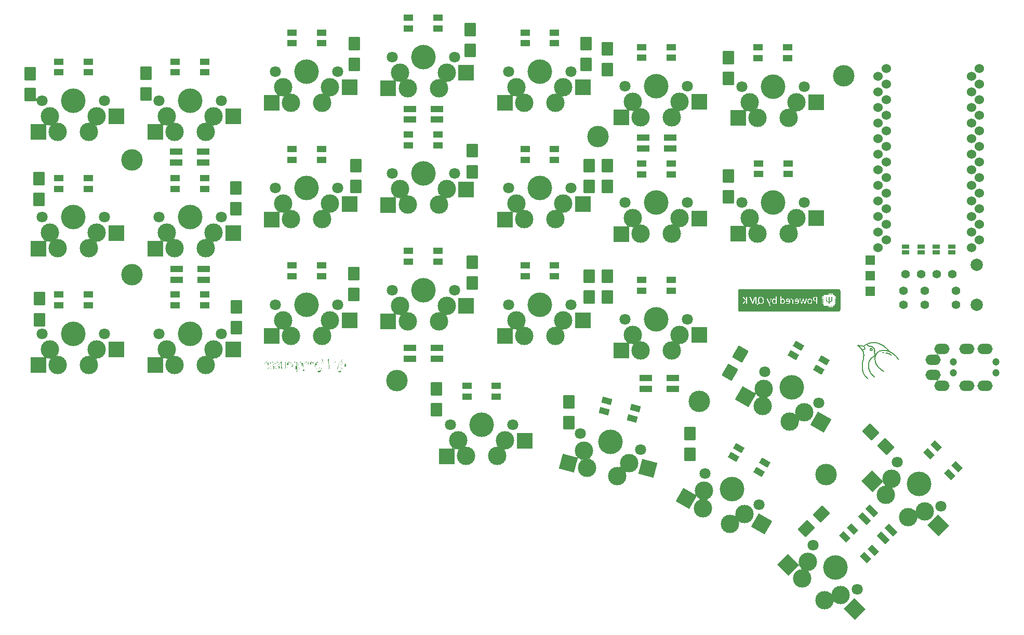
<source format=gbs>
G04 #@! TF.GenerationSoftware,KiCad,Pcbnew,(6.0.9)*
G04 #@! TF.CreationDate,2022-12-04T20:33:54+01:00*
G04 #@! TF.ProjectId,corne-cherry,636f726e-652d-4636-9865-7272792e6b69,2.1*
G04 #@! TF.SameCoordinates,Original*
G04 #@! TF.FileFunction,Soldermask,Bot*
G04 #@! TF.FilePolarity,Negative*
%FSLAX46Y46*%
G04 Gerber Fmt 4.6, Leading zero omitted, Abs format (unit mm)*
G04 Created by KiCad (PCBNEW (6.0.9)) date 2022-12-04 20:33:54*
%MOMM*%
%LPD*%
G01*
G04 APERTURE LIST*
G04 Aperture macros list*
%AMRoundRect*
0 Rectangle with rounded corners*
0 $1 Rounding radius*
0 $2 $3 $4 $5 $6 $7 $8 $9 X,Y pos of 4 corners*
0 Add a 4 corners polygon primitive as box body*
4,1,4,$2,$3,$4,$5,$6,$7,$8,$9,$2,$3,0*
0 Add four circle primitives for the rounded corners*
1,1,$1+$1,$2,$3*
1,1,$1+$1,$4,$5*
1,1,$1+$1,$6,$7*
1,1,$1+$1,$8,$9*
0 Add four rect primitives between the rounded corners*
20,1,$1+$1,$2,$3,$4,$5,0*
20,1,$1+$1,$4,$5,$6,$7,0*
20,1,$1+$1,$6,$7,$8,$9,0*
20,1,$1+$1,$8,$9,$2,$3,0*%
%AMRotRect*
0 Rectangle, with rotation*
0 The origin of the aperture is its center*
0 $1 length*
0 $2 width*
0 $3 Rotation angle, in degrees counterclockwise*
0 Add horizontal line*
21,1,$1,$2,0,0,$3*%
G04 Aperture macros list end*
%ADD10C,0.193145*%
%ADD11RoundRect,0.200000X-0.750000X0.900000X-0.750000X-0.900000X0.750000X-0.900000X0.750000X0.900000X0*%
%ADD12R,1.000000X1.000000*%
%ADD13R,1.600000X1.000000*%
%ADD14RotRect,1.600000X1.000000X345.000000*%
%ADD15RotRect,1.600000X1.000000X150.000000*%
%ADD16C,3.000000*%
%ADD17C,1.800000*%
%ADD18C,4.000000*%
%ADD19R,2.550000X2.500000*%
%ADD20RotRect,2.550000X2.500000X345.000000*%
%ADD21C,1.524000*%
%ADD22C,3.500000*%
%ADD23R,1.524000X1.524000*%
%ADD24C,1.397000*%
%ADD25C,1.200000*%
%ADD26O,2.500000X1.700000*%
%ADD27C,2.000000*%
%ADD28R,2.000000X1.000000*%
%ADD29RotRect,2.550000X2.500000X330.000000*%
%ADD30RotRect,1.000000X1.000000X45.000000*%
%ADD31RoundRect,0.200000X0.106066X1.166726X-1.166726X-0.106066X-0.106066X-1.166726X1.166726X0.106066X0*%
%ADD32RotRect,1.600000X1.000000X315.000000*%
%ADD33RotRect,2.550000X2.500000X315.000000*%
%ADD34RotRect,1.000000X1.000000X60.000000*%
%ADD35RoundRect,0.200000X-0.199519X1.154423X-1.099519X-0.404423X0.199519X-1.154423X1.099519X0.404423X0*%
%ADD36RoundRect,0.200000X-1.166726X0.106066X0.106066X-1.166726X1.166726X-0.106066X-0.106066X1.166726X0*%
%ADD37RotRect,1.000000X1.000000X135.000000*%
%ADD38RotRect,1.600000X1.000000X330.000000*%
%ADD39RotRect,2.000000X1.000000X315.000000*%
%ADD40R,1.143000X0.635000*%
G04 APERTURE END LIST*
G36*
X190011274Y-109524817D02*
G01*
X190018906Y-109525076D01*
X190026401Y-109525509D01*
X190033758Y-109526114D01*
X190040978Y-109526893D01*
X190048061Y-109527844D01*
X190055006Y-109528968D01*
X190061813Y-109530265D01*
X190068483Y-109531735D01*
X190075016Y-109533378D01*
X190081411Y-109535193D01*
X190087668Y-109537182D01*
X190093788Y-109539343D01*
X190099770Y-109541677D01*
X190105615Y-109544183D01*
X190111322Y-109546863D01*
X190116896Y-109549702D01*
X190122346Y-109552685D01*
X190127672Y-109555810D01*
X190132874Y-109559079D01*
X190137953Y-109562490D01*
X190142907Y-109566044D01*
X190147738Y-109569741D01*
X190152445Y-109573581D01*
X190157028Y-109577563D01*
X190161486Y-109581688D01*
X190165821Y-109585956D01*
X190170031Y-109590367D01*
X190174117Y-109594921D01*
X190178079Y-109599617D01*
X190181917Y-109604455D01*
X190185630Y-109609437D01*
X190189220Y-109614550D01*
X190192693Y-109619780D01*
X190196049Y-109625127D01*
X190199287Y-109630590D01*
X190202409Y-109636169D01*
X190205413Y-109641865D01*
X190208300Y-109647677D01*
X190211070Y-109653606D01*
X190213722Y-109659650D01*
X190216257Y-109665811D01*
X190218676Y-109672089D01*
X190220977Y-109678482D01*
X190223160Y-109684991D01*
X190225227Y-109691617D01*
X190227176Y-109698358D01*
X190229008Y-109705216D01*
X190232329Y-109719211D01*
X190235207Y-109733526D01*
X190237642Y-109748159D01*
X190239635Y-109763112D01*
X190241185Y-109778384D01*
X190242291Y-109793975D01*
X190242956Y-109809886D01*
X190243177Y-109826117D01*
X190242996Y-109841744D01*
X190242452Y-109857133D01*
X190241546Y-109872283D01*
X190240278Y-109887195D01*
X190238647Y-109901868D01*
X190236653Y-109916302D01*
X190234295Y-109930497D01*
X190231575Y-109944452D01*
X190230066Y-109951313D01*
X190228436Y-109958065D01*
X190226685Y-109964706D01*
X190224813Y-109971239D01*
X190222821Y-109977662D01*
X190220707Y-109983975D01*
X190218472Y-109990179D01*
X190216117Y-109996273D01*
X190213640Y-110002257D01*
X190211043Y-110008132D01*
X190208325Y-110013897D01*
X190205486Y-110019553D01*
X190202525Y-110025099D01*
X190199444Y-110030535D01*
X190196242Y-110035861D01*
X190192919Y-110041078D01*
X190189466Y-110046173D01*
X190185869Y-110051135D01*
X190182126Y-110055964D01*
X190178240Y-110060659D01*
X190174209Y-110065222D01*
X190170033Y-110069651D01*
X190165713Y-110073947D01*
X190161249Y-110078110D01*
X190156640Y-110082140D01*
X190151886Y-110086037D01*
X190146988Y-110089801D01*
X190141946Y-110093432D01*
X190136759Y-110096931D01*
X190131427Y-110100296D01*
X190125951Y-110103529D01*
X190120331Y-110106629D01*
X190114553Y-110109567D01*
X190108601Y-110112317D01*
X190102475Y-110114876D01*
X190096174Y-110117245D01*
X190089698Y-110119425D01*
X190083047Y-110121416D01*
X190076223Y-110123216D01*
X190069223Y-110124827D01*
X190062049Y-110126249D01*
X190054701Y-110127480D01*
X190047177Y-110128523D01*
X190039480Y-110129375D01*
X190031608Y-110130038D01*
X190023561Y-110130512D01*
X190015339Y-110130796D01*
X190006943Y-110130891D01*
X189999275Y-110130804D01*
X189991735Y-110130545D01*
X189984322Y-110130112D01*
X189977037Y-110129507D01*
X189969879Y-110128729D01*
X189962848Y-110127777D01*
X189955945Y-110126653D01*
X189949170Y-110125356D01*
X189942522Y-110123886D01*
X189936002Y-110122244D01*
X189929610Y-110120428D01*
X189923345Y-110118440D01*
X189917208Y-110116279D01*
X189911198Y-110113945D01*
X189905316Y-110111438D01*
X189899562Y-110108759D01*
X189893934Y-110105923D01*
X189888433Y-110102947D01*
X189883059Y-110099832D01*
X189877814Y-110096577D01*
X189872696Y-110093182D01*
X189867706Y-110089647D01*
X189862844Y-110085972D01*
X189858109Y-110082158D01*
X189853502Y-110078204D01*
X189849023Y-110074109D01*
X189844672Y-110069875D01*
X189840448Y-110065502D01*
X189836352Y-110060988D01*
X189832384Y-110056334D01*
X189828544Y-110051541D01*
X189824831Y-110046608D01*
X189821240Y-110041547D01*
X189817770Y-110036367D01*
X189814420Y-110031066D01*
X189811191Y-110025646D01*
X189808083Y-110020106D01*
X189805096Y-110014446D01*
X189802229Y-110008666D01*
X189799484Y-110002766D01*
X189796859Y-109996747D01*
X189794355Y-109990609D01*
X189791972Y-109984350D01*
X189789711Y-109977972D01*
X189787570Y-109971475D01*
X189785551Y-109964858D01*
X189783653Y-109958121D01*
X189781875Y-109951265D01*
X189778652Y-109937256D01*
X189775858Y-109922901D01*
X189773493Y-109908201D01*
X189771558Y-109893155D01*
X189770053Y-109877763D01*
X189768978Y-109862026D01*
X189768333Y-109845944D01*
X189768117Y-109829517D01*
X189768299Y-109814086D01*
X189768844Y-109798868D01*
X189769751Y-109783863D01*
X189771021Y-109769071D01*
X189772653Y-109754492D01*
X189774647Y-109740125D01*
X189777003Y-109725971D01*
X189779719Y-109712029D01*
X189781229Y-109705164D01*
X189782856Y-109698406D01*
X189784600Y-109691755D01*
X189786462Y-109685210D01*
X189788440Y-109678772D01*
X189790536Y-109672440D01*
X189792750Y-109666215D01*
X189795080Y-109660096D01*
X189797528Y-109654084D01*
X189800094Y-109648179D01*
X189802776Y-109642379D01*
X189805577Y-109636687D01*
X189808494Y-109631100D01*
X189811529Y-109625621D01*
X189814682Y-109620247D01*
X189817952Y-109614980D01*
X189821354Y-109609834D01*
X189824905Y-109604824D01*
X189828602Y-109599951D01*
X189832448Y-109595213D01*
X189836441Y-109590612D01*
X189840582Y-109586147D01*
X189844870Y-109581818D01*
X189849306Y-109577626D01*
X189853890Y-109573569D01*
X189858622Y-109569649D01*
X189863502Y-109565866D01*
X189868529Y-109562218D01*
X189873704Y-109558707D01*
X189879027Y-109555333D01*
X189884498Y-109552094D01*
X189890117Y-109548993D01*
X189895894Y-109546056D01*
X189901846Y-109543309D01*
X189907973Y-109540751D01*
X189914274Y-109538382D01*
X189920750Y-109536202D01*
X189927400Y-109534212D01*
X189934225Y-109532411D01*
X189941224Y-109530799D01*
X189948398Y-109529377D01*
X189955747Y-109528145D01*
X189963270Y-109527102D01*
X189970968Y-109526248D01*
X189978840Y-109525584D01*
X189986887Y-109525110D01*
X189995108Y-109524825D01*
X190003504Y-109524730D01*
X190011274Y-109524817D01*
G37*
G36*
X184199803Y-109528264D02*
G01*
X184206613Y-109528623D01*
X184213397Y-109529221D01*
X184220153Y-109530059D01*
X184226883Y-109531136D01*
X184233587Y-109532453D01*
X184240264Y-109534008D01*
X184246915Y-109535804D01*
X184250237Y-109536801D01*
X184253566Y-109537878D01*
X184256902Y-109539036D01*
X184260244Y-109540273D01*
X184266950Y-109542987D01*
X184273683Y-109546020D01*
X184280444Y-109549371D01*
X184287232Y-109553042D01*
X184294047Y-109557030D01*
X184300889Y-109561336D01*
X184307775Y-109565966D01*
X184314728Y-109570915D01*
X184321748Y-109576184D01*
X184328836Y-109581773D01*
X184335991Y-109587681D01*
X184343213Y-109593909D01*
X184350500Y-109600455D01*
X184357854Y-109607320D01*
X184365301Y-109614567D01*
X184372868Y-109622267D01*
X184380556Y-109630421D01*
X184388365Y-109639027D01*
X184396295Y-109648087D01*
X184404346Y-109657598D01*
X184412518Y-109667562D01*
X184420812Y-109677977D01*
X184420812Y-109983611D01*
X184406327Y-110000751D01*
X184392004Y-110016840D01*
X184384902Y-110024490D01*
X184377841Y-110031877D01*
X184370821Y-110039002D01*
X184363840Y-110045864D01*
X184356900Y-110052463D01*
X184350001Y-110058800D01*
X184343141Y-110064875D01*
X184336322Y-110070686D01*
X184329543Y-110076236D01*
X184322804Y-110081523D01*
X184316106Y-110086547D01*
X184309448Y-110091309D01*
X184302794Y-110095793D01*
X184296106Y-110099988D01*
X184289384Y-110103893D01*
X184282629Y-110107509D01*
X184275840Y-110110836D01*
X184269018Y-110113874D01*
X184262162Y-110116622D01*
X184255273Y-110119081D01*
X184248350Y-110121250D01*
X184241393Y-110123131D01*
X184234403Y-110124722D01*
X184227379Y-110126024D01*
X184220321Y-110127036D01*
X184213229Y-110127759D01*
X184206104Y-110128193D01*
X184198945Y-110128338D01*
X184192367Y-110128238D01*
X184185911Y-110127939D01*
X184179575Y-110127441D01*
X184173359Y-110126743D01*
X184167263Y-110125845D01*
X184161289Y-110124749D01*
X184155434Y-110123452D01*
X184149700Y-110121957D01*
X184144086Y-110120261D01*
X184138592Y-110118366D01*
X184133219Y-110116272D01*
X184127966Y-110113978D01*
X184122832Y-110111484D01*
X184117819Y-110108791D01*
X184112926Y-110105898D01*
X184108153Y-110102806D01*
X184103498Y-110099546D01*
X184098953Y-110096157D01*
X184094519Y-110092639D01*
X184090194Y-110088991D01*
X184085981Y-110085214D01*
X184081877Y-110081308D01*
X184077884Y-110077272D01*
X184074002Y-110073106D01*
X184070230Y-110068811D01*
X184066568Y-110064386D01*
X184063016Y-110059831D01*
X184059575Y-110055147D01*
X184056245Y-110050333D01*
X184053025Y-110045389D01*
X184049915Y-110040315D01*
X184046915Y-110035112D01*
X184041227Y-110024420D01*
X184035941Y-110013408D01*
X184031056Y-110002076D01*
X184026573Y-109990424D01*
X184022491Y-109978452D01*
X184018810Y-109966160D01*
X184015530Y-109953548D01*
X184012651Y-109940616D01*
X184010140Y-109927509D01*
X184007965Y-109914360D01*
X184006125Y-109901172D01*
X184004621Y-109887942D01*
X184003451Y-109874673D01*
X184002616Y-109861363D01*
X184002115Y-109848014D01*
X184001948Y-109834624D01*
X184001949Y-109834624D01*
X184002089Y-109819993D01*
X184002510Y-109805467D01*
X184003211Y-109791047D01*
X184004193Y-109776733D01*
X184005456Y-109762526D01*
X184007000Y-109748427D01*
X184008825Y-109734434D01*
X184010932Y-109720549D01*
X184013387Y-109706913D01*
X184014770Y-109700244D01*
X184016258Y-109693676D01*
X184017849Y-109687207D01*
X184019544Y-109680838D01*
X184021343Y-109674569D01*
X184023245Y-109668400D01*
X184025252Y-109662330D01*
X184027362Y-109656361D01*
X184029577Y-109650491D01*
X184031895Y-109644721D01*
X184034317Y-109639051D01*
X184036843Y-109633481D01*
X184039473Y-109628011D01*
X184042206Y-109622640D01*
X184045046Y-109617384D01*
X184048000Y-109612258D01*
X184051068Y-109607261D01*
X184054249Y-109602394D01*
X184057544Y-109597657D01*
X184060953Y-109593049D01*
X184064476Y-109588571D01*
X184068112Y-109584223D01*
X184071862Y-109580004D01*
X184075726Y-109575914D01*
X184079704Y-109571954D01*
X184083796Y-109568124D01*
X184088001Y-109564424D01*
X184092321Y-109560853D01*
X184096754Y-109557412D01*
X184101301Y-109554100D01*
X184105975Y-109550957D01*
X184110790Y-109548016D01*
X184115745Y-109545279D01*
X184120842Y-109542744D01*
X184126079Y-109540412D01*
X184131456Y-109538283D01*
X184136975Y-109536357D01*
X184142634Y-109534633D01*
X184148433Y-109533112D01*
X184154373Y-109531794D01*
X184160454Y-109530679D01*
X184166675Y-109529766D01*
X184173037Y-109529056D01*
X184179539Y-109528550D01*
X184186182Y-109528245D01*
X184192966Y-109528144D01*
X184199803Y-109528264D01*
G37*
G36*
X191038329Y-109694157D02*
G01*
X190906381Y-109694157D01*
X190898168Y-109694090D01*
X190890130Y-109693891D01*
X190882269Y-109693558D01*
X190874584Y-109693093D01*
X190867076Y-109692494D01*
X190859744Y-109691762D01*
X190852589Y-109690898D01*
X190845610Y-109689900D01*
X190838808Y-109688770D01*
X190832182Y-109687506D01*
X190825732Y-109686109D01*
X190819459Y-109684580D01*
X190813362Y-109682917D01*
X190807441Y-109681121D01*
X190801697Y-109679193D01*
X190796130Y-109677131D01*
X190790703Y-109674951D01*
X190785386Y-109672668D01*
X190780179Y-109670282D01*
X190775083Y-109667792D01*
X190770096Y-109665199D01*
X190765219Y-109662504D01*
X190760452Y-109659705D01*
X190755794Y-109656802D01*
X190751247Y-109653797D01*
X190746809Y-109650689D01*
X190742481Y-109647478D01*
X190738262Y-109644163D01*
X190734153Y-109640746D01*
X190730154Y-109637226D01*
X190726264Y-109633602D01*
X190722483Y-109629876D01*
X190718817Y-109626052D01*
X190715263Y-109622135D01*
X190711822Y-109618124D01*
X190708493Y-109614021D01*
X190705278Y-109609824D01*
X190702176Y-109605535D01*
X190699186Y-109601152D01*
X190696309Y-109596676D01*
X190693545Y-109592107D01*
X190690894Y-109587444D01*
X190688356Y-109582689D01*
X190685931Y-109577840D01*
X190683619Y-109572898D01*
X190681419Y-109567863D01*
X190679332Y-109562734D01*
X190677358Y-109557513D01*
X190675503Y-109552216D01*
X190673768Y-109546863D01*
X190672152Y-109541453D01*
X190670656Y-109535987D01*
X190669280Y-109530465D01*
X190668023Y-109524886D01*
X190666886Y-109519250D01*
X190665869Y-109513559D01*
X190664193Y-109502006D01*
X190662997Y-109490227D01*
X190662278Y-109478223D01*
X190662039Y-109465993D01*
X190662137Y-109457673D01*
X190662432Y-109449526D01*
X190662922Y-109441552D01*
X190663609Y-109433750D01*
X190664492Y-109426121D01*
X190665572Y-109418665D01*
X190666848Y-109411381D01*
X190668320Y-109404271D01*
X190669988Y-109397333D01*
X190671852Y-109390569D01*
X190673913Y-109383977D01*
X190676170Y-109377558D01*
X190678624Y-109371312D01*
X190681273Y-109365239D01*
X190684119Y-109359339D01*
X190687161Y-109353611D01*
X190690346Y-109348061D01*
X190693623Y-109342690D01*
X190696994Y-109337499D01*
X190700459Y-109332487D01*
X190704016Y-109327656D01*
X190707667Y-109323004D01*
X190711411Y-109318531D01*
X190715248Y-109314238D01*
X190719179Y-109310125D01*
X190723202Y-109306191D01*
X190727319Y-109302436D01*
X190731528Y-109298861D01*
X190735831Y-109295466D01*
X190740227Y-109292249D01*
X190744716Y-109289212D01*
X190749298Y-109286354D01*
X190753939Y-109283652D01*
X190758600Y-109281075D01*
X190763280Y-109278625D01*
X190767979Y-109276301D01*
X190772699Y-109274103D01*
X190777438Y-109272032D01*
X190782196Y-109270086D01*
X190786975Y-109268267D01*
X190791774Y-109266574D01*
X190796592Y-109265007D01*
X190801430Y-109263566D01*
X190806288Y-109262252D01*
X190811167Y-109261063D01*
X190816065Y-109260001D01*
X190820983Y-109259065D01*
X190825922Y-109258256D01*
X190835785Y-109256860D01*
X190845582Y-109255651D01*
X190855312Y-109254628D01*
X190864976Y-109253791D01*
X190874573Y-109253140D01*
X190884104Y-109252675D01*
X190893569Y-109252396D01*
X190902968Y-109252303D01*
X191038329Y-109252303D01*
X191038329Y-109694157D01*
G37*
G36*
X194984419Y-111211832D02*
G01*
X194983130Y-111228753D01*
X194981009Y-111245429D01*
X194978075Y-111261839D01*
X194974350Y-111277962D01*
X194969854Y-111293777D01*
X194964610Y-111309263D01*
X194958637Y-111324399D01*
X194951957Y-111339165D01*
X194944591Y-111353539D01*
X194936560Y-111367499D01*
X194927884Y-111381026D01*
X194918586Y-111394098D01*
X194908685Y-111406693D01*
X194898204Y-111418792D01*
X194887162Y-111430373D01*
X194875582Y-111441414D01*
X194863483Y-111451896D01*
X194850887Y-111461796D01*
X194837816Y-111471095D01*
X194824289Y-111479770D01*
X194810328Y-111487801D01*
X194795955Y-111495167D01*
X194781189Y-111501847D01*
X194766053Y-111507820D01*
X194750567Y-111513065D01*
X194734751Y-111517560D01*
X194718628Y-111521285D01*
X194702219Y-111524219D01*
X194685543Y-111526341D01*
X194668622Y-111527629D01*
X194651478Y-111528063D01*
X178649480Y-111528063D01*
X178632335Y-111527629D01*
X178615415Y-111526341D01*
X178598739Y-111524219D01*
X178582329Y-111521285D01*
X178566207Y-111517560D01*
X178550391Y-111513065D01*
X178534905Y-111507820D01*
X178519769Y-111501847D01*
X178505003Y-111495167D01*
X178490630Y-111487801D01*
X178476669Y-111479770D01*
X178463143Y-111471095D01*
X178450071Y-111461796D01*
X178437475Y-111451896D01*
X178425377Y-111441414D01*
X178413796Y-111430372D01*
X178402754Y-111418792D01*
X178392273Y-111406693D01*
X178382372Y-111394097D01*
X178373074Y-111381025D01*
X178364399Y-111367499D01*
X178356368Y-111353538D01*
X178349001Y-111339165D01*
X178342322Y-111324399D01*
X178336349Y-111309263D01*
X178331104Y-111293776D01*
X178326609Y-111277961D01*
X178322884Y-111261838D01*
X178319950Y-111245429D01*
X178317828Y-111228753D01*
X178316540Y-111211832D01*
X178316106Y-111194688D01*
X178316106Y-110330109D01*
X181395988Y-110330109D01*
X181396022Y-110334906D01*
X181396122Y-110339503D01*
X181396289Y-110343900D01*
X181396522Y-110348097D01*
X181396822Y-110352095D01*
X181397188Y-110355894D01*
X181397620Y-110359492D01*
X181398118Y-110362891D01*
X181398392Y-110364517D01*
X181398683Y-110366096D01*
X181398990Y-110367629D01*
X181399314Y-110369115D01*
X181399655Y-110370554D01*
X181400013Y-110371947D01*
X181400387Y-110373293D01*
X181400778Y-110374592D01*
X181401186Y-110375845D01*
X181401610Y-110377052D01*
X181402051Y-110378212D01*
X181402509Y-110379325D01*
X181402983Y-110380393D01*
X181403475Y-110381414D01*
X181403983Y-110382388D01*
X181404507Y-110383317D01*
X181405042Y-110384204D01*
X181405583Y-110385054D01*
X181406131Y-110385868D01*
X181406686Y-110386645D01*
X181407247Y-110387386D01*
X181407815Y-110388090D01*
X181408390Y-110388757D01*
X181408972Y-110389387D01*
X181409561Y-110389981D01*
X181410157Y-110390538D01*
X181410759Y-110391058D01*
X181411369Y-110391542D01*
X181411985Y-110391988D01*
X181412608Y-110392398D01*
X181413238Y-110392771D01*
X181413875Y-110393107D01*
X181414512Y-110393416D01*
X181415150Y-110393706D01*
X181415788Y-110393976D01*
X181416427Y-110394225D01*
X181417065Y-110394455D01*
X181417704Y-110394664D01*
X181418342Y-110394854D01*
X181418981Y-110395023D01*
X181419620Y-110395172D01*
X181420258Y-110395302D01*
X181420897Y-110395411D01*
X181421536Y-110395501D01*
X181422174Y-110395570D01*
X181422812Y-110395620D01*
X181423450Y-110395650D01*
X181424087Y-110395660D01*
X181426297Y-110395605D01*
X181428670Y-110395440D01*
X181431206Y-110395166D01*
X181433905Y-110394782D01*
X181439792Y-110393684D01*
X181446331Y-110392147D01*
X181453521Y-110390172D01*
X181461363Y-110387757D01*
X181469856Y-110384903D01*
X181479001Y-110381610D01*
X181488651Y-110377903D01*
X181498661Y-110373795D01*
X181509030Y-110369286D01*
X181519758Y-110364378D01*
X181530846Y-110359069D01*
X181542292Y-110353361D01*
X181554097Y-110347253D01*
X181566261Y-110340745D01*
X181578710Y-110333863D01*
X181591373Y-110326622D01*
X181604249Y-110319020D01*
X181617338Y-110311059D01*
X181630641Y-110302738D01*
X181644157Y-110294058D01*
X181657886Y-110285018D01*
X181671829Y-110275618D01*
X181685825Y-110265843D01*
X181699712Y-110255668D01*
X181713493Y-110245093D01*
X181727167Y-110234118D01*
X181740734Y-110222744D01*
X181754195Y-110210971D01*
X181767549Y-110198799D01*
X181780798Y-110186229D01*
X181791572Y-110192507D01*
X181803038Y-110198574D01*
X181815196Y-110204428D01*
X181828046Y-110210069D01*
X181841587Y-110215498D01*
X181855822Y-110220714D01*
X181870748Y-110225717D01*
X181886366Y-110230507D01*
X181902649Y-110234893D01*
X181919570Y-110238694D01*
X181937130Y-110241912D01*
X181955327Y-110244544D01*
X181974163Y-110246592D01*
X181993638Y-110248055D01*
X182013752Y-110248933D01*
X182034506Y-110249226D01*
X182049910Y-110249083D01*
X182065052Y-110248654D01*
X182079932Y-110247939D01*
X182094549Y-110246939D01*
X182108903Y-110245652D01*
X182122995Y-110244079D01*
X182136824Y-110242221D01*
X182150391Y-110240076D01*
X182163695Y-110237646D01*
X182176737Y-110234929D01*
X182189516Y-110231926D01*
X182202032Y-110228637D01*
X182214285Y-110225062D01*
X182226275Y-110221201D01*
X182238003Y-110217054D01*
X182249467Y-110212621D01*
X182260678Y-110207911D01*
X182271642Y-110202936D01*
X182282360Y-110197695D01*
X182292833Y-110192189D01*
X182303059Y-110186416D01*
X182313040Y-110180378D01*
X182322774Y-110174073D01*
X182332262Y-110167503D01*
X182341504Y-110160666D01*
X182350500Y-110153564D01*
X182359249Y-110146195D01*
X182367752Y-110138560D01*
X182376009Y-110130659D01*
X182384019Y-110122492D01*
X182391783Y-110114058D01*
X182399301Y-110105359D01*
X182406580Y-110096391D01*
X182413622Y-110087154D01*
X182420428Y-110077647D01*
X182426998Y-110067872D01*
X182433332Y-110057826D01*
X182439430Y-110047512D01*
X182445291Y-110036928D01*
X182450916Y-110026075D01*
X182456306Y-110014952D01*
X182461459Y-110003560D01*
X182466376Y-109991899D01*
X182471057Y-109979969D01*
X182475502Y-109967770D01*
X182479711Y-109955301D01*
X182483684Y-109942563D01*
X182487421Y-109929556D01*
X182494206Y-109902783D01*
X182500086Y-109875040D01*
X182505061Y-109846326D01*
X182509131Y-109816642D01*
X182512297Y-109785986D01*
X182514557Y-109754360D01*
X182515914Y-109721761D01*
X182516366Y-109688190D01*
X182515873Y-109655806D01*
X182514396Y-109624206D01*
X182511935Y-109593392D01*
X182508489Y-109563363D01*
X182504060Y-109534119D01*
X182498646Y-109505660D01*
X182492249Y-109477986D01*
X182484868Y-109451097D01*
X182483154Y-109445554D01*
X183024590Y-109445554D01*
X183024610Y-109446852D01*
X183024670Y-109448189D01*
X183024910Y-109450984D01*
X183025309Y-109453938D01*
X183025868Y-109457052D01*
X183026586Y-109460325D01*
X183027464Y-109463758D01*
X183028500Y-109467349D01*
X183029696Y-109471100D01*
X183108045Y-109688190D01*
X183304690Y-110233060D01*
X183406846Y-110514855D01*
X183407547Y-110516531D01*
X183408371Y-110518159D01*
X183409318Y-110519736D01*
X183410388Y-110521264D01*
X183411581Y-110522742D01*
X183412896Y-110524170D01*
X183414335Y-110525548D01*
X183415896Y-110526877D01*
X183417581Y-110528155D01*
X183419388Y-110529384D01*
X183421318Y-110530562D01*
X183423372Y-110531691D01*
X183425548Y-110532769D01*
X183427847Y-110533798D01*
X183430270Y-110534776D01*
X183432815Y-110535704D01*
X183435507Y-110536581D01*
X183438369Y-110537401D01*
X183444600Y-110538871D01*
X183451510Y-110540115D01*
X183459098Y-110541133D01*
X183467365Y-110541924D01*
X183476310Y-110542488D01*
X183485933Y-110542827D01*
X183496236Y-110542940D01*
X183501639Y-110542907D01*
X183506775Y-110542808D01*
X183511645Y-110542644D01*
X183516248Y-110542413D01*
X183520585Y-110542115D01*
X183524655Y-110541751D01*
X183528458Y-110541321D01*
X183531995Y-110540823D01*
X183533673Y-110540544D01*
X183535302Y-110540242D01*
X183536881Y-110539916D01*
X183538409Y-110539568D01*
X183539888Y-110539197D01*
X183541316Y-110538802D01*
X183542695Y-110538385D01*
X183544023Y-110537944D01*
X183545302Y-110537481D01*
X183546530Y-110536994D01*
X183547709Y-110536484D01*
X183548838Y-110535951D01*
X183549918Y-110535395D01*
X183550947Y-110534816D01*
X183551927Y-110534213D01*
X183552857Y-110533587D01*
X183553737Y-110532934D01*
X183554568Y-110532254D01*
X183555348Y-110531548D01*
X183556077Y-110530816D01*
X183556757Y-110530057D01*
X183557387Y-110529272D01*
X183557967Y-110528461D01*
X183558496Y-110527622D01*
X183558976Y-110526758D01*
X183559406Y-110525867D01*
X183559786Y-110524949D01*
X183560116Y-110524004D01*
X183560397Y-110523034D01*
X183560628Y-110522036D01*
X183560809Y-110521012D01*
X183560940Y-110519961D01*
X183561024Y-110518884D01*
X183561061Y-110517780D01*
X183561051Y-110516649D01*
X183560995Y-110515491D01*
X183560892Y-110514307D01*
X183560742Y-110513096D01*
X183560546Y-110511859D01*
X183560303Y-110510595D01*
X183560014Y-110509304D01*
X183559678Y-110507987D01*
X183559295Y-110506642D01*
X183558866Y-110505272D01*
X183558390Y-110503874D01*
X183557867Y-110502450D01*
X183557297Y-110500999D01*
X183556680Y-110499522D01*
X183451124Y-110233060D01*
X183452078Y-110232617D01*
X183453026Y-110232140D01*
X183453966Y-110231631D01*
X183454900Y-110231088D01*
X183455827Y-110230512D01*
X183456748Y-110229903D01*
X183457662Y-110229261D01*
X183458569Y-110228585D01*
X183459470Y-110227877D01*
X183460365Y-110227135D01*
X183461253Y-110226360D01*
X183462134Y-110225552D01*
X183463009Y-110224710D01*
X183463878Y-110223836D01*
X183464741Y-110222928D01*
X183465597Y-110221987D01*
X183466432Y-110221026D01*
X183467232Y-110220059D01*
X183468000Y-110219084D01*
X183468735Y-110218103D01*
X183469436Y-110217115D01*
X183470104Y-110216120D01*
X183470739Y-110215119D01*
X183471340Y-110214111D01*
X183471908Y-110213096D01*
X183472443Y-110212075D01*
X183472944Y-110211047D01*
X183473412Y-110210012D01*
X183473847Y-110208971D01*
X183474248Y-110207923D01*
X183474616Y-110206869D01*
X183474950Y-110205808D01*
X183619539Y-109818445D01*
X183856359Y-109818445D01*
X183856698Y-109843035D01*
X183857716Y-109867000D01*
X183859412Y-109890339D01*
X183861786Y-109913053D01*
X183864839Y-109935142D01*
X183868571Y-109956605D01*
X183872980Y-109977445D01*
X183878068Y-109997660D01*
X183880862Y-110007518D01*
X183883815Y-110017193D01*
X183886928Y-110026686D01*
X183890200Y-110035995D01*
X183893633Y-110045122D01*
X183897225Y-110054066D01*
X183900976Y-110062828D01*
X183904887Y-110071406D01*
X183908958Y-110079802D01*
X183913189Y-110088014D01*
X183917579Y-110096044D01*
X183922129Y-110103890D01*
X183926839Y-110111553D01*
X183931708Y-110119034D01*
X183936737Y-110126331D01*
X183941926Y-110133444D01*
X183947267Y-110140366D01*
X183952758Y-110147081D01*
X183958399Y-110153589D01*
X183964190Y-110159892D01*
X183970131Y-110165987D01*
X183976221Y-110171877D01*
X183982462Y-110177560D01*
X183988852Y-110183037D01*
X183995393Y-110188308D01*
X184002083Y-110193373D01*
X184008922Y-110198231D01*
X184015911Y-110202884D01*
X184023050Y-110207330D01*
X184030339Y-110211571D01*
X184037777Y-110215605D01*
X184045364Y-110219434D01*
X184053096Y-110223043D01*
X184060968Y-110226419D01*
X184068979Y-110229562D01*
X184077129Y-110232472D01*
X184085419Y-110235148D01*
X184093849Y-110237592D01*
X184102419Y-110239803D01*
X184111128Y-110241781D01*
X184119977Y-110243527D01*
X184128965Y-110245039D01*
X184138093Y-110246318D01*
X184147361Y-110247365D01*
X184156769Y-110248179D01*
X184166317Y-110248761D01*
X184176004Y-110249110D01*
X184185831Y-110249226D01*
X184194898Y-110249113D01*
X184203790Y-110248774D01*
X184212510Y-110248210D01*
X184221056Y-110247419D01*
X184229429Y-110246401D01*
X184237629Y-110245157D01*
X184245657Y-110243687D01*
X184253512Y-110241990D01*
X184261261Y-110240044D01*
X184268970Y-110237818D01*
X184276639Y-110235312D01*
X184284268Y-110232526D01*
X184291857Y-110229460D01*
X184299405Y-110226115D01*
X184306913Y-110222491D01*
X184314380Y-110218587D01*
X184321831Y-110214411D01*
X184329282Y-110209968D01*
X184336733Y-110205259D01*
X184344183Y-110200283D01*
X184351633Y-110195042D01*
X184359082Y-110189534D01*
X184366530Y-110183761D01*
X184373977Y-110177722D01*
X184381481Y-110171391D01*
X184389091Y-110164740D01*
X184396806Y-110157769D01*
X184404627Y-110150479D01*
X184412555Y-110142869D01*
X184420588Y-110134940D01*
X184428728Y-110126692D01*
X184436974Y-110118125D01*
X184436974Y-110211774D01*
X184436988Y-110212618D01*
X184437028Y-110213449D01*
X184437094Y-110214267D01*
X184437188Y-110215071D01*
X184437308Y-110215862D01*
X184437454Y-110216640D01*
X184437628Y-110217404D01*
X184437828Y-110218156D01*
X184438054Y-110218894D01*
X184438308Y-110219619D01*
X184438588Y-110220331D01*
X184438894Y-110221029D01*
X184439228Y-110221715D01*
X184439588Y-110222388D01*
X184439974Y-110223047D01*
X184440388Y-110223694D01*
X184440828Y-110224323D01*
X184441303Y-110224936D01*
X184441811Y-110225532D01*
X184442352Y-110226112D01*
X184442927Y-110226675D01*
X184443535Y-110227222D01*
X184444176Y-110227752D01*
X184444851Y-110228266D01*
X184445559Y-110228763D01*
X184446300Y-110229244D01*
X184447075Y-110229707D01*
X184447883Y-110230155D01*
X184448724Y-110230585D01*
X184449599Y-110230999D01*
X184450506Y-110231396D01*
X184451447Y-110231777D01*
X184453426Y-110232501D01*
X184455523Y-110233185D01*
X184457739Y-110233830D01*
X184460073Y-110234436D01*
X184462526Y-110235001D01*
X184465098Y-110235527D01*
X184467791Y-110236013D01*
X184470603Y-110236460D01*
X184473580Y-110236860D01*
X184476755Y-110237206D01*
X184480129Y-110237500D01*
X184483701Y-110237740D01*
X184487473Y-110237926D01*
X184491445Y-110238060D01*
X184495615Y-110238140D01*
X184499985Y-110238166D01*
X184504162Y-110238140D01*
X184508178Y-110238060D01*
X184512035Y-110237926D01*
X184515733Y-110237740D01*
X184519271Y-110237500D01*
X184522650Y-110237206D01*
X184525869Y-110236860D01*
X184528931Y-110236460D01*
X184531841Y-110236013D01*
X184534620Y-110235527D01*
X184537267Y-110235001D01*
X184539781Y-110234436D01*
X184542163Y-110233830D01*
X184544412Y-110233185D01*
X184546527Y-110232501D01*
X184548509Y-110231777D01*
X184549447Y-110231396D01*
X184550344Y-110230999D01*
X184551202Y-110230585D01*
X184552019Y-110230155D01*
X184552797Y-110229707D01*
X184553534Y-110229244D01*
X184554232Y-110228763D01*
X184554890Y-110228266D01*
X184555508Y-110227752D01*
X184556087Y-110227222D01*
X184556625Y-110226675D01*
X184557124Y-110226112D01*
X184557583Y-110225532D01*
X184558002Y-110224936D01*
X184558382Y-110224323D01*
X184558722Y-110223694D01*
X184559032Y-110223047D01*
X184559321Y-110222388D01*
X184559591Y-110221715D01*
X184559840Y-110221029D01*
X184560070Y-110220331D01*
X184560279Y-110219619D01*
X184560469Y-110218894D01*
X184560638Y-110218156D01*
X184560787Y-110217404D01*
X184560917Y-110216640D01*
X184561026Y-110215862D01*
X184561116Y-110215071D01*
X184561185Y-110214267D01*
X184561235Y-110213449D01*
X184561265Y-110212618D01*
X184561275Y-110211774D01*
X185215115Y-110211774D01*
X185215117Y-110211774D01*
X185215128Y-110212618D01*
X185215163Y-110213449D01*
X185215221Y-110214267D01*
X185215303Y-110215071D01*
X185215407Y-110215862D01*
X185215535Y-110216640D01*
X185215686Y-110217404D01*
X185215860Y-110218156D01*
X185216058Y-110218894D01*
X185216279Y-110219619D01*
X185216523Y-110220331D01*
X185216790Y-110221030D01*
X185217081Y-110221715D01*
X185217395Y-110222388D01*
X185217732Y-110223047D01*
X185218093Y-110223694D01*
X185218482Y-110224323D01*
X185218904Y-110224936D01*
X185219359Y-110225532D01*
X185219848Y-110226112D01*
X185220371Y-110226675D01*
X185220926Y-110227222D01*
X185221515Y-110227752D01*
X185222137Y-110228266D01*
X185222793Y-110228763D01*
X185223481Y-110229244D01*
X185224203Y-110229708D01*
X185224957Y-110230155D01*
X185225745Y-110230585D01*
X185226566Y-110230999D01*
X185227419Y-110231396D01*
X185228306Y-110231777D01*
X185230189Y-110232501D01*
X185232219Y-110233186D01*
X185234395Y-110233831D01*
X185236717Y-110234436D01*
X185239185Y-110235001D01*
X185241798Y-110235527D01*
X185244557Y-110236013D01*
X185247461Y-110236460D01*
X185250522Y-110236860D01*
X185253742Y-110237207D01*
X185257121Y-110237500D01*
X185260659Y-110237740D01*
X185264357Y-110237927D01*
X185268214Y-110238060D01*
X185272230Y-110238140D01*
X185276407Y-110238167D01*
X185280783Y-110238140D01*
X185284974Y-110238060D01*
X185288979Y-110237927D01*
X185292797Y-110237740D01*
X185296430Y-110237500D01*
X185299876Y-110237207D01*
X185303137Y-110236860D01*
X185306212Y-110236460D01*
X185309122Y-110236013D01*
X185311901Y-110235527D01*
X185314548Y-110235001D01*
X185317062Y-110234436D01*
X185319444Y-110233831D01*
X185321693Y-110233186D01*
X185323808Y-110232501D01*
X185325790Y-110231777D01*
X185326731Y-110231396D01*
X185327639Y-110230999D01*
X185328513Y-110230585D01*
X185329354Y-110230155D01*
X185330162Y-110229708D01*
X185330937Y-110229244D01*
X185331679Y-110228763D01*
X185332387Y-110228266D01*
X185333061Y-110227753D01*
X185333703Y-110227222D01*
X185334311Y-110226675D01*
X185334886Y-110226112D01*
X185335427Y-110225532D01*
X185335935Y-110224936D01*
X185336409Y-110224323D01*
X185336850Y-110223694D01*
X185337263Y-110223047D01*
X185337650Y-110222388D01*
X185338010Y-110221715D01*
X185338343Y-110221030D01*
X185338650Y-110220331D01*
X185338930Y-110219619D01*
X185339183Y-110218894D01*
X185339410Y-110218156D01*
X185339610Y-110217404D01*
X185339783Y-110216640D01*
X185339930Y-110215862D01*
X185340050Y-110215071D01*
X185340143Y-110214267D01*
X185340210Y-110213449D01*
X185340250Y-110212618D01*
X185340263Y-110211774D01*
X185340263Y-110110465D01*
X185347837Y-110118545D01*
X185355447Y-110126399D01*
X185363094Y-110134027D01*
X185370778Y-110141429D01*
X185378498Y-110148605D01*
X185386255Y-110155555D01*
X185394048Y-110162278D01*
X185401878Y-110168776D01*
X185409745Y-110175048D01*
X185417648Y-110181093D01*
X185425588Y-110186913D01*
X185433564Y-110192507D01*
X185441577Y-110197874D01*
X185449626Y-110203016D01*
X185457712Y-110207931D01*
X185465835Y-110212621D01*
X185474024Y-110217054D01*
X185482309Y-110221201D01*
X185490691Y-110225063D01*
X185499169Y-110228638D01*
X185507744Y-110231926D01*
X185516415Y-110234929D01*
X185525183Y-110237646D01*
X185534047Y-110240076D01*
X185543008Y-110242221D01*
X185552065Y-110244080D01*
X185561218Y-110245652D01*
X185570468Y-110246939D01*
X185579814Y-110247940D01*
X185589257Y-110248654D01*
X185598796Y-110249083D01*
X185608432Y-110249226D01*
X185618872Y-110249098D01*
X185629119Y-110248714D01*
X185639173Y-110248075D01*
X185649034Y-110247179D01*
X185658702Y-110246028D01*
X185668177Y-110244620D01*
X185677459Y-110242957D01*
X185686548Y-110241037D01*
X185695444Y-110238861D01*
X185704146Y-110236430D01*
X185712656Y-110233742D01*
X185720973Y-110230797D01*
X185729097Y-110227597D01*
X185737028Y-110224140D01*
X185744766Y-110220427D01*
X185752312Y-110216457D01*
X185759672Y-110212270D01*
X185766857Y-110207903D01*
X185773865Y-110203356D01*
X185780698Y-110198630D01*
X185787354Y-110193725D01*
X185793834Y-110188640D01*
X185800137Y-110183375D01*
X185806265Y-110177931D01*
X185812216Y-110172307D01*
X185817991Y-110166504D01*
X185823590Y-110160521D01*
X185829012Y-110154359D01*
X185834258Y-110148017D01*
X185839328Y-110141496D01*
X185844221Y-110134795D01*
X185848938Y-110127915D01*
X185853491Y-110120868D01*
X185857887Y-110113668D01*
X185862126Y-110106315D01*
X185866209Y-110098809D01*
X185870136Y-110091150D01*
X185873906Y-110083338D01*
X185877520Y-110075372D01*
X185880977Y-110067254D01*
X185884278Y-110058983D01*
X185887422Y-110050558D01*
X185890410Y-110041981D01*
X185893242Y-110033251D01*
X185895917Y-110024367D01*
X185898436Y-110015331D01*
X185900799Y-110006142D01*
X185903005Y-109996800D01*
X185906995Y-109977842D01*
X185910454Y-109958629D01*
X185913380Y-109939162D01*
X185915774Y-109919441D01*
X185917637Y-109899467D01*
X185918967Y-109879239D01*
X185919765Y-109858758D01*
X185920031Y-109838024D01*
X185919698Y-109813637D01*
X185918936Y-109795465D01*
X186085197Y-109795465D01*
X186085262Y-109799540D01*
X186085457Y-109803466D01*
X186085783Y-109807242D01*
X186086238Y-109810869D01*
X186086824Y-109814345D01*
X186087540Y-109817673D01*
X186088387Y-109820850D01*
X186089364Y-109823878D01*
X186090470Y-109826756D01*
X186091708Y-109829485D01*
X186093075Y-109832063D01*
X186094572Y-109834492D01*
X186096200Y-109836770D01*
X186097236Y-109838024D01*
X186097958Y-109838899D01*
X186099847Y-109840878D01*
X186101865Y-109842707D01*
X186103967Y-109844408D01*
X186106106Y-109845999D01*
X186108282Y-109847481D01*
X186110495Y-109848853D01*
X186112745Y-109850115D01*
X186115031Y-109851268D01*
X186117355Y-109852311D01*
X186119715Y-109853244D01*
X186122112Y-109854067D01*
X186124547Y-109854780D01*
X186127018Y-109855384D01*
X186129525Y-109855878D01*
X186132070Y-109856262D01*
X186134652Y-109856536D01*
X186137271Y-109856701D01*
X186139926Y-109856756D01*
X186644526Y-109856756D01*
X186644325Y-109872521D01*
X186643724Y-109887886D01*
X186642723Y-109902852D01*
X186641320Y-109917418D01*
X186639515Y-109931585D01*
X186637310Y-109945353D01*
X186634703Y-109958722D01*
X186631694Y-109971691D01*
X186630025Y-109978019D01*
X186628221Y-109984235D01*
X186626284Y-109990337D01*
X186624213Y-109996326D01*
X186622008Y-110002203D01*
X186619670Y-110007966D01*
X186617197Y-110013617D01*
X186614591Y-110019154D01*
X186611851Y-110024578D01*
X186608977Y-110029889D01*
X186605969Y-110035086D01*
X186602828Y-110040171D01*
X186599552Y-110045141D01*
X186596144Y-110049999D01*
X186592601Y-110054743D01*
X186588925Y-110059374D01*
X186585112Y-110063884D01*
X186581158Y-110068261D01*
X186577064Y-110072505D01*
X186572829Y-110076616D01*
X186568454Y-110080594D01*
X186563939Y-110084438D01*
X186559283Y-110088150D01*
X186554487Y-110091729D01*
X186549551Y-110095175D01*
X186544475Y-110098488D01*
X186539258Y-110101668D01*
X186533901Y-110104714D01*
X186528404Y-110107628D01*
X186522766Y-110110409D01*
X186516989Y-110113057D01*
X186511071Y-110115571D01*
X186504999Y-110117943D01*
X186498761Y-110120161D01*
X186492355Y-110122227D01*
X186485783Y-110124139D01*
X186479043Y-110125898D01*
X186472136Y-110127504D01*
X186465062Y-110128957D01*
X186457820Y-110130257D01*
X186450412Y-110131404D01*
X186442836Y-110132398D01*
X186427184Y-110133927D01*
X186410863Y-110134845D01*
X186393873Y-110135150D01*
X186380373Y-110135011D01*
X186367246Y-110134592D01*
X186354493Y-110133894D01*
X186342114Y-110132916D01*
X186330110Y-110131659D01*
X186318481Y-110130122D01*
X186307227Y-110128305D01*
X186296348Y-110126208D01*
X186285834Y-110123942D01*
X186275681Y-110121609D01*
X186265889Y-110119209D01*
X186256459Y-110116742D01*
X186247390Y-110114208D01*
X186238681Y-110111608D01*
X186230333Y-110108940D01*
X186222344Y-110106205D01*
X186207424Y-110100803D01*
X186193897Y-110095668D01*
X186187655Y-110093201D01*
X186181761Y-110090802D01*
X186176214Y-110088469D01*
X186171015Y-110086203D01*
X186166139Y-110084106D01*
X186163817Y-110083162D01*
X186161572Y-110082288D01*
X186159404Y-110081485D01*
X186157313Y-110080751D01*
X186155299Y-110080088D01*
X186153362Y-110079494D01*
X186151503Y-110078970D01*
X186149720Y-110078516D01*
X186148015Y-110078132D01*
X186146386Y-110077818D01*
X186144834Y-110077574D01*
X186143360Y-110077399D01*
X186141962Y-110077295D01*
X186140641Y-110077260D01*
X186139897Y-110077272D01*
X186139163Y-110077306D01*
X186138439Y-110077365D01*
X186137726Y-110077446D01*
X186137023Y-110077551D01*
X186136330Y-110077679D01*
X186135647Y-110077830D01*
X186134974Y-110078004D01*
X186134311Y-110078202D01*
X186133658Y-110078423D01*
X186133015Y-110078667D01*
X186132383Y-110078934D01*
X186131760Y-110079225D01*
X186131147Y-110079539D01*
X186130544Y-110079876D01*
X186129951Y-110080237D01*
X186129372Y-110080620D01*
X186128809Y-110081028D01*
X186128262Y-110081459D01*
X186127732Y-110081913D01*
X186127219Y-110082391D01*
X186126722Y-110082892D01*
X186126242Y-110083416D01*
X186125778Y-110083964D01*
X186125331Y-110084535D01*
X186124901Y-110085129D01*
X186124488Y-110085746D01*
X186124092Y-110086387D01*
X186123712Y-110087051D01*
X186123350Y-110087737D01*
X186123004Y-110088447D01*
X186122676Y-110089180D01*
X186122056Y-110090741D01*
X186121475Y-110092449D01*
X186120934Y-110094304D01*
X186120433Y-110096305D01*
X186119972Y-110098454D01*
X186119550Y-110100749D01*
X186119168Y-110103192D01*
X186118826Y-110105782D01*
X186118524Y-110108514D01*
X186118263Y-110111393D01*
X186118042Y-110114419D01*
X186117862Y-110117591D01*
X186117722Y-110120910D01*
X186117622Y-110124376D01*
X186117563Y-110127990D01*
X186117543Y-110131751D01*
X186117556Y-110134468D01*
X186117595Y-110137094D01*
X186117661Y-110139627D01*
X186117753Y-110142068D01*
X186117872Y-110144417D01*
X186118017Y-110146673D01*
X186118190Y-110148836D01*
X186118390Y-110150907D01*
X186118610Y-110152900D01*
X186118844Y-110154840D01*
X186119091Y-110156729D01*
X186119351Y-110158565D01*
X186119624Y-110160348D01*
X186119910Y-110162078D01*
X186120209Y-110163755D01*
X186120520Y-110165379D01*
X186120688Y-110166171D01*
X186120868Y-110166953D01*
X186121062Y-110167725D01*
X186121269Y-110168487D01*
X186121489Y-110169240D01*
X186121722Y-110169982D01*
X186121969Y-110170715D01*
X186122228Y-110171438D01*
X186122501Y-110172151D01*
X186122787Y-110172855D01*
X186123086Y-110173548D01*
X186123398Y-110174231D01*
X186123724Y-110174904D01*
X186124062Y-110175567D01*
X186124415Y-110176220D01*
X186124780Y-110176862D01*
X186125159Y-110177500D01*
X186125551Y-110178135D01*
X186125956Y-110178766D01*
X186126375Y-110179393D01*
X186126807Y-110180016D01*
X186127252Y-110180637D01*
X186128183Y-110181866D01*
X186129167Y-110183082D01*
X186130204Y-110184285D01*
X186131295Y-110185475D01*
X186132439Y-110186652D01*
X186133096Y-110187261D01*
X186133896Y-110187916D01*
X186135924Y-110189366D01*
X186138525Y-110191002D01*
X186141698Y-110192825D01*
X186145443Y-110194834D01*
X186149761Y-110197031D01*
X186154651Y-110199414D01*
X186160114Y-110201985D01*
X186166072Y-110204637D01*
X186172457Y-110207277D01*
X186179267Y-110209905D01*
X186186504Y-110212518D01*
X186194165Y-110215118D01*
X186202252Y-110217705D01*
X186210763Y-110220276D01*
X186219699Y-110222834D01*
X186229032Y-110225355D01*
X186238724Y-110227810D01*
X186248775Y-110230198D01*
X186259186Y-110232519D01*
X186269956Y-110234774D01*
X186281085Y-110236963D01*
X186292573Y-110239086D01*
X186304419Y-110241143D01*
X186316544Y-110243040D01*
X186328868Y-110244683D01*
X186341392Y-110246072D01*
X186354116Y-110247208D01*
X186367038Y-110248091D01*
X186380159Y-110248722D01*
X186393479Y-110249100D01*
X186406998Y-110249226D01*
X186418718Y-110249123D01*
X186430257Y-110248813D01*
X186441612Y-110248298D01*
X186452785Y-110247576D01*
X186463775Y-110246648D01*
X186474582Y-110245514D01*
X186485206Y-110244174D01*
X186495647Y-110242628D01*
X186505905Y-110240875D01*
X186515981Y-110238916D01*
X186525873Y-110236751D01*
X186535582Y-110234380D01*
X186545108Y-110231803D01*
X186554451Y-110229019D01*
X186563611Y-110226030D01*
X186572587Y-110222834D01*
X186581384Y-110219435D01*
X186590005Y-110215837D01*
X186598450Y-110212039D01*
X186606719Y-110208042D01*
X186614811Y-110203846D01*
X186622728Y-110199450D01*
X186630468Y-110194855D01*
X186638032Y-110190060D01*
X186645420Y-110185066D01*
X186652632Y-110179872D01*
X186659668Y-110174478D01*
X186666528Y-110168885D01*
X186673211Y-110163093D01*
X186679719Y-110157101D01*
X186686050Y-110150909D01*
X186692206Y-110144517D01*
X186698177Y-110137923D01*
X186703963Y-110131122D01*
X186709563Y-110124115D01*
X186714976Y-110116902D01*
X186720204Y-110109483D01*
X186725245Y-110101857D01*
X186730100Y-110094026D01*
X186734769Y-110085988D01*
X186739252Y-110077744D01*
X186743548Y-110069294D01*
X186747658Y-110060637D01*
X186751582Y-110051775D01*
X186755320Y-110042706D01*
X186758872Y-110033431D01*
X186762237Y-110023950D01*
X186765416Y-110014263D01*
X186771202Y-109994283D01*
X186776218Y-109973504D01*
X186780463Y-109951927D01*
X186783937Y-109929551D01*
X186786639Y-109906378D01*
X186788570Y-109882407D01*
X186789728Y-109857637D01*
X186790114Y-109832071D01*
X186789715Y-109807693D01*
X186788517Y-109783942D01*
X186786521Y-109760816D01*
X186783726Y-109738315D01*
X186780134Y-109716440D01*
X186778038Y-109705737D01*
X186775743Y-109695190D01*
X186773249Y-109684799D01*
X186770555Y-109674564D01*
X186767662Y-109664485D01*
X186764569Y-109654562D01*
X186761288Y-109644812D01*
X186757831Y-109635249D01*
X186754198Y-109625871D01*
X186750388Y-109616680D01*
X186746402Y-109607675D01*
X186742240Y-109598856D01*
X186737901Y-109590223D01*
X186733386Y-109581777D01*
X186728695Y-109573516D01*
X186723827Y-109565442D01*
X186718783Y-109557554D01*
X186713563Y-109549852D01*
X186708167Y-109542336D01*
X186702595Y-109535007D01*
X186696846Y-109527864D01*
X186690922Y-109520908D01*
X186684831Y-109514142D01*
X186678584Y-109507576D01*
X186672181Y-109501209D01*
X186666410Y-109495785D01*
X186876090Y-109495785D01*
X186876144Y-109504779D01*
X186876307Y-109513028D01*
X186876575Y-109520530D01*
X186876950Y-109527284D01*
X186877189Y-109530392D01*
X186877481Y-109533327D01*
X186877826Y-109536088D01*
X186878223Y-109538676D01*
X186878674Y-109541091D01*
X186879178Y-109543333D01*
X186879451Y-109544389D01*
X186879737Y-109545403D01*
X186880036Y-109546373D01*
X186880350Y-109547300D01*
X186880675Y-109548189D01*
X186881009Y-109549053D01*
X186881354Y-109549890D01*
X186881709Y-109550700D01*
X186882074Y-109551484D01*
X186882448Y-109552242D01*
X186882833Y-109552973D01*
X186883227Y-109553678D01*
X186883631Y-109554356D01*
X186884046Y-109555008D01*
X186884470Y-109555633D01*
X186884904Y-109556231D01*
X186885348Y-109556803D01*
X186885802Y-109557348D01*
X186886266Y-109557867D01*
X186886739Y-109558359D01*
X186887230Y-109558823D01*
X186887743Y-109559257D01*
X186888280Y-109559661D01*
X186888840Y-109560036D01*
X186889423Y-109560380D01*
X186890030Y-109560695D01*
X186890660Y-109560980D01*
X186891313Y-109561235D01*
X186891990Y-109561460D01*
X186892689Y-109561655D01*
X186893412Y-109561820D01*
X186894158Y-109561955D01*
X186894928Y-109562060D01*
X186895720Y-109562135D01*
X186896536Y-109562180D01*
X186897375Y-109562196D01*
X186898238Y-109562180D01*
X186899124Y-109562135D01*
X186900034Y-109562060D01*
X186900967Y-109561955D01*
X186901923Y-109561820D01*
X186902903Y-109561655D01*
X186903907Y-109561460D01*
X186904933Y-109561235D01*
X186907056Y-109560695D01*
X186909271Y-109560036D01*
X186911579Y-109559257D01*
X186913978Y-109558359D01*
X186919031Y-109556444D01*
X186924404Y-109554529D01*
X186930098Y-109552614D01*
X186936111Y-109550700D01*
X186939243Y-109549749D01*
X186942470Y-109548812D01*
X186949204Y-109546977D01*
X186956310Y-109545195D01*
X186963785Y-109543463D01*
X186967656Y-109542664D01*
X186971606Y-109541972D01*
X186975637Y-109541388D01*
X186979748Y-109540910D01*
X186983939Y-109540539D01*
X186988210Y-109540275D01*
X186992561Y-109540116D01*
X186996991Y-109540063D01*
X186999647Y-109540097D01*
X187002296Y-109540196D01*
X187004939Y-109540362D01*
X187007575Y-109540594D01*
X187010205Y-109540893D01*
X187012828Y-109541258D01*
X187015445Y-109541690D01*
X187018055Y-109542188D01*
X187020659Y-109542753D01*
X187023256Y-109543384D01*
X187025847Y-109544082D01*
X187028431Y-109544846D01*
X187031009Y-109545677D01*
X187033580Y-109546575D01*
X187036145Y-109547539D01*
X187038703Y-109548570D01*
X187041266Y-109549677D01*
X187043846Y-109550871D01*
X187046442Y-109552151D01*
X187049054Y-109553518D01*
X187051683Y-109554972D01*
X187054329Y-109556511D01*
X187056991Y-109558138D01*
X187059669Y-109559851D01*
X187062365Y-109561650D01*
X187065076Y-109563536D01*
X187067805Y-109565509D01*
X187070550Y-109567568D01*
X187076090Y-109571945D01*
X187081698Y-109576668D01*
X187087371Y-109581764D01*
X187093110Y-109587258D01*
X187098915Y-109593150D01*
X187104787Y-109599441D01*
X187110725Y-109606130D01*
X187116730Y-109613219D01*
X187122801Y-109620706D01*
X187128939Y-109628593D01*
X187135194Y-109636910D01*
X187141607Y-109645678D01*
X187148179Y-109654898D01*
X187154909Y-109664570D01*
X187161799Y-109674693D01*
X187168849Y-109685267D01*
X187183430Y-109707770D01*
X187183430Y-110211774D01*
X187183443Y-110212617D01*
X187183483Y-110213443D01*
X187183549Y-110214253D01*
X187183643Y-110215046D01*
X187183762Y-110215822D01*
X187183909Y-110216583D01*
X187184082Y-110217326D01*
X187184281Y-110218053D01*
X187184507Y-110218764D01*
X187184760Y-110219457D01*
X187185039Y-110220135D01*
X187185344Y-110220795D01*
X187185676Y-110221439D01*
X187186034Y-110222066D01*
X187186419Y-110222677D01*
X187186830Y-110223270D01*
X187187273Y-110223851D01*
X187187750Y-110224421D01*
X187188259Y-110224981D01*
X187188802Y-110225530D01*
X187189378Y-110226070D01*
X187189987Y-110226600D01*
X187190629Y-110227120D01*
X187191305Y-110227629D01*
X187192013Y-110228129D01*
X187192755Y-110228619D01*
X187193530Y-110229099D01*
X187194338Y-110229569D01*
X187195179Y-110230030D01*
X187196054Y-110230481D01*
X187196962Y-110230922D01*
X187197903Y-110231353D01*
X187199910Y-110232179D01*
X187202105Y-110232951D01*
X187204485Y-110233669D01*
X187207052Y-110234333D01*
X187209806Y-110234944D01*
X187212746Y-110235502D01*
X187215874Y-110236007D01*
X187219189Y-110236460D01*
X187222712Y-110236860D01*
X187226475Y-110237206D01*
X187230479Y-110237500D01*
X187234722Y-110237740D01*
X187239205Y-110237926D01*
X187243927Y-110238060D01*
X187248888Y-110238140D01*
X187254087Y-110238166D01*
X187259090Y-110238140D01*
X187263880Y-110238060D01*
X187268457Y-110237926D01*
X187272821Y-110237740D01*
X187276972Y-110237500D01*
X187280911Y-110237206D01*
X187284638Y-110236860D01*
X187288152Y-110236460D01*
X187291469Y-110236007D01*
X187294613Y-110235502D01*
X187297585Y-110234944D01*
X187300385Y-110234333D01*
X187303013Y-110233669D01*
X187305468Y-110232951D01*
X187306631Y-110232572D01*
X187307751Y-110232179D01*
X187308827Y-110231773D01*
X187309861Y-110231353D01*
X187310851Y-110230922D01*
X187311801Y-110230481D01*
X187312711Y-110230030D01*
X187313581Y-110229569D01*
X187314412Y-110229099D01*
X187315203Y-110228619D01*
X187315954Y-110228129D01*
X187316666Y-110227629D01*
X187317337Y-110227120D01*
X187317969Y-110226600D01*
X187318560Y-110226070D01*
X187319112Y-110225530D01*
X187319624Y-110224981D01*
X187320096Y-110224421D01*
X187320528Y-110223851D01*
X187320920Y-110223270D01*
X187321281Y-110222677D01*
X187321618Y-110222066D01*
X187321932Y-110221439D01*
X187322222Y-110220795D01*
X187322490Y-110220134D01*
X187322734Y-110219457D01*
X187322955Y-110218763D01*
X187323152Y-110218053D01*
X187323327Y-110217326D01*
X187323478Y-110216582D01*
X187323606Y-110215822D01*
X187323711Y-110215046D01*
X187323792Y-110214253D01*
X187323850Y-110213443D01*
X187323885Y-110212617D01*
X187323897Y-110211774D01*
X187323897Y-109795465D01*
X187537585Y-109795465D01*
X187537650Y-109799540D01*
X187537846Y-109803466D01*
X187538171Y-109807242D01*
X187538627Y-109810869D01*
X187539213Y-109814345D01*
X187539930Y-109817673D01*
X187540777Y-109820850D01*
X187541754Y-109823878D01*
X187542862Y-109826756D01*
X187544099Y-109829485D01*
X187545468Y-109832063D01*
X187546967Y-109834492D01*
X187548596Y-109836770D01*
X187550356Y-109838899D01*
X187552246Y-109840878D01*
X187554267Y-109842707D01*
X187556369Y-109844408D01*
X187558508Y-109845999D01*
X187560684Y-109847481D01*
X187562897Y-109848853D01*
X187565146Y-109850115D01*
X187567433Y-109851268D01*
X187569756Y-109852311D01*
X187572117Y-109853244D01*
X187574514Y-109854067D01*
X187576948Y-109854780D01*
X187579419Y-109855384D01*
X187581927Y-109855878D01*
X187584472Y-109856262D01*
X187587053Y-109856536D01*
X187589672Y-109856701D01*
X187592328Y-109856756D01*
X188096928Y-109856756D01*
X188096727Y-109872521D01*
X188096126Y-109887886D01*
X188095124Y-109902852D01*
X188093721Y-109917418D01*
X188091917Y-109931585D01*
X188089712Y-109945353D01*
X188087104Y-109958722D01*
X188084096Y-109971691D01*
X188082424Y-109978019D01*
X188080619Y-109984235D01*
X188078681Y-109990337D01*
X188076610Y-109996326D01*
X188074404Y-110002203D01*
X188072066Y-110007966D01*
X188069593Y-110013617D01*
X188066987Y-110019154D01*
X188064248Y-110024578D01*
X188061375Y-110029889D01*
X188058368Y-110035086D01*
X188055227Y-110040171D01*
X188051953Y-110045141D01*
X188048544Y-110049999D01*
X188045002Y-110054743D01*
X188041326Y-110059374D01*
X188037513Y-110063884D01*
X188033559Y-110068261D01*
X188029465Y-110072505D01*
X188025230Y-110076616D01*
X188020856Y-110080594D01*
X188016340Y-110084438D01*
X188011685Y-110088150D01*
X188006889Y-110091729D01*
X188001953Y-110095175D01*
X187996876Y-110098488D01*
X187991659Y-110101668D01*
X187986303Y-110104714D01*
X187980805Y-110107628D01*
X187975168Y-110110409D01*
X187969390Y-110113057D01*
X187963473Y-110115571D01*
X187957401Y-110117943D01*
X187951162Y-110120161D01*
X187944756Y-110122227D01*
X187938182Y-110124139D01*
X187931442Y-110125898D01*
X187924534Y-110127504D01*
X187917459Y-110128957D01*
X187910217Y-110130257D01*
X187902808Y-110131404D01*
X187895232Y-110132398D01*
X187879580Y-110133927D01*
X187863261Y-110134845D01*
X187846275Y-110135150D01*
X187832771Y-110135011D01*
X187819642Y-110134592D01*
X187806889Y-110133894D01*
X187794511Y-110132916D01*
X187782508Y-110131659D01*
X187770881Y-110130122D01*
X187759628Y-110128305D01*
X187748749Y-110126208D01*
X187738234Y-110123942D01*
X187728080Y-110121609D01*
X187718287Y-110119209D01*
X187708855Y-110116742D01*
X187699785Y-110114208D01*
X187691077Y-110111608D01*
X187682730Y-110108940D01*
X187674746Y-110106205D01*
X187659826Y-110100803D01*
X187646297Y-110095668D01*
X187640053Y-110093201D01*
X187634157Y-110090802D01*
X187628607Y-110088469D01*
X187623404Y-110086203D01*
X187618532Y-110084106D01*
X187616212Y-110083162D01*
X187613968Y-110082288D01*
X187611801Y-110081485D01*
X187609711Y-110080751D01*
X187607698Y-110080088D01*
X187605761Y-110079494D01*
X187603901Y-110078970D01*
X187602118Y-110078516D01*
X187600412Y-110078132D01*
X187598782Y-110077818D01*
X187597229Y-110077574D01*
X187595752Y-110077399D01*
X187594352Y-110077295D01*
X187593029Y-110077260D01*
X187592287Y-110077272D01*
X187591555Y-110077306D01*
X187590833Y-110077365D01*
X187590120Y-110077446D01*
X187589417Y-110077551D01*
X187588724Y-110077679D01*
X187588041Y-110077830D01*
X187587368Y-110078004D01*
X187586704Y-110078202D01*
X187586050Y-110078423D01*
X187585407Y-110078667D01*
X187584773Y-110078934D01*
X187584150Y-110079225D01*
X187583536Y-110079539D01*
X187582933Y-110079876D01*
X187582340Y-110080237D01*
X187581761Y-110080620D01*
X187581198Y-110081028D01*
X187580652Y-110081459D01*
X187580123Y-110081913D01*
X187579610Y-110082391D01*
X187579115Y-110082892D01*
X187578636Y-110083416D01*
X187578173Y-110083964D01*
X187577728Y-110084535D01*
X187577299Y-110085129D01*
X187576887Y-110085746D01*
X187576492Y-110086387D01*
X187576113Y-110087051D01*
X187575751Y-110087737D01*
X187575406Y-110088447D01*
X187575078Y-110089180D01*
X187574453Y-110090741D01*
X187573869Y-110092449D01*
X187573327Y-110094304D01*
X187572825Y-110096305D01*
X187572364Y-110098454D01*
X187571944Y-110100749D01*
X187571565Y-110103192D01*
X187571227Y-110105782D01*
X187570925Y-110108514D01*
X187570664Y-110111393D01*
X187570443Y-110114419D01*
X187570263Y-110117591D01*
X187570124Y-110120910D01*
X187570024Y-110124376D01*
X187569964Y-110127990D01*
X187569945Y-110131751D01*
X187569958Y-110134468D01*
X187569997Y-110137094D01*
X187570063Y-110139627D01*
X187570155Y-110142068D01*
X187570273Y-110144417D01*
X187570419Y-110146673D01*
X187570592Y-110148836D01*
X187570792Y-110150907D01*
X187571012Y-110152900D01*
X187571245Y-110154840D01*
X187571492Y-110156729D01*
X187571752Y-110158565D01*
X187572026Y-110160348D01*
X187572312Y-110162078D01*
X187572610Y-110163755D01*
X187572922Y-110165379D01*
X187573087Y-110166171D01*
X187573266Y-110166953D01*
X187573459Y-110167725D01*
X187573665Y-110168487D01*
X187573885Y-110169240D01*
X187574118Y-110169982D01*
X187574365Y-110170715D01*
X187574625Y-110171438D01*
X187574898Y-110172151D01*
X187575185Y-110172855D01*
X187575485Y-110173548D01*
X187575798Y-110174231D01*
X187576124Y-110174904D01*
X187576464Y-110175567D01*
X187576816Y-110176220D01*
X187577182Y-110176862D01*
X187577560Y-110177500D01*
X187577952Y-110178135D01*
X187578358Y-110178766D01*
X187578776Y-110179393D01*
X187579208Y-110180016D01*
X187579654Y-110180637D01*
X187580584Y-110181866D01*
X187581568Y-110183082D01*
X187582606Y-110184285D01*
X187583697Y-110185475D01*
X187584841Y-110186652D01*
X187585498Y-110187261D01*
X187586298Y-110187916D01*
X187588326Y-110189366D01*
X187590926Y-110191002D01*
X187594098Y-110192825D01*
X187597842Y-110194834D01*
X187602157Y-110197031D01*
X187607044Y-110199414D01*
X187612503Y-110201985D01*
X187618465Y-110204637D01*
X187624851Y-110207277D01*
X187631663Y-110209905D01*
X187636839Y-110211774D01*
X187638899Y-110212518D01*
X187646561Y-110215118D01*
X187654648Y-110217705D01*
X187663161Y-110220276D01*
X187672101Y-110222834D01*
X187681433Y-110225355D01*
X187691124Y-110227810D01*
X187701173Y-110230198D01*
X187711582Y-110232519D01*
X187722349Y-110234774D01*
X187733476Y-110236963D01*
X187744961Y-110239086D01*
X187756807Y-110241143D01*
X187768932Y-110243040D01*
X187781257Y-110244683D01*
X187793782Y-110246072D01*
X187806506Y-110247208D01*
X187819430Y-110248091D01*
X187832553Y-110248722D01*
X187845877Y-110249100D01*
X187859399Y-110249226D01*
X187871120Y-110249123D01*
X187882658Y-110248813D01*
X187894013Y-110248298D01*
X187905186Y-110247576D01*
X187916176Y-110246648D01*
X187926983Y-110245514D01*
X187937607Y-110244174D01*
X187948048Y-110242628D01*
X187958307Y-110240875D01*
X187968382Y-110238916D01*
X187978274Y-110236751D01*
X187987984Y-110234380D01*
X187997510Y-110231803D01*
X188006853Y-110229019D01*
X188016013Y-110226030D01*
X188024989Y-110222834D01*
X188033786Y-110219435D01*
X188042407Y-110215837D01*
X188050852Y-110212039D01*
X188059120Y-110208042D01*
X188067213Y-110203846D01*
X188075129Y-110199450D01*
X188082870Y-110194855D01*
X188090434Y-110190060D01*
X188097822Y-110185066D01*
X188105034Y-110179872D01*
X188112070Y-110174478D01*
X188118930Y-110168885D01*
X188125613Y-110163093D01*
X188132121Y-110157101D01*
X188138452Y-110150909D01*
X188144607Y-110144517D01*
X188150579Y-110137923D01*
X188156365Y-110131122D01*
X188161964Y-110124115D01*
X188167378Y-110116902D01*
X188172605Y-110109483D01*
X188177647Y-110101857D01*
X188182502Y-110094026D01*
X188187171Y-110085988D01*
X188191653Y-110077744D01*
X188195950Y-110069294D01*
X188200060Y-110060637D01*
X188203984Y-110051775D01*
X188207722Y-110042706D01*
X188211273Y-110033431D01*
X188214639Y-110023950D01*
X188217818Y-110014263D01*
X188223603Y-109994283D01*
X188228617Y-109973504D01*
X188232860Y-109951927D01*
X188236332Y-109929551D01*
X188239032Y-109906378D01*
X188240960Y-109882407D01*
X188242117Y-109857637D01*
X188242503Y-109832071D01*
X188242104Y-109807693D01*
X188240908Y-109783942D01*
X188238914Y-109760816D01*
X188236122Y-109738315D01*
X188232531Y-109716440D01*
X188230437Y-109705737D01*
X188228143Y-109695190D01*
X188225649Y-109684799D01*
X188222956Y-109674564D01*
X188220063Y-109664485D01*
X188216971Y-109654562D01*
X188213690Y-109644812D01*
X188210233Y-109635249D01*
X188206600Y-109625871D01*
X188202791Y-109616680D01*
X188198805Y-109607675D01*
X188194642Y-109598856D01*
X188190303Y-109590223D01*
X188185789Y-109581777D01*
X188181097Y-109573516D01*
X188176230Y-109565442D01*
X188171186Y-109557554D01*
X188165966Y-109549852D01*
X188160570Y-109542336D01*
X188154997Y-109535007D01*
X188149249Y-109527864D01*
X188143324Y-109520908D01*
X188137233Y-109514142D01*
X188130986Y-109507576D01*
X188124583Y-109501209D01*
X188118023Y-109495043D01*
X188111307Y-109489077D01*
X188104435Y-109483310D01*
X188097407Y-109477743D01*
X188090222Y-109472376D01*
X188082881Y-109467209D01*
X188075384Y-109462241D01*
X188067731Y-109457473D01*
X188059921Y-109452904D01*
X188051955Y-109448535D01*
X188043833Y-109444365D01*
X188042782Y-109443861D01*
X188350625Y-109443861D01*
X188350652Y-109445389D01*
X188350732Y-109446998D01*
X188350866Y-109448687D01*
X188351052Y-109450457D01*
X188351292Y-109452306D01*
X188351586Y-109454236D01*
X188351932Y-109456245D01*
X188352332Y-109458333D01*
X188352798Y-109460528D01*
X188353344Y-109462855D01*
X188353969Y-109465315D01*
X188354674Y-109467908D01*
X188355457Y-109470633D01*
X188356321Y-109473491D01*
X188357263Y-109476482D01*
X188358285Y-109479606D01*
X188467530Y-109832071D01*
X188583896Y-110207514D01*
X188584227Y-110208672D01*
X188584582Y-110209802D01*
X188584960Y-110210906D01*
X188585362Y-110211984D01*
X188585786Y-110213035D01*
X188586234Y-110214059D01*
X188586705Y-110215056D01*
X188587200Y-110216027D01*
X188587717Y-110216971D01*
X188588258Y-110217889D01*
X188588822Y-110218779D01*
X188589410Y-110219644D01*
X188590021Y-110220481D01*
X188590654Y-110221292D01*
X188591312Y-110222076D01*
X188591992Y-110222834D01*
X188592698Y-110223570D01*
X188593439Y-110224286D01*
X188594212Y-110224983D01*
X188595020Y-110225659D01*
X188595861Y-110226315D01*
X188596735Y-110226950D01*
X188597643Y-110227566D01*
X188598585Y-110228161D01*
X188599560Y-110228737D01*
X188600568Y-110229292D01*
X188601609Y-110229827D01*
X188602683Y-110230342D01*
X188603791Y-110230836D01*
X188604931Y-110231311D01*
X188606105Y-110231765D01*
X188607311Y-110232200D01*
X188609870Y-110233019D01*
X188612657Y-110233772D01*
X188615669Y-110234458D01*
X188618908Y-110235077D01*
X188622374Y-110235629D01*
X188626066Y-110236114D01*
X188629983Y-110236532D01*
X188634127Y-110236883D01*
X188643173Y-110237446D01*
X188653284Y-110237847D01*
X188664460Y-110238086D01*
X188676698Y-110238166D01*
X188683163Y-110238139D01*
X188689361Y-110238059D01*
X188695293Y-110237926D01*
X188700959Y-110237739D01*
X188706359Y-110237499D01*
X188711492Y-110237206D01*
X188716361Y-110236859D01*
X188720963Y-110236459D01*
X188725320Y-110236007D01*
X188729451Y-110235502D01*
X188733356Y-110234944D01*
X188737035Y-110234333D01*
X188740487Y-110233669D01*
X188743713Y-110232951D01*
X188746713Y-110232179D01*
X188749485Y-110231353D01*
X188750793Y-110230917D01*
X188752058Y-110230460D01*
X188753280Y-110229984D01*
X188754459Y-110229488D01*
X188755594Y-110228972D01*
X188756687Y-110228436D01*
X188757736Y-110227880D01*
X188758742Y-110227305D01*
X188759706Y-110226710D01*
X188760626Y-110226095D01*
X188761503Y-110225460D01*
X188762337Y-110224805D01*
X188763127Y-110224130D01*
X188763875Y-110223435D01*
X188764580Y-110222721D01*
X188765241Y-110221987D01*
X188765869Y-110221233D01*
X188766477Y-110220458D01*
X188767064Y-110219664D01*
X188767633Y-110218849D01*
X188768181Y-110218015D01*
X188768709Y-110217160D01*
X188769218Y-110216285D01*
X188769706Y-110215391D01*
X188770175Y-110214476D01*
X188770624Y-110213541D01*
X188771053Y-110212586D01*
X188771462Y-110211612D01*
X188771852Y-110210617D01*
X188772221Y-110209603D01*
X188772571Y-110208568D01*
X188772901Y-110207514D01*
X188933807Y-109651585D01*
X188935501Y-109643925D01*
X188937207Y-109651585D01*
X189086194Y-110207514D01*
X189086525Y-110208672D01*
X189086880Y-110209803D01*
X189087257Y-110210907D01*
X189087658Y-110211984D01*
X189088081Y-110213035D01*
X189088528Y-110214059D01*
X189088998Y-110215056D01*
X189089491Y-110216027D01*
X189090008Y-110216971D01*
X189090547Y-110217889D01*
X189091110Y-110218780D01*
X189091697Y-110219644D01*
X189092306Y-110220481D01*
X189092940Y-110221292D01*
X189093596Y-110222076D01*
X189094277Y-110222834D01*
X189094990Y-110223570D01*
X189095748Y-110224287D01*
X189096548Y-110224983D01*
X189097392Y-110225659D01*
X189098279Y-110226315D01*
X189099209Y-110226951D01*
X189100182Y-110227566D01*
X189101199Y-110228162D01*
X189102258Y-110228737D01*
X189103361Y-110229292D01*
X189104507Y-110229827D01*
X189105696Y-110230342D01*
X189106927Y-110230837D01*
X189108202Y-110231311D01*
X189109519Y-110231766D01*
X189110879Y-110232200D01*
X189113748Y-110233020D01*
X189116815Y-110233772D01*
X189120082Y-110234458D01*
X189123548Y-110235077D01*
X189127213Y-110235629D01*
X189131077Y-110236114D01*
X189135140Y-110236532D01*
X189139402Y-110236883D01*
X189148637Y-110237446D01*
X189158880Y-110237847D01*
X189170133Y-110238087D01*
X189182397Y-110238166D01*
X189188841Y-110238140D01*
X189194980Y-110238060D01*
X189200813Y-110237926D01*
X189206340Y-110237740D01*
X189211561Y-110237500D01*
X189216476Y-110237206D01*
X189221086Y-110236860D01*
X189225391Y-110236460D01*
X189229446Y-110236007D01*
X189233316Y-110235502D01*
X189237000Y-110234944D01*
X189240499Y-110234333D01*
X189243811Y-110233669D01*
X189246938Y-110232951D01*
X189249877Y-110232179D01*
X189252630Y-110231353D01*
X189253938Y-110230917D01*
X189255203Y-110230460D01*
X189256425Y-110229984D01*
X189257603Y-110229488D01*
X189258739Y-110228972D01*
X189259831Y-110228436D01*
X189260881Y-110227881D01*
X189261887Y-110227305D01*
X189262850Y-110226710D01*
X189263770Y-110226095D01*
X189264647Y-110225460D01*
X189265481Y-110224805D01*
X189266272Y-110224130D01*
X189267020Y-110223436D01*
X189267724Y-110222721D01*
X189268386Y-110221987D01*
X189269014Y-110221233D01*
X189269621Y-110220459D01*
X189270209Y-110219664D01*
X189270777Y-110218850D01*
X189271325Y-110218015D01*
X189271854Y-110217160D01*
X189272362Y-110216286D01*
X189272851Y-110215391D01*
X189273320Y-110214476D01*
X189273769Y-110213541D01*
X189274198Y-110212587D01*
X189274607Y-110211612D01*
X189274997Y-110210617D01*
X189275366Y-110209603D01*
X189275716Y-110208569D01*
X189276046Y-110207514D01*
X189395198Y-109820151D01*
X189622543Y-109820151D01*
X189622929Y-109843329D01*
X189624086Y-109866042D01*
X189626015Y-109888290D01*
X189628715Y-109910073D01*
X189632186Y-109931391D01*
X189636429Y-109952243D01*
X189641443Y-109972631D01*
X189647229Y-109992553D01*
X189650409Y-110002311D01*
X189653780Y-110011900D01*
X189657340Y-110021319D01*
X189661089Y-110030569D01*
X189665029Y-110039649D01*
X189669158Y-110048560D01*
X189673476Y-110057301D01*
X189677985Y-110065873D01*
X189682683Y-110074275D01*
X189687570Y-110082507D01*
X189692647Y-110090570D01*
X189697914Y-110098463D01*
X189703370Y-110106187D01*
X189709016Y-110113740D01*
X189714851Y-110121124D01*
X189720875Y-110128338D01*
X189727091Y-110135371D01*
X189733500Y-110142207D01*
X189740101Y-110148847D01*
X189746895Y-110155291D01*
X189753883Y-110161538D01*
X189761063Y-110167589D01*
X189768436Y-110173443D01*
X189776001Y-110179101D01*
X189783760Y-110184563D01*
X189791711Y-110189829D01*
X189799856Y-110194898D01*
X189808193Y-110199772D01*
X189816723Y-110204449D01*
X189825446Y-110208930D01*
X189834361Y-110213215D01*
X189843470Y-110217304D01*
X189852766Y-110221170D01*
X189862246Y-110224787D01*
X189871908Y-110228154D01*
X189881754Y-110231272D01*
X189891782Y-110234140D01*
X189901993Y-110236758D01*
X189912387Y-110239127D01*
X189922964Y-110241247D01*
X189933724Y-110243117D01*
X189944667Y-110244738D01*
X189955793Y-110246109D01*
X189967102Y-110247231D01*
X189978593Y-110248104D01*
X189990268Y-110248727D01*
X190002126Y-110249101D01*
X190014166Y-110249226D01*
X190025883Y-110249116D01*
X190037411Y-110248787D01*
X190048749Y-110248239D01*
X190059898Y-110247472D01*
X190070858Y-110246485D01*
X190081627Y-110245279D01*
X190092207Y-110243853D01*
X190102598Y-110242208D01*
X190103501Y-110242043D01*
X191985960Y-110242043D01*
X191986002Y-110243680D01*
X191986125Y-110245295D01*
X191986327Y-110246888D01*
X191986607Y-110248454D01*
X191986963Y-110249994D01*
X191987392Y-110251504D01*
X191987893Y-110252983D01*
X191988463Y-110254428D01*
X191989101Y-110255838D01*
X191989804Y-110257210D01*
X191990571Y-110258543D01*
X191991399Y-110259835D01*
X191992287Y-110261083D01*
X191993232Y-110262286D01*
X191994233Y-110263441D01*
X191995287Y-110264547D01*
X191996392Y-110265602D01*
X191997548Y-110266603D01*
X191998750Y-110267548D01*
X191999998Y-110268436D01*
X192001290Y-110269265D01*
X192002623Y-110270032D01*
X192003995Y-110270736D01*
X192005405Y-110271375D01*
X192006850Y-110271946D01*
X192008329Y-110272447D01*
X192009839Y-110272877D01*
X192011378Y-110273234D01*
X192012945Y-110273515D01*
X192014537Y-110273718D01*
X192016153Y-110273842D01*
X192017790Y-110273885D01*
X192222445Y-110273885D01*
X192222445Y-110318891D01*
X192222804Y-110333062D01*
X192223869Y-110347048D01*
X192225622Y-110360831D01*
X192228047Y-110374394D01*
X192231126Y-110387721D01*
X192234841Y-110400793D01*
X192239176Y-110413593D01*
X192244113Y-110426103D01*
X192249634Y-110438307D01*
X192255722Y-110450187D01*
X192262360Y-110461726D01*
X192269530Y-110472905D01*
X192277215Y-110483709D01*
X192285398Y-110494119D01*
X192294061Y-110504119D01*
X192303187Y-110513690D01*
X192312759Y-110522816D01*
X192322759Y-110531479D01*
X192333169Y-110539661D01*
X192343973Y-110547346D01*
X192355153Y-110554516D01*
X192366691Y-110561153D01*
X192378571Y-110567241D01*
X192390775Y-110572762D01*
X192403285Y-110577698D01*
X192416085Y-110582032D01*
X192429156Y-110585747D01*
X192442482Y-110588826D01*
X192456045Y-110591251D01*
X192469827Y-110593004D01*
X192483812Y-110594069D01*
X192497982Y-110594428D01*
X192543001Y-110594428D01*
X192543001Y-110799083D01*
X192543042Y-110800720D01*
X192543165Y-110802336D01*
X192543368Y-110803928D01*
X192543648Y-110805495D01*
X192544004Y-110807034D01*
X192544433Y-110808544D01*
X192544933Y-110810023D01*
X192545504Y-110811468D01*
X192546141Y-110812878D01*
X192546845Y-110814251D01*
X192547611Y-110815584D01*
X192548440Y-110816875D01*
X192549327Y-110818123D01*
X192550273Y-110819326D01*
X192551273Y-110820482D01*
X192552327Y-110821588D01*
X192553433Y-110822642D01*
X192554588Y-110823643D01*
X192555791Y-110824589D01*
X192557039Y-110825477D01*
X192558330Y-110826306D01*
X192559663Y-110827073D01*
X192561036Y-110827777D01*
X192562445Y-110828415D01*
X192563890Y-110828986D01*
X192565369Y-110829488D01*
X192566879Y-110829918D01*
X192568419Y-110830274D01*
X192569985Y-110830555D01*
X192571578Y-110830759D01*
X192573193Y-110830883D01*
X192574830Y-110830926D01*
X192638502Y-110830926D01*
X192640140Y-110830884D01*
X192641757Y-110830761D01*
X192643350Y-110830558D01*
X192644918Y-110830278D01*
X192646459Y-110829922D01*
X192647969Y-110829493D01*
X192649449Y-110828991D01*
X192650895Y-110828421D01*
X192652305Y-110827783D01*
X192653678Y-110827079D01*
X192655012Y-110826312D01*
X192656304Y-110825483D01*
X192657552Y-110824594D01*
X192658755Y-110823649D01*
X192659911Y-110822647D01*
X192661017Y-110821593D01*
X192662071Y-110820486D01*
X192663072Y-110819331D01*
X192664017Y-110818127D01*
X192664905Y-110816879D01*
X192665734Y-110815587D01*
X192666501Y-110814253D01*
X192667204Y-110812880D01*
X192667842Y-110811470D01*
X192668412Y-110810024D01*
X192668913Y-110808545D01*
X192669342Y-110807035D01*
X192669698Y-110805495D01*
X192669978Y-110803928D01*
X192670180Y-110802336D01*
X192670303Y-110800720D01*
X192670345Y-110799083D01*
X192670345Y-110594428D01*
X192810111Y-110594428D01*
X192810111Y-110799083D01*
X192810152Y-110800720D01*
X192810275Y-110802336D01*
X192810478Y-110803928D01*
X192810758Y-110805495D01*
X192811114Y-110807034D01*
X192811543Y-110808544D01*
X192812044Y-110810023D01*
X192812614Y-110811468D01*
X192813252Y-110812878D01*
X192813955Y-110814251D01*
X192814722Y-110815584D01*
X192815550Y-110816875D01*
X192816438Y-110818123D01*
X192817384Y-110819326D01*
X192818385Y-110820482D01*
X192819439Y-110821588D01*
X192820545Y-110822642D01*
X192821701Y-110823643D01*
X192822904Y-110824589D01*
X192824152Y-110825477D01*
X192825444Y-110826306D01*
X192826778Y-110827073D01*
X192828151Y-110827777D01*
X192829561Y-110828415D01*
X192831007Y-110828986D01*
X192832486Y-110829488D01*
X192833997Y-110829918D01*
X192835538Y-110830274D01*
X192837105Y-110830555D01*
X192838699Y-110830759D01*
X192840315Y-110830883D01*
X192841954Y-110830926D01*
X192905626Y-110830926D01*
X192907263Y-110830884D01*
X192908878Y-110830761D01*
X192910470Y-110830558D01*
X192912037Y-110830278D01*
X192913577Y-110829922D01*
X192915087Y-110829493D01*
X192916565Y-110828991D01*
X192918011Y-110828421D01*
X192919420Y-110827783D01*
X192920793Y-110827079D01*
X192922126Y-110826312D01*
X192923417Y-110825483D01*
X192924665Y-110824594D01*
X192925868Y-110823649D01*
X192927023Y-110822647D01*
X192928128Y-110821593D01*
X192929183Y-110820486D01*
X192930183Y-110819331D01*
X192931129Y-110818127D01*
X192932016Y-110816879D01*
X192932845Y-110815587D01*
X192933611Y-110814253D01*
X192934315Y-110812880D01*
X192934952Y-110811470D01*
X192935522Y-110810024D01*
X192936023Y-110808545D01*
X192936452Y-110807035D01*
X192936808Y-110805495D01*
X192937088Y-110803928D01*
X192937291Y-110802336D01*
X192937414Y-110800720D01*
X192937455Y-110799083D01*
X192937455Y-110594428D01*
X193077234Y-110594428D01*
X193077234Y-110799083D01*
X193077276Y-110800720D01*
X193077399Y-110802336D01*
X193077601Y-110803928D01*
X193077881Y-110805495D01*
X193078237Y-110807034D01*
X193078666Y-110808544D01*
X193079167Y-110810023D01*
X193079737Y-110811468D01*
X193080375Y-110812878D01*
X193081078Y-110814251D01*
X193081845Y-110815584D01*
X193082673Y-110816875D01*
X193083561Y-110818123D01*
X193084506Y-110819326D01*
X193085507Y-110820482D01*
X193086561Y-110821588D01*
X193087667Y-110822642D01*
X193088822Y-110823643D01*
X193090024Y-110824589D01*
X193091272Y-110825477D01*
X193092564Y-110826306D01*
X193093897Y-110827073D01*
X193095269Y-110827777D01*
X193096679Y-110828415D01*
X193098124Y-110828986D01*
X193099603Y-110829488D01*
X193101113Y-110829918D01*
X193102652Y-110830274D01*
X193104219Y-110830555D01*
X193105811Y-110830759D01*
X193107427Y-110830883D01*
X193109064Y-110830926D01*
X193172736Y-110830926D01*
X193174374Y-110830884D01*
X193175991Y-110830761D01*
X193177584Y-110830558D01*
X193179152Y-110830278D01*
X193180692Y-110829922D01*
X193182203Y-110829493D01*
X193183682Y-110828991D01*
X193185128Y-110828421D01*
X193186539Y-110827783D01*
X193187912Y-110827079D01*
X193189245Y-110826312D01*
X193190537Y-110825483D01*
X193191786Y-110824594D01*
X193192989Y-110823649D01*
X193194144Y-110822647D01*
X193195250Y-110821593D01*
X193196305Y-110820486D01*
X193197306Y-110819331D01*
X193198251Y-110818127D01*
X193199139Y-110816879D01*
X193199967Y-110815587D01*
X193200734Y-110814253D01*
X193201438Y-110812880D01*
X193202075Y-110811470D01*
X193202646Y-110810024D01*
X193203146Y-110808545D01*
X193203576Y-110807035D01*
X193203931Y-110805495D01*
X193204211Y-110803928D01*
X193204414Y-110802336D01*
X193204537Y-110800720D01*
X193204578Y-110799083D01*
X193204578Y-110594428D01*
X193344345Y-110594428D01*
X193344345Y-110799083D01*
X193344386Y-110800720D01*
X193344509Y-110802336D01*
X193344712Y-110803928D01*
X193344992Y-110805495D01*
X193345347Y-110807034D01*
X193345777Y-110808544D01*
X193346277Y-110810023D01*
X193346848Y-110811468D01*
X193347485Y-110812878D01*
X193348189Y-110814251D01*
X193348956Y-110815584D01*
X193349784Y-110816875D01*
X193350672Y-110818123D01*
X193351617Y-110819326D01*
X193352618Y-110820482D01*
X193353673Y-110821588D01*
X193354779Y-110822642D01*
X193355934Y-110823643D01*
X193357137Y-110824589D01*
X193358386Y-110825477D01*
X193359678Y-110826306D01*
X193361011Y-110827073D01*
X193362384Y-110827777D01*
X193363794Y-110828415D01*
X193365240Y-110828986D01*
X193366720Y-110829488D01*
X193368231Y-110829918D01*
X193369771Y-110830274D01*
X193371339Y-110830555D01*
X193372932Y-110830759D01*
X193374549Y-110830883D01*
X193376187Y-110830926D01*
X193439859Y-110830926D01*
X193441496Y-110830884D01*
X193443112Y-110830761D01*
X193444704Y-110830558D01*
X193446271Y-110830278D01*
X193447811Y-110829922D01*
X193449322Y-110829493D01*
X193450801Y-110828991D01*
X193452246Y-110828421D01*
X193453656Y-110827783D01*
X193455029Y-110827079D01*
X193456363Y-110826312D01*
X193457655Y-110825483D01*
X193458903Y-110824594D01*
X193460107Y-110823649D01*
X193461262Y-110822647D01*
X193462369Y-110821593D01*
X193463423Y-110820486D01*
X193464425Y-110819331D01*
X193465370Y-110818127D01*
X193466259Y-110816879D01*
X193467088Y-110815587D01*
X193467855Y-110814253D01*
X193468559Y-110812880D01*
X193469197Y-110811470D01*
X193469767Y-110810024D01*
X193470269Y-110808545D01*
X193470698Y-110807035D01*
X193471054Y-110805495D01*
X193471334Y-110803928D01*
X193471537Y-110802336D01*
X193471660Y-110800720D01*
X193471702Y-110799083D01*
X193471702Y-110594428D01*
X193611468Y-110594428D01*
X193611468Y-110799083D01*
X193611509Y-110800720D01*
X193611632Y-110802336D01*
X193611835Y-110803928D01*
X193612115Y-110805495D01*
X193612471Y-110807034D01*
X193612900Y-110808544D01*
X193613401Y-110810023D01*
X193613971Y-110811468D01*
X193614609Y-110812878D01*
X193615312Y-110814251D01*
X193616079Y-110815584D01*
X193616907Y-110816875D01*
X193617795Y-110818123D01*
X193618741Y-110819326D01*
X193619742Y-110820482D01*
X193620796Y-110821588D01*
X193621902Y-110822642D01*
X193623058Y-110823643D01*
X193624261Y-110824589D01*
X193625509Y-110825477D01*
X193626801Y-110826306D01*
X193628134Y-110827073D01*
X193629507Y-110827777D01*
X193630918Y-110828415D01*
X193632364Y-110828986D01*
X193633843Y-110829488D01*
X193635354Y-110829918D01*
X193636894Y-110830274D01*
X193638462Y-110830555D01*
X193640056Y-110830759D01*
X193641672Y-110830883D01*
X193643311Y-110830926D01*
X193706982Y-110830926D01*
X193708619Y-110830884D01*
X193710235Y-110830761D01*
X193711827Y-110830558D01*
X193713394Y-110830278D01*
X193714934Y-110829922D01*
X193716444Y-110829493D01*
X193717922Y-110828991D01*
X193719367Y-110828421D01*
X193720777Y-110827783D01*
X193722149Y-110827079D01*
X193723482Y-110826312D01*
X193724774Y-110825483D01*
X193726022Y-110824594D01*
X193727224Y-110823649D01*
X193728380Y-110822647D01*
X193729485Y-110821593D01*
X193730539Y-110820486D01*
X193731540Y-110819331D01*
X193732485Y-110818127D01*
X193733373Y-110816879D01*
X193734201Y-110815587D01*
X193734968Y-110814253D01*
X193735671Y-110812880D01*
X193736309Y-110811470D01*
X193736879Y-110810024D01*
X193737380Y-110808545D01*
X193737809Y-110807035D01*
X193738165Y-110805495D01*
X193738445Y-110803928D01*
X193738647Y-110802336D01*
X193738770Y-110800720D01*
X193738812Y-110799083D01*
X193738812Y-110594428D01*
X193783831Y-110594428D01*
X193798000Y-110594069D01*
X193811985Y-110593004D01*
X193825768Y-110591251D01*
X193839331Y-110588826D01*
X193852656Y-110585747D01*
X193865728Y-110582032D01*
X193878527Y-110577698D01*
X193891038Y-110572762D01*
X193903241Y-110567241D01*
X193915121Y-110561153D01*
X193926660Y-110554516D01*
X193937840Y-110547346D01*
X193948643Y-110539661D01*
X193959054Y-110531479D01*
X193969054Y-110522816D01*
X193978625Y-110513690D01*
X193987751Y-110504119D01*
X193996414Y-110494119D01*
X194004597Y-110483709D01*
X194012282Y-110472905D01*
X194019453Y-110461726D01*
X194026091Y-110450187D01*
X194032179Y-110438307D01*
X194037700Y-110426103D01*
X194042636Y-110413593D01*
X194046971Y-110400793D01*
X194050687Y-110387721D01*
X194053765Y-110374394D01*
X194056190Y-110360831D01*
X194057944Y-110347048D01*
X194059009Y-110333062D01*
X194059368Y-110318891D01*
X194059368Y-110273885D01*
X194264023Y-110273885D01*
X194265660Y-110273844D01*
X194267276Y-110273721D01*
X194268868Y-110273518D01*
X194270435Y-110273238D01*
X194271974Y-110272882D01*
X194273484Y-110272453D01*
X194274963Y-110271952D01*
X194276408Y-110271382D01*
X194277818Y-110270744D01*
X194279190Y-110270041D01*
X194280523Y-110269274D01*
X194281814Y-110268446D01*
X194283062Y-110267558D01*
X194284265Y-110266612D01*
X194285420Y-110265611D01*
X194286526Y-110264557D01*
X194287580Y-110263451D01*
X194288581Y-110262295D01*
X194289526Y-110261092D01*
X194290414Y-110259844D01*
X194291242Y-110258552D01*
X194292008Y-110257219D01*
X194292712Y-110255846D01*
X194293349Y-110254435D01*
X194293920Y-110252989D01*
X194294420Y-110251510D01*
X194294850Y-110249999D01*
X194295205Y-110248459D01*
X194295485Y-110246891D01*
X194295688Y-110245298D01*
X194295811Y-110243681D01*
X194295852Y-110242043D01*
X194295852Y-110178371D01*
X194295811Y-110176734D01*
X194295688Y-110175118D01*
X194295485Y-110173526D01*
X194295205Y-110171959D01*
X194294850Y-110170419D01*
X194294420Y-110168909D01*
X194293920Y-110167431D01*
X194293349Y-110165986D01*
X194292712Y-110164576D01*
X194292008Y-110163203D01*
X194291242Y-110161871D01*
X194290414Y-110160579D01*
X194289526Y-110159331D01*
X194288581Y-110158128D01*
X194287580Y-110156973D01*
X194286526Y-110155868D01*
X194285420Y-110154814D01*
X194284265Y-110153813D01*
X194283062Y-110152868D01*
X194281814Y-110151980D01*
X194280523Y-110151152D01*
X194279190Y-110150385D01*
X194277818Y-110149682D01*
X194276408Y-110149044D01*
X194274963Y-110148474D01*
X194273484Y-110147973D01*
X194271974Y-110147544D01*
X194270435Y-110147188D01*
X194268868Y-110146908D01*
X194267276Y-110146706D01*
X194265660Y-110146583D01*
X194264023Y-110146541D01*
X194059368Y-110146541D01*
X194059368Y-110006762D01*
X194264023Y-110006762D01*
X194265660Y-110006720D01*
X194267276Y-110006597D01*
X194268868Y-110006395D01*
X194270435Y-110006115D01*
X194271974Y-110005759D01*
X194273484Y-110005330D01*
X194274963Y-110004829D01*
X194276408Y-110004259D01*
X194277818Y-110003621D01*
X194279190Y-110002918D01*
X194280523Y-110002151D01*
X194281814Y-110001323D01*
X194283062Y-110000435D01*
X194284265Y-109999490D01*
X194285420Y-109998489D01*
X194286526Y-109997435D01*
X194287580Y-109996330D01*
X194288581Y-109995175D01*
X194289526Y-109993972D01*
X194290414Y-109992724D01*
X194291242Y-109991432D01*
X194292008Y-109990100D01*
X194292712Y-109988727D01*
X194293349Y-109987317D01*
X194293920Y-109985872D01*
X194294420Y-109984394D01*
X194294850Y-109982884D01*
X194295205Y-109981344D01*
X194295485Y-109979777D01*
X194295688Y-109978185D01*
X194295811Y-109976569D01*
X194295852Y-109974932D01*
X194295852Y-109911260D01*
X194295811Y-109909622D01*
X194295688Y-109908005D01*
X194295485Y-109906412D01*
X194295205Y-109904844D01*
X194294850Y-109903304D01*
X194294420Y-109901793D01*
X194293920Y-109900314D01*
X194293349Y-109898868D01*
X194292712Y-109897457D01*
X194292008Y-109896084D01*
X194291242Y-109894751D01*
X194290414Y-109893459D01*
X194289526Y-109892210D01*
X194288581Y-109891007D01*
X194287580Y-109889852D01*
X194286526Y-109888746D01*
X194285420Y-109887691D01*
X194284265Y-109886691D01*
X194283062Y-109885745D01*
X194281814Y-109884857D01*
X194280523Y-109884029D01*
X194279190Y-109883262D01*
X194277818Y-109882559D01*
X194276408Y-109881921D01*
X194274963Y-109881350D01*
X194273484Y-109880850D01*
X194271974Y-109880420D01*
X194270435Y-109880065D01*
X194268868Y-109879785D01*
X194267276Y-109879582D01*
X194265660Y-109879459D01*
X194264023Y-109879418D01*
X194059368Y-109879418D01*
X194059368Y-109739652D01*
X194264023Y-109739652D01*
X194265660Y-109739610D01*
X194267276Y-109739487D01*
X194268868Y-109739284D01*
X194270435Y-109739004D01*
X194271974Y-109738648D01*
X194273484Y-109738218D01*
X194274963Y-109737717D01*
X194276408Y-109737147D01*
X194277818Y-109736509D01*
X194279190Y-109735805D01*
X194280523Y-109735037D01*
X194281814Y-109734209D01*
X194283062Y-109733320D01*
X194284265Y-109732375D01*
X194285420Y-109731373D01*
X194286526Y-109730318D01*
X194287580Y-109729212D01*
X194288581Y-109728056D01*
X194289526Y-109726853D01*
X194290414Y-109725605D01*
X194291242Y-109724313D01*
X194292008Y-109722979D01*
X194292712Y-109721606D01*
X194293349Y-109720196D01*
X194293920Y-109718750D01*
X194294420Y-109717271D01*
X194294850Y-109715761D01*
X194295205Y-109714221D01*
X194295485Y-109712654D01*
X194295688Y-109711062D01*
X194295811Y-109709446D01*
X194295852Y-109707809D01*
X194295852Y-109644137D01*
X194295811Y-109642500D01*
X194295688Y-109640884D01*
X194295485Y-109639292D01*
X194295205Y-109637725D01*
X194294850Y-109636185D01*
X194294420Y-109634675D01*
X194293920Y-109633196D01*
X194293349Y-109631750D01*
X194292712Y-109630340D01*
X194292008Y-109628967D01*
X194291242Y-109627633D01*
X194290414Y-109626341D01*
X194289526Y-109625093D01*
X194288581Y-109623890D01*
X194287580Y-109622734D01*
X194286526Y-109621628D01*
X194285420Y-109620573D01*
X194284265Y-109619572D01*
X194283062Y-109618626D01*
X194281814Y-109617737D01*
X194280523Y-109616909D01*
X194279190Y-109616141D01*
X194277818Y-109615438D01*
X194276408Y-109614799D01*
X194274963Y-109614229D01*
X194273484Y-109613728D01*
X194271974Y-109613298D01*
X194270435Y-109612942D01*
X194268868Y-109612662D01*
X194267276Y-109612459D01*
X194265660Y-109612336D01*
X194264023Y-109612295D01*
X194059368Y-109612295D01*
X194059368Y-109472528D01*
X194264023Y-109472528D01*
X194265660Y-109472487D01*
X194267276Y-109472364D01*
X194268868Y-109472161D01*
X194270435Y-109471881D01*
X194271974Y-109471525D01*
X194273484Y-109471096D01*
X194274963Y-109470596D01*
X194276408Y-109470025D01*
X194277818Y-109469388D01*
X194279190Y-109468684D01*
X194280523Y-109467918D01*
X194281814Y-109467089D01*
X194283062Y-109466202D01*
X194284265Y-109465257D01*
X194285420Y-109464256D01*
X194286526Y-109463202D01*
X194287580Y-109462096D01*
X194288581Y-109460941D01*
X194289526Y-109459738D01*
X194290414Y-109458490D01*
X194291242Y-109457199D01*
X194292008Y-109455866D01*
X194292712Y-109454494D01*
X194293349Y-109453084D01*
X194293920Y-109451639D01*
X194294420Y-109450160D01*
X194294850Y-109448650D01*
X194295205Y-109447111D01*
X194295485Y-109445544D01*
X194295688Y-109443952D01*
X194295811Y-109442336D01*
X194295852Y-109440699D01*
X194295852Y-109377014D01*
X194295811Y-109375377D01*
X194295688Y-109373761D01*
X194295485Y-109372169D01*
X194295205Y-109370602D01*
X194294850Y-109369063D01*
X194294420Y-109367553D01*
X194293920Y-109366074D01*
X194293349Y-109364629D01*
X194292712Y-109363219D01*
X194292008Y-109361847D01*
X194291242Y-109360514D01*
X194290414Y-109359222D01*
X194289526Y-109357974D01*
X194288581Y-109356772D01*
X194287580Y-109355617D01*
X194286526Y-109354511D01*
X194285420Y-109353457D01*
X194284265Y-109352456D01*
X194283062Y-109351511D01*
X194281814Y-109350623D01*
X194280523Y-109349795D01*
X194279190Y-109349028D01*
X194277818Y-109348325D01*
X194276408Y-109347687D01*
X194274963Y-109347117D01*
X194273484Y-109346616D01*
X194271974Y-109346187D01*
X194270435Y-109345831D01*
X194268868Y-109345551D01*
X194267276Y-109345349D01*
X194265660Y-109345226D01*
X194264023Y-109345184D01*
X194059368Y-109345184D01*
X194059368Y-109205418D01*
X194264023Y-109205418D01*
X194265660Y-109205377D01*
X194267276Y-109205254D01*
X194268868Y-109205051D01*
X194270435Y-109204770D01*
X194271974Y-109204415D01*
X194273484Y-109203985D01*
X194274963Y-109203484D01*
X194276408Y-109202913D01*
X194277818Y-109202275D01*
X194279190Y-109201571D01*
X194280523Y-109200804D01*
X194281814Y-109199975D01*
X194283062Y-109199087D01*
X194284265Y-109198141D01*
X194285420Y-109197140D01*
X194286526Y-109196085D01*
X194287580Y-109194979D01*
X194288581Y-109193823D01*
X194289526Y-109192620D01*
X194290414Y-109191371D01*
X194291242Y-109190079D01*
X194292008Y-109188746D01*
X194292712Y-109187373D01*
X194293349Y-109185963D01*
X194293920Y-109184517D01*
X194294420Y-109183038D01*
X194294850Y-109181528D01*
X194295205Y-109179988D01*
X194295485Y-109178421D01*
X194295688Y-109176828D01*
X194295811Y-109175213D01*
X194295852Y-109173576D01*
X194295852Y-109109904D01*
X194295811Y-109108267D01*
X194295688Y-109106651D01*
X194295485Y-109105058D01*
X194295205Y-109103491D01*
X194294850Y-109101952D01*
X194294420Y-109100441D01*
X194293920Y-109098962D01*
X194293349Y-109097517D01*
X194292712Y-109096106D01*
X194292008Y-109094733D01*
X194291242Y-109093400D01*
X194290414Y-109092108D01*
X194289526Y-109090859D01*
X194288581Y-109089656D01*
X194287580Y-109088500D01*
X194286526Y-109087394D01*
X194285420Y-109086339D01*
X194284265Y-109085338D01*
X194283062Y-109084392D01*
X194281814Y-109083504D01*
X194280523Y-109082675D01*
X194279190Y-109081908D01*
X194277818Y-109081204D01*
X194276408Y-109080566D01*
X194274963Y-109079995D01*
X194273484Y-109079494D01*
X194271974Y-109079065D01*
X194270435Y-109078709D01*
X194268868Y-109078428D01*
X194267276Y-109078226D01*
X194265660Y-109078103D01*
X194264023Y-109078061D01*
X194059368Y-109078061D01*
X194059368Y-109033055D01*
X194059009Y-109018884D01*
X194057944Y-109004898D01*
X194056190Y-108991115D01*
X194053765Y-108977552D01*
X194050687Y-108964225D01*
X194046971Y-108951153D01*
X194042636Y-108938353D01*
X194037700Y-108925843D01*
X194032179Y-108913639D01*
X194026091Y-108901759D01*
X194019453Y-108890220D01*
X194012282Y-108879041D01*
X194004597Y-108868237D01*
X193996414Y-108857827D01*
X193987751Y-108847827D01*
X193978625Y-108838256D01*
X193969054Y-108829130D01*
X193959054Y-108820467D01*
X193948644Y-108812285D01*
X193937840Y-108804600D01*
X193926660Y-108797430D01*
X193915121Y-108790793D01*
X193903241Y-108784705D01*
X193891038Y-108779184D01*
X193878527Y-108774248D01*
X193865728Y-108769914D01*
X193852656Y-108766199D01*
X193839331Y-108763120D01*
X193825768Y-108760695D01*
X193811985Y-108758942D01*
X193798001Y-108757877D01*
X193783831Y-108757518D01*
X193738812Y-108757518D01*
X193738812Y-108552863D01*
X193738770Y-108551226D01*
X193738647Y-108549610D01*
X193738445Y-108548018D01*
X193738165Y-108546451D01*
X193737809Y-108544911D01*
X193737380Y-108543401D01*
X193736879Y-108541922D01*
X193736309Y-108540476D01*
X193735671Y-108539066D01*
X193734968Y-108537693D01*
X193734201Y-108536359D01*
X193733373Y-108535067D01*
X193732485Y-108533819D01*
X193731540Y-108532616D01*
X193730539Y-108531460D01*
X193729485Y-108530354D01*
X193728380Y-108529299D01*
X193727225Y-108528297D01*
X193726022Y-108527352D01*
X193724774Y-108526463D01*
X193723483Y-108525635D01*
X193722150Y-108524867D01*
X193720777Y-108524163D01*
X193719367Y-108523525D01*
X193717922Y-108522955D01*
X193716444Y-108522454D01*
X193714934Y-108522024D01*
X193713394Y-108521668D01*
X193711827Y-108521388D01*
X193710235Y-108521185D01*
X193708620Y-108521062D01*
X193706982Y-108521020D01*
X193643311Y-108521020D01*
X193641672Y-108521062D01*
X193640056Y-108521185D01*
X193638462Y-108521388D01*
X193636894Y-108521668D01*
X193635354Y-108522024D01*
X193633843Y-108522454D01*
X193632364Y-108522955D01*
X193630918Y-108523525D01*
X193629507Y-108524164D01*
X193628134Y-108524867D01*
X193626801Y-108525635D01*
X193625509Y-108526463D01*
X193624261Y-108527352D01*
X193623058Y-108528298D01*
X193621902Y-108529299D01*
X193620796Y-108530354D01*
X193619742Y-108531460D01*
X193618741Y-108532616D01*
X193617795Y-108533819D01*
X193616907Y-108535067D01*
X193616079Y-108536359D01*
X193615312Y-108537693D01*
X193614609Y-108539066D01*
X193613971Y-108540476D01*
X193613401Y-108541922D01*
X193612900Y-108543401D01*
X193612471Y-108544911D01*
X193612115Y-108546451D01*
X193611835Y-108548018D01*
X193611632Y-108549610D01*
X193611509Y-108551226D01*
X193611468Y-108552863D01*
X193611468Y-108757518D01*
X193471702Y-108757518D01*
X193471702Y-108552863D01*
X193471660Y-108551226D01*
X193471537Y-108549610D01*
X193471334Y-108548018D01*
X193471054Y-108546451D01*
X193470698Y-108544911D01*
X193470269Y-108543401D01*
X193469768Y-108541922D01*
X193469197Y-108540476D01*
X193468559Y-108539066D01*
X193467855Y-108537693D01*
X193467088Y-108536359D01*
X193466259Y-108535067D01*
X193465370Y-108533819D01*
X193464425Y-108532616D01*
X193463423Y-108531460D01*
X193462369Y-108530354D01*
X193461262Y-108529299D01*
X193460107Y-108528297D01*
X193458903Y-108527352D01*
X193457655Y-108526463D01*
X193456363Y-108525635D01*
X193455029Y-108524867D01*
X193453656Y-108524163D01*
X193452246Y-108523525D01*
X193450801Y-108522955D01*
X193449322Y-108522454D01*
X193447811Y-108522024D01*
X193446271Y-108521668D01*
X193444704Y-108521388D01*
X193443112Y-108521185D01*
X193441496Y-108521062D01*
X193439859Y-108521020D01*
X193376187Y-108521020D01*
X193374550Y-108521062D01*
X193372934Y-108521185D01*
X193371342Y-108521388D01*
X193369775Y-108521668D01*
X193368235Y-108522024D01*
X193366725Y-108522454D01*
X193365246Y-108522955D01*
X193363800Y-108523525D01*
X193362390Y-108524164D01*
X193361017Y-108524867D01*
X193359684Y-108525635D01*
X193358392Y-108526463D01*
X193357143Y-108527352D01*
X193355940Y-108528298D01*
X193354784Y-108529299D01*
X193353678Y-108530354D01*
X193352623Y-108531460D01*
X193351622Y-108532616D01*
X193350676Y-108533819D01*
X193349787Y-108535067D01*
X193348959Y-108536359D01*
X193348191Y-108537693D01*
X193347488Y-108539066D01*
X193346849Y-108540476D01*
X193346279Y-108541922D01*
X193345778Y-108543401D01*
X193345348Y-108544911D01*
X193344992Y-108546451D01*
X193344712Y-108548018D01*
X193344509Y-108549610D01*
X193344386Y-108551226D01*
X193344345Y-108552863D01*
X193344345Y-108757518D01*
X193204578Y-108757518D01*
X193204578Y-108552863D01*
X193204537Y-108551226D01*
X193204414Y-108549610D01*
X193204211Y-108548018D01*
X193203931Y-108546451D01*
X193203576Y-108544911D01*
X193203146Y-108543401D01*
X193202646Y-108541922D01*
X193202075Y-108540476D01*
X193201438Y-108539066D01*
X193200734Y-108537693D01*
X193199967Y-108536359D01*
X193199139Y-108535067D01*
X193198251Y-108533819D01*
X193197306Y-108532616D01*
X193196305Y-108531460D01*
X193195250Y-108530354D01*
X193194144Y-108529299D01*
X193192989Y-108528297D01*
X193191786Y-108527352D01*
X193190537Y-108526463D01*
X193189245Y-108525635D01*
X193187912Y-108524867D01*
X193186539Y-108524163D01*
X193185128Y-108523525D01*
X193183682Y-108522955D01*
X193182203Y-108522454D01*
X193180692Y-108522024D01*
X193179152Y-108521668D01*
X193177584Y-108521388D01*
X193175991Y-108521185D01*
X193174374Y-108521062D01*
X193172736Y-108521020D01*
X193109064Y-108521020D01*
X193107427Y-108521062D01*
X193105811Y-108521185D01*
X193104219Y-108521388D01*
X193102652Y-108521668D01*
X193101113Y-108522024D01*
X193099603Y-108522454D01*
X193098124Y-108522955D01*
X193096679Y-108523525D01*
X193095269Y-108524164D01*
X193093897Y-108524867D01*
X193092564Y-108525635D01*
X193091272Y-108526463D01*
X193090024Y-108527352D01*
X193088822Y-108528298D01*
X193087667Y-108529299D01*
X193086561Y-108530354D01*
X193085507Y-108531460D01*
X193084506Y-108532616D01*
X193083561Y-108533819D01*
X193082673Y-108535067D01*
X193081845Y-108536359D01*
X193081078Y-108537693D01*
X193080375Y-108539066D01*
X193079737Y-108540476D01*
X193079167Y-108541922D01*
X193078666Y-108543401D01*
X193078237Y-108544911D01*
X193077881Y-108546451D01*
X193077601Y-108548018D01*
X193077399Y-108549610D01*
X193077276Y-108551226D01*
X193077234Y-108552863D01*
X193077234Y-108757518D01*
X192937455Y-108757518D01*
X192937455Y-108552863D01*
X192937414Y-108551226D01*
X192937291Y-108549610D01*
X192937088Y-108548018D01*
X192936808Y-108546451D01*
X192936452Y-108544911D01*
X192936023Y-108543401D01*
X192935522Y-108541922D01*
X192934952Y-108540476D01*
X192934315Y-108539066D01*
X192933611Y-108537693D01*
X192932845Y-108536359D01*
X192932016Y-108535067D01*
X192931129Y-108533819D01*
X192930183Y-108532616D01*
X192929183Y-108531460D01*
X192928128Y-108530354D01*
X192927023Y-108529299D01*
X192925868Y-108528297D01*
X192924665Y-108527352D01*
X192923417Y-108526463D01*
X192922126Y-108525635D01*
X192920793Y-108524867D01*
X192919420Y-108524163D01*
X192918011Y-108523525D01*
X192916565Y-108522955D01*
X192915087Y-108522454D01*
X192913577Y-108522024D01*
X192912037Y-108521668D01*
X192910470Y-108521388D01*
X192908878Y-108521185D01*
X192907263Y-108521062D01*
X192905626Y-108521020D01*
X192841954Y-108521020D01*
X192840316Y-108521062D01*
X192838701Y-108521185D01*
X192837108Y-108521388D01*
X192835541Y-108521668D01*
X192834002Y-108522024D01*
X192832491Y-108522454D01*
X192831012Y-108522955D01*
X192829566Y-108523525D01*
X192828156Y-108524164D01*
X192826783Y-108524867D01*
X192825450Y-108525635D01*
X192824158Y-108526463D01*
X192822909Y-108527352D01*
X192821706Y-108528298D01*
X192820550Y-108529299D01*
X192819444Y-108530354D01*
X192818389Y-108531460D01*
X192817388Y-108532616D01*
X192816442Y-108533819D01*
X192815554Y-108535067D01*
X192814725Y-108536359D01*
X192813958Y-108537693D01*
X192813254Y-108539066D01*
X192812616Y-108540476D01*
X192812045Y-108541922D01*
X192811544Y-108543401D01*
X192811115Y-108544911D01*
X192810759Y-108546451D01*
X192810478Y-108548018D01*
X192810276Y-108549610D01*
X192810152Y-108551226D01*
X192810111Y-108552863D01*
X192810111Y-108757518D01*
X192670345Y-108757518D01*
X192670345Y-108552863D01*
X192670303Y-108551226D01*
X192670180Y-108549610D01*
X192669978Y-108548018D01*
X192669698Y-108546451D01*
X192669342Y-108544911D01*
X192668913Y-108543401D01*
X192668412Y-108541922D01*
X192667842Y-108540476D01*
X192667204Y-108539066D01*
X192666501Y-108537693D01*
X192665734Y-108536359D01*
X192664905Y-108535067D01*
X192664017Y-108533819D01*
X192663072Y-108532616D01*
X192662071Y-108531460D01*
X192661017Y-108530354D01*
X192659911Y-108529299D01*
X192658755Y-108528297D01*
X192657552Y-108527352D01*
X192656304Y-108526463D01*
X192655012Y-108525635D01*
X192653678Y-108524867D01*
X192652305Y-108524163D01*
X192650895Y-108523525D01*
X192649449Y-108522955D01*
X192647969Y-108522454D01*
X192646459Y-108522024D01*
X192644918Y-108521668D01*
X192643350Y-108521388D01*
X192641757Y-108521185D01*
X192640140Y-108521062D01*
X192638502Y-108521020D01*
X192574830Y-108521020D01*
X192573193Y-108521062D01*
X192571578Y-108521185D01*
X192569985Y-108521388D01*
X192568419Y-108521668D01*
X192566879Y-108522024D01*
X192565369Y-108522454D01*
X192563890Y-108522955D01*
X192562445Y-108523525D01*
X192561036Y-108524164D01*
X192559663Y-108524867D01*
X192558330Y-108525635D01*
X192557039Y-108526463D01*
X192555791Y-108527352D01*
X192554588Y-108528298D01*
X192553433Y-108529299D01*
X192552327Y-108530354D01*
X192551273Y-108531460D01*
X192550273Y-108532616D01*
X192549327Y-108533819D01*
X192548440Y-108535067D01*
X192547611Y-108536359D01*
X192546845Y-108537693D01*
X192546141Y-108539066D01*
X192545504Y-108540476D01*
X192544933Y-108541922D01*
X192544433Y-108543401D01*
X192544004Y-108544911D01*
X192543648Y-108546451D01*
X192543368Y-108548018D01*
X192543165Y-108549610D01*
X192543042Y-108551226D01*
X192543001Y-108552863D01*
X192543001Y-108757518D01*
X192497982Y-108757518D01*
X192483812Y-108757877D01*
X192469827Y-108758942D01*
X192456045Y-108760696D01*
X192442482Y-108763120D01*
X192429156Y-108766199D01*
X192416085Y-108769915D01*
X192403285Y-108774250D01*
X192390775Y-108779186D01*
X192378571Y-108784707D01*
X192366691Y-108790795D01*
X192355153Y-108797433D01*
X192343973Y-108804603D01*
X192333169Y-108812289D01*
X192322759Y-108820472D01*
X192312759Y-108829135D01*
X192303187Y-108838261D01*
X192294061Y-108847832D01*
X192285398Y-108857832D01*
X192277215Y-108868242D01*
X192269530Y-108879046D01*
X192262360Y-108890226D01*
X192255722Y-108901765D01*
X192249634Y-108913645D01*
X192244113Y-108925848D01*
X192239176Y-108938359D01*
X192234841Y-108951158D01*
X192231126Y-108964230D01*
X192228047Y-108977555D01*
X192225622Y-108991118D01*
X192223869Y-109004901D01*
X192222804Y-109018886D01*
X192222445Y-109033055D01*
X192222445Y-109078061D01*
X192017790Y-109078061D01*
X192016153Y-109078104D01*
X192014537Y-109078228D01*
X192012945Y-109078431D01*
X192011378Y-109078712D01*
X192009839Y-109079069D01*
X192008329Y-109079499D01*
X192006850Y-109080000D01*
X192005405Y-109080571D01*
X192003995Y-109081210D01*
X192002623Y-109081914D01*
X192001290Y-109082681D01*
X191999998Y-109083510D01*
X191998750Y-109084398D01*
X191997548Y-109085344D01*
X191996392Y-109086345D01*
X191995287Y-109087399D01*
X191994233Y-109088505D01*
X191993232Y-109089660D01*
X191992287Y-109090863D01*
X191991399Y-109092111D01*
X191990571Y-109093403D01*
X191989804Y-109094736D01*
X191989101Y-109096108D01*
X191988463Y-109097518D01*
X191987893Y-109098964D01*
X191987392Y-109100442D01*
X191986963Y-109101952D01*
X191986607Y-109103492D01*
X191986327Y-109105059D01*
X191986125Y-109106651D01*
X191986002Y-109108267D01*
X191985960Y-109109904D01*
X191985960Y-109173576D01*
X191986002Y-109175213D01*
X191986125Y-109176828D01*
X191986327Y-109178420D01*
X191986607Y-109179987D01*
X191986963Y-109181527D01*
X191987392Y-109183037D01*
X191987893Y-109184515D01*
X191988463Y-109185961D01*
X191989101Y-109187371D01*
X191989804Y-109188743D01*
X191990571Y-109190076D01*
X191991399Y-109191368D01*
X191992287Y-109192616D01*
X191993232Y-109193819D01*
X191994233Y-109194974D01*
X191995287Y-109196080D01*
X191996392Y-109197135D01*
X191997548Y-109198136D01*
X191998750Y-109199081D01*
X191999998Y-109199969D01*
X192001290Y-109200798D01*
X192002623Y-109201565D01*
X192003995Y-109202269D01*
X192005405Y-109202908D01*
X192006850Y-109203479D01*
X192008329Y-109203980D01*
X192009839Y-109204410D01*
X192011378Y-109204767D01*
X192012945Y-109205048D01*
X192014537Y-109205251D01*
X192016153Y-109205375D01*
X192017790Y-109205418D01*
X192222445Y-109205418D01*
X192222445Y-109345184D01*
X192017790Y-109345184D01*
X192016153Y-109345226D01*
X192014537Y-109345349D01*
X192012945Y-109345551D01*
X192011378Y-109345831D01*
X192009839Y-109346187D01*
X192008329Y-109346616D01*
X192006850Y-109347117D01*
X192005405Y-109347687D01*
X192003995Y-109348325D01*
X192002623Y-109349028D01*
X192001290Y-109349795D01*
X191999998Y-109350623D01*
X191998750Y-109351511D01*
X191997548Y-109352456D01*
X191996392Y-109353457D01*
X191995287Y-109354511D01*
X191994233Y-109355617D01*
X191993232Y-109356772D01*
X191992287Y-109357974D01*
X191991399Y-109359222D01*
X191990571Y-109360514D01*
X191989804Y-109361847D01*
X191989101Y-109363219D01*
X191988463Y-109364629D01*
X191987893Y-109366074D01*
X191987392Y-109367553D01*
X191986963Y-109369063D01*
X191986607Y-109370602D01*
X191986327Y-109372169D01*
X191986125Y-109373761D01*
X191986002Y-109375377D01*
X191985960Y-109377014D01*
X191985960Y-109440699D01*
X191986002Y-109442336D01*
X191986125Y-109443952D01*
X191986327Y-109445544D01*
X191986607Y-109447111D01*
X191986963Y-109448650D01*
X191987392Y-109450160D01*
X191987893Y-109451639D01*
X191988463Y-109453084D01*
X191989101Y-109454494D01*
X191989804Y-109455866D01*
X191990571Y-109457199D01*
X191991399Y-109458490D01*
X191992287Y-109459738D01*
X191993232Y-109460941D01*
X191994233Y-109462096D01*
X191995287Y-109463202D01*
X191996392Y-109464256D01*
X191997548Y-109465257D01*
X191998750Y-109466202D01*
X191999998Y-109467089D01*
X192001290Y-109467918D01*
X192002623Y-109468684D01*
X192003995Y-109469388D01*
X192005405Y-109470025D01*
X192006850Y-109470596D01*
X192008329Y-109471096D01*
X192009839Y-109471525D01*
X192011378Y-109471881D01*
X192012945Y-109472161D01*
X192014537Y-109472364D01*
X192016153Y-109472487D01*
X192017790Y-109472528D01*
X192222445Y-109472528D01*
X192222445Y-109612295D01*
X192017790Y-109612295D01*
X192016153Y-109612337D01*
X192014537Y-109612461D01*
X192012945Y-109612665D01*
X192011378Y-109612946D01*
X192009839Y-109613302D01*
X192008329Y-109613732D01*
X192006850Y-109614234D01*
X192005405Y-109614805D01*
X192003995Y-109615443D01*
X192002623Y-109616147D01*
X192001290Y-109616914D01*
X191999998Y-109617743D01*
X191998750Y-109618631D01*
X191997548Y-109619577D01*
X191996392Y-109620578D01*
X191995287Y-109621632D01*
X191994233Y-109622738D01*
X191993232Y-109623894D01*
X191992287Y-109625097D01*
X191991399Y-109626345D01*
X191990571Y-109627636D01*
X191989804Y-109628969D01*
X191989101Y-109630342D01*
X191988463Y-109631752D01*
X191987893Y-109633197D01*
X191987392Y-109634676D01*
X191986963Y-109636186D01*
X191986607Y-109637725D01*
X191986327Y-109639292D01*
X191986125Y-109640884D01*
X191986002Y-109642500D01*
X191985960Y-109644137D01*
X191985960Y-109707809D01*
X191986002Y-109709446D01*
X191986125Y-109711062D01*
X191986327Y-109712654D01*
X191986607Y-109714221D01*
X191986963Y-109715760D01*
X191987392Y-109717270D01*
X191987893Y-109718749D01*
X191988463Y-109720194D01*
X191989101Y-109721604D01*
X191989804Y-109722976D01*
X191990571Y-109724310D01*
X191991399Y-109725601D01*
X191992287Y-109726849D01*
X191993232Y-109728052D01*
X191994233Y-109729208D01*
X191995287Y-109730313D01*
X191996392Y-109731368D01*
X191997548Y-109732369D01*
X191998750Y-109733315D01*
X191999998Y-109734203D01*
X192001290Y-109735032D01*
X192002623Y-109735799D01*
X192003995Y-109736503D01*
X192005405Y-109737141D01*
X192006850Y-109737712D01*
X192008329Y-109738214D01*
X192009839Y-109738644D01*
X192011378Y-109739000D01*
X192012945Y-109739281D01*
X192014537Y-109739485D01*
X192016153Y-109739609D01*
X192017790Y-109739652D01*
X192222445Y-109739652D01*
X192222445Y-109879418D01*
X192017790Y-109879418D01*
X192016153Y-109879459D01*
X192014537Y-109879582D01*
X192012945Y-109879785D01*
X192011378Y-109880065D01*
X192009839Y-109880421D01*
X192008329Y-109880851D01*
X192006850Y-109881352D01*
X192005405Y-109881923D01*
X192003995Y-109882561D01*
X192002623Y-109883265D01*
X192001290Y-109884032D01*
X191999998Y-109884861D01*
X191998750Y-109885749D01*
X191997548Y-109886695D01*
X191996392Y-109887696D01*
X191995287Y-109888751D01*
X191994233Y-109889857D01*
X191993232Y-109891013D01*
X191992287Y-109892216D01*
X191991399Y-109893465D01*
X191990571Y-109894757D01*
X191989804Y-109896090D01*
X191989101Y-109897463D01*
X191988463Y-109898873D01*
X191987893Y-109900319D01*
X191987392Y-109901798D01*
X191986963Y-109903308D01*
X191986607Y-109904848D01*
X191986327Y-109906415D01*
X191986125Y-109908008D01*
X191986002Y-109909623D01*
X191985960Y-109911260D01*
X191985960Y-109974932D01*
X191986002Y-109976569D01*
X191986125Y-109978185D01*
X191986327Y-109979777D01*
X191986607Y-109981344D01*
X191986963Y-109982884D01*
X191987392Y-109984394D01*
X191987893Y-109985872D01*
X191988463Y-109987317D01*
X191989101Y-109988727D01*
X191989804Y-109990100D01*
X191990571Y-109991432D01*
X191991399Y-109992724D01*
X191992287Y-109993972D01*
X191993232Y-109995175D01*
X191994233Y-109996330D01*
X191995287Y-109997435D01*
X191996392Y-109998489D01*
X191997548Y-109999490D01*
X191998750Y-110000435D01*
X191999998Y-110001323D01*
X192001290Y-110002151D01*
X192002623Y-110002918D01*
X192003995Y-110003621D01*
X192005405Y-110004259D01*
X192006850Y-110004829D01*
X192008329Y-110005330D01*
X192009839Y-110005759D01*
X192011378Y-110006115D01*
X192012945Y-110006395D01*
X192014537Y-110006597D01*
X192016153Y-110006720D01*
X192017790Y-110006762D01*
X192222445Y-110006762D01*
X192222445Y-110146541D01*
X192017790Y-110146541D01*
X192016153Y-110146583D01*
X192014537Y-110146706D01*
X192012945Y-110146908D01*
X192011378Y-110147188D01*
X192009839Y-110147544D01*
X192008329Y-110147973D01*
X192006850Y-110148474D01*
X192005405Y-110149044D01*
X192003995Y-110149682D01*
X192002623Y-110150385D01*
X192001290Y-110151152D01*
X191999998Y-110151980D01*
X191998750Y-110152868D01*
X191997548Y-110153813D01*
X191996392Y-110154814D01*
X191995287Y-110155868D01*
X191994233Y-110156973D01*
X191993232Y-110158128D01*
X191992287Y-110159331D01*
X191991399Y-110160579D01*
X191990571Y-110161871D01*
X191989804Y-110163203D01*
X191989101Y-110164576D01*
X191988463Y-110165986D01*
X191987893Y-110167431D01*
X191987392Y-110168909D01*
X191986963Y-110170419D01*
X191986607Y-110171959D01*
X191986327Y-110173526D01*
X191986125Y-110175118D01*
X191986002Y-110176734D01*
X191985960Y-110178371D01*
X191985960Y-110242043D01*
X190103501Y-110242043D01*
X190112799Y-110240343D01*
X190122810Y-110238259D01*
X190132632Y-110235955D01*
X190142264Y-110233431D01*
X190151707Y-110230688D01*
X190160959Y-110227725D01*
X190170022Y-110224543D01*
X190178895Y-110221140D01*
X190187585Y-110217528D01*
X190196091Y-110213717D01*
X190204414Y-110209706D01*
X190212554Y-110205496D01*
X190220510Y-110201086D01*
X190228284Y-110196477D01*
X190235874Y-110191668D01*
X190243282Y-110186660D01*
X190250507Y-110181453D01*
X190257549Y-110176045D01*
X190264407Y-110170439D01*
X190271084Y-110164632D01*
X190277577Y-110158626D01*
X190283887Y-110152421D01*
X190290015Y-110146015D01*
X190295960Y-110139411D01*
X190301721Y-110132616D01*
X190307296Y-110125642D01*
X190312684Y-110118489D01*
X190317885Y-110111156D01*
X190322901Y-110103643D01*
X190327730Y-110095951D01*
X190332372Y-110088079D01*
X190336829Y-110080028D01*
X190341099Y-110071798D01*
X190345182Y-110063387D01*
X190349080Y-110054798D01*
X190352791Y-110046029D01*
X190356315Y-110037080D01*
X190359654Y-110027951D01*
X190362805Y-110018644D01*
X190365771Y-110009156D01*
X190371157Y-109989678D01*
X190375824Y-109969563D01*
X190379774Y-109948810D01*
X190383005Y-109927418D01*
X190385518Y-109905389D01*
X190387314Y-109882721D01*
X190388391Y-109859415D01*
X190388750Y-109835471D01*
X190388371Y-109812293D01*
X190387234Y-109789580D01*
X190385339Y-109767332D01*
X190382686Y-109745550D01*
X190379274Y-109724234D01*
X190375104Y-109703384D01*
X190370175Y-109682999D01*
X190364487Y-109663081D01*
X190361360Y-109653321D01*
X190358039Y-109643731D01*
X190354525Y-109634311D01*
X190350818Y-109625060D01*
X190346918Y-109615980D01*
X190342825Y-109607068D01*
X190338538Y-109598327D01*
X190334059Y-109589755D01*
X190329387Y-109581353D01*
X190324521Y-109573121D01*
X190319463Y-109565058D01*
X190314212Y-109557164D01*
X190308767Y-109549440D01*
X190303130Y-109541885D01*
X190297300Y-109534500D01*
X190291277Y-109527284D01*
X190285063Y-109520255D01*
X190278660Y-109513425D01*
X190272067Y-109506795D01*
X190265284Y-109500363D01*
X190258312Y-109494132D01*
X190251151Y-109488099D01*
X190243800Y-109482266D01*
X190236259Y-109476633D01*
X190228529Y-109471199D01*
X190220609Y-109465964D01*
X190212499Y-109460928D01*
X190204200Y-109456092D01*
X190200506Y-109454074D01*
X190507946Y-109454074D01*
X190508052Y-109464332D01*
X190508371Y-109474464D01*
X190508903Y-109484469D01*
X190509648Y-109494349D01*
X190510605Y-109504102D01*
X190511775Y-109513729D01*
X190513158Y-109523230D01*
X190514754Y-109532605D01*
X190516563Y-109541854D01*
X190518584Y-109550976D01*
X190520819Y-109559972D01*
X190523266Y-109568842D01*
X190525926Y-109577586D01*
X190528799Y-109586204D01*
X190531886Y-109594695D01*
X190535185Y-109603060D01*
X190538682Y-109611284D01*
X190542362Y-109619354D01*
X190546225Y-109627271D01*
X190550271Y-109635036D01*
X190554500Y-109642648D01*
X190558912Y-109650107D01*
X190563507Y-109657413D01*
X190568284Y-109664566D01*
X190573245Y-109671566D01*
X190578389Y-109678414D01*
X190583715Y-109685109D01*
X190589224Y-109691650D01*
X190594917Y-109698039D01*
X190600792Y-109704275D01*
X190606850Y-109710359D01*
X190613092Y-109716289D01*
X190619512Y-109722060D01*
X190626111Y-109727664D01*
X190632891Y-109733101D01*
X190639851Y-109738373D01*
X190646990Y-109743478D01*
X190654309Y-109748416D01*
X190661807Y-109753188D01*
X190669486Y-109757794D01*
X190677344Y-109762233D01*
X190685381Y-109766506D01*
X190693599Y-109770613D01*
X190701996Y-109774553D01*
X190710572Y-109778327D01*
X190719328Y-109781935D01*
X190728264Y-109785377D01*
X190737379Y-109788652D01*
X190746696Y-109791745D01*
X190756235Y-109794638D01*
X190775983Y-109799827D01*
X190796621Y-109804217D01*
X190818151Y-109807810D01*
X190840573Y-109810604D01*
X190863885Y-109812601D01*
X190888088Y-109813799D01*
X190913182Y-109814198D01*
X191038330Y-109814198D01*
X191038330Y-110210914D01*
X191038345Y-110211761D01*
X191038390Y-110212593D01*
X191038465Y-110213413D01*
X191038570Y-110214218D01*
X191038705Y-110215010D01*
X191038870Y-110215789D01*
X191039065Y-110216554D01*
X191039290Y-110217305D01*
X191039545Y-110218043D01*
X191039830Y-110218768D01*
X191040145Y-110219479D01*
X191040489Y-110220177D01*
X191040864Y-110220861D01*
X191041268Y-110221532D01*
X191041702Y-110222190D01*
X191042166Y-110222834D01*
X191042661Y-110223465D01*
X191043190Y-110224080D01*
X191043752Y-110224678D01*
X191044347Y-110225260D01*
X191044975Y-110225824D01*
X191045636Y-110226372D01*
X191046331Y-110226903D01*
X191047059Y-110227418D01*
X191047821Y-110227915D01*
X191048615Y-110228396D01*
X191049444Y-110228860D01*
X191050305Y-110229308D01*
X191051200Y-110229738D01*
X191052128Y-110230152D01*
X191053090Y-110230549D01*
X191054085Y-110230930D01*
X191056202Y-110231661D01*
X191058504Y-110232366D01*
X191060991Y-110233045D01*
X191063663Y-110233697D01*
X191066522Y-110234322D01*
X191069567Y-110234920D01*
X191072799Y-110235492D01*
X191076218Y-110236036D01*
X191079843Y-110236534D01*
X191083694Y-110236966D01*
X191087771Y-110237332D01*
X191092075Y-110237632D01*
X191096604Y-110237866D01*
X191101361Y-110238032D01*
X191106343Y-110238133D01*
X191111553Y-110238166D01*
X191116759Y-110238133D01*
X191121740Y-110238032D01*
X191126496Y-110237866D01*
X191131026Y-110237632D01*
X191135331Y-110237332D01*
X191139410Y-110236966D01*
X191143262Y-110236534D01*
X191146888Y-110236036D01*
X191150310Y-110235492D01*
X191153560Y-110234920D01*
X191156639Y-110234322D01*
X191159545Y-110233696D01*
X191162279Y-110233044D01*
X191164840Y-110232366D01*
X191167228Y-110231661D01*
X191169443Y-110230930D01*
X191170488Y-110230549D01*
X191171492Y-110230152D01*
X191172456Y-110229738D01*
X191173380Y-110229308D01*
X191174265Y-110228860D01*
X191175109Y-110228396D01*
X191175914Y-110227915D01*
X191176678Y-110227418D01*
X191177403Y-110226903D01*
X191178088Y-110226372D01*
X191178733Y-110225824D01*
X191179339Y-110225260D01*
X191179905Y-110224678D01*
X191180430Y-110224080D01*
X191180917Y-110223465D01*
X191181363Y-110222834D01*
X191181776Y-110222190D01*
X191182162Y-110221532D01*
X191182522Y-110220861D01*
X191182854Y-110220177D01*
X191183160Y-110219479D01*
X191183439Y-110218768D01*
X191183691Y-110218043D01*
X191183916Y-110217305D01*
X191184115Y-110216554D01*
X191184287Y-110215789D01*
X191184433Y-110215010D01*
X191184552Y-110214218D01*
X191184644Y-110213413D01*
X191184710Y-110212593D01*
X191184750Y-110211761D01*
X191184763Y-110210914D01*
X191184763Y-109194412D01*
X191184693Y-109190232D01*
X191184484Y-109186204D01*
X191184135Y-109182330D01*
X191183646Y-109178609D01*
X191183018Y-109175040D01*
X191182251Y-109171625D01*
X191181343Y-109168362D01*
X191180296Y-109165253D01*
X191179110Y-109162296D01*
X191177783Y-109159493D01*
X191176317Y-109156843D01*
X191174711Y-109154345D01*
X191172966Y-109152001D01*
X191171080Y-109149810D01*
X191170085Y-109148772D01*
X191169055Y-109147772D01*
X191167990Y-109146810D01*
X191166890Y-109145887D01*
X191164638Y-109144133D01*
X191162354Y-109142493D01*
X191160036Y-109140965D01*
X191157685Y-109139552D01*
X191155300Y-109138251D01*
X191152883Y-109137064D01*
X191150432Y-109135990D01*
X191147947Y-109135029D01*
X191145430Y-109134182D01*
X191142879Y-109133447D01*
X191140295Y-109132826D01*
X191137677Y-109132318D01*
X191135026Y-109131922D01*
X191132341Y-109131640D01*
X191129623Y-109131471D01*
X191126872Y-109131414D01*
X190891049Y-109131414D01*
X190882156Y-109131461D01*
X190873358Y-109131600D01*
X190864653Y-109131833D01*
X190856041Y-109132158D01*
X190847523Y-109132577D01*
X190839097Y-109133089D01*
X190830763Y-109133693D01*
X190822522Y-109134391D01*
X190814140Y-109135242D01*
X190805387Y-109136306D01*
X190796261Y-109137583D01*
X190786764Y-109139072D01*
X190776894Y-109140775D01*
X190766652Y-109142690D01*
X190756038Y-109144817D01*
X190745052Y-109147157D01*
X190739457Y-109148449D01*
X190733849Y-109149873D01*
X190728228Y-109151430D01*
X190722594Y-109153120D01*
X190711286Y-109156899D01*
X190699926Y-109161210D01*
X190688513Y-109166052D01*
X190677047Y-109171427D01*
X190665528Y-109177335D01*
X190653956Y-109183775D01*
X190648211Y-109187175D01*
X190642576Y-109190670D01*
X190637051Y-109194263D01*
X190631635Y-109197951D01*
X190626328Y-109201737D01*
X190621132Y-109205618D01*
X190616044Y-109209597D01*
X190611067Y-109213672D01*
X190606200Y-109217843D01*
X190601442Y-109222111D01*
X190596794Y-109226476D01*
X190592256Y-109230937D01*
X190587828Y-109235495D01*
X190583509Y-109240150D01*
X190579301Y-109244901D01*
X190575203Y-109249749D01*
X190571218Y-109254692D01*
X190567349Y-109259731D01*
X190563597Y-109264866D01*
X190559960Y-109270099D01*
X190556441Y-109275428D01*
X190553037Y-109280854D01*
X190549749Y-109286376D01*
X190546578Y-109291995D01*
X190543523Y-109297710D01*
X190540585Y-109303523D01*
X190537763Y-109309431D01*
X190535057Y-109315436D01*
X190532467Y-109321538D01*
X190529993Y-109327736D01*
X190527636Y-109334031D01*
X190525395Y-109340422D01*
X190521307Y-109353462D01*
X190517763Y-109366836D01*
X190514764Y-109380543D01*
X190512310Y-109394584D01*
X190510400Y-109408957D01*
X190509037Y-109423663D01*
X190508218Y-109438702D01*
X190507946Y-109454074D01*
X190200506Y-109454074D01*
X190195711Y-109451455D01*
X190187033Y-109447018D01*
X190178164Y-109442780D01*
X190169106Y-109438741D01*
X190159859Y-109434928D01*
X190150419Y-109431360D01*
X190140786Y-109428038D01*
X190130959Y-109424962D01*
X190120940Y-109422133D01*
X190110727Y-109419549D01*
X190100322Y-109417211D01*
X190089723Y-109415119D01*
X190078931Y-109413273D01*
X190067947Y-109411673D01*
X190056769Y-109410320D01*
X190045398Y-109409212D01*
X190033835Y-109408350D01*
X190022078Y-109407735D01*
X190010129Y-109407366D01*
X189997987Y-109407243D01*
X189986270Y-109407352D01*
X189974742Y-109407682D01*
X189963404Y-109408230D01*
X189952255Y-109408999D01*
X189941295Y-109409987D01*
X189930526Y-109411194D01*
X189919946Y-109412621D01*
X189909555Y-109414267D01*
X189899354Y-109416133D01*
X189889343Y-109418219D01*
X189879521Y-109420524D01*
X189869889Y-109423048D01*
X189860446Y-109425792D01*
X189851194Y-109428756D01*
X189842131Y-109431939D01*
X189833258Y-109435341D01*
X189824568Y-109438953D01*
X189816062Y-109442765D01*
X189813788Y-109443861D01*
X189807739Y-109446776D01*
X189799599Y-109450986D01*
X189791643Y-109455396D01*
X189783869Y-109460005D01*
X189776279Y-109464813D01*
X189768871Y-109469821D01*
X189761646Y-109475029D01*
X189754604Y-109480436D01*
X189747746Y-109486043D01*
X189741069Y-109491849D01*
X189734576Y-109497855D01*
X189728266Y-109504061D01*
X189722138Y-109510466D01*
X189716192Y-109517071D01*
X189710430Y-109523866D01*
X189704851Y-109530840D01*
X189699455Y-109537993D01*
X189694243Y-109545326D01*
X189689213Y-109552839D01*
X189684366Y-109560531D01*
X189679703Y-109568402D01*
X189675222Y-109576454D01*
X189670924Y-109584684D01*
X189666809Y-109593094D01*
X189662877Y-109601684D01*
X189659128Y-109610453D01*
X189655562Y-109619402D01*
X189652178Y-109628530D01*
X189648977Y-109637838D01*
X189645959Y-109647325D01*
X189640471Y-109666786D01*
X189635715Y-109686859D01*
X189631690Y-109707544D01*
X189628397Y-109728842D01*
X189625836Y-109750751D01*
X189624007Y-109773273D01*
X189622909Y-109796406D01*
X189622544Y-109820151D01*
X189622543Y-109820151D01*
X189395198Y-109820151D01*
X189499949Y-109479606D01*
X189500976Y-109476482D01*
X189501921Y-109473492D01*
X189502786Y-109470633D01*
X189503571Y-109467908D01*
X189504275Y-109465315D01*
X189504898Y-109462855D01*
X189505440Y-109460528D01*
X189505902Y-109458334D01*
X189506302Y-109456245D01*
X189506649Y-109454236D01*
X189506942Y-109452307D01*
X189507182Y-109450457D01*
X189507369Y-109448688D01*
X189507502Y-109446998D01*
X189507582Y-109445389D01*
X189507609Y-109443861D01*
X189507596Y-109442913D01*
X189507556Y-109441988D01*
X189507489Y-109441087D01*
X189507396Y-109440209D01*
X189507276Y-109439355D01*
X189507130Y-109438525D01*
X189506957Y-109437717D01*
X189506758Y-109436934D01*
X189506532Y-109436173D01*
X189506279Y-109435436D01*
X189506000Y-109434723D01*
X189505695Y-109434033D01*
X189505363Y-109433366D01*
X189505005Y-109432722D01*
X189504620Y-109432102D01*
X189504209Y-109431505D01*
X189503765Y-109430928D01*
X189503283Y-109430364D01*
X189502766Y-109429814D01*
X189502212Y-109429275D01*
X189501622Y-109428750D01*
X189500995Y-109428238D01*
X189500332Y-109427739D01*
X189499632Y-109427253D01*
X189498896Y-109426780D01*
X189498123Y-109426321D01*
X189497313Y-109425875D01*
X189496467Y-109425442D01*
X189495584Y-109425022D01*
X189494664Y-109424616D01*
X189493707Y-109424224D01*
X189492713Y-109423845D01*
X189490603Y-109423134D01*
X189488321Y-109422490D01*
X189485865Y-109421913D01*
X189483238Y-109421403D01*
X189480438Y-109420958D01*
X189477466Y-109420580D01*
X189474321Y-109420268D01*
X189471004Y-109420022D01*
X189463824Y-109419647D01*
X189455895Y-109419378D01*
X189447220Y-109419216D01*
X189437799Y-109419162D01*
X189426468Y-109419243D01*
X189421241Y-109419345D01*
X189416307Y-109419486D01*
X189411664Y-109419667D01*
X189407314Y-109419887D01*
X189403255Y-109420147D01*
X189399488Y-109420445D01*
X189395977Y-109420790D01*
X189392679Y-109421189D01*
X189389593Y-109421642D01*
X189386720Y-109422148D01*
X189384059Y-109422708D01*
X189382809Y-109423008D01*
X189381611Y-109423321D01*
X189380467Y-109423647D01*
X189379377Y-109423987D01*
X189378339Y-109424339D01*
X189377355Y-109424705D01*
X189376414Y-109425087D01*
X189375506Y-109425489D01*
X189374632Y-109425910D01*
X189373791Y-109426352D01*
X189372982Y-109426814D01*
X189372207Y-109427295D01*
X189371466Y-109427797D01*
X189370757Y-109428318D01*
X189370081Y-109428860D01*
X189369439Y-109429421D01*
X189368830Y-109430003D01*
X189368254Y-109430604D01*
X189367711Y-109431226D01*
X189367202Y-109431867D01*
X189366725Y-109432529D01*
X189366282Y-109433211D01*
X189365447Y-109434629D01*
X189364637Y-109436113D01*
X189363854Y-109437664D01*
X189363097Y-109439282D01*
X189362366Y-109440966D01*
X189361661Y-109442716D01*
X189360982Y-109444532D01*
X189360329Y-109446414D01*
X189175584Y-110078107D01*
X189173877Y-110085766D01*
X189172184Y-110078107D01*
X189002758Y-109446414D01*
X189002539Y-109445465D01*
X189002302Y-109444532D01*
X189002049Y-109443616D01*
X189001778Y-109442716D01*
X189001491Y-109441832D01*
X189001187Y-109440966D01*
X189000866Y-109440115D01*
X189000529Y-109439282D01*
X189000174Y-109438465D01*
X188999803Y-109437664D01*
X188999415Y-109436880D01*
X188999011Y-109436113D01*
X188998590Y-109435363D01*
X188998153Y-109434629D01*
X188997699Y-109433912D01*
X188997228Y-109433211D01*
X188996734Y-109432529D01*
X188996211Y-109431867D01*
X188995657Y-109431226D01*
X188995073Y-109430604D01*
X188994459Y-109430003D01*
X188993815Y-109429421D01*
X188993141Y-109428860D01*
X188992438Y-109428318D01*
X188991704Y-109427797D01*
X188990940Y-109427295D01*
X188990147Y-109426814D01*
X188989324Y-109426352D01*
X188988470Y-109425910D01*
X188987587Y-109425489D01*
X188986675Y-109425087D01*
X188985732Y-109424705D01*
X188983731Y-109423987D01*
X188981557Y-109423321D01*
X188979211Y-109422708D01*
X188976692Y-109422148D01*
X188973999Y-109421642D01*
X188971134Y-109421189D01*
X188968095Y-109420790D01*
X188964883Y-109420445D01*
X188961457Y-109420147D01*
X188957779Y-109419887D01*
X188953847Y-109419667D01*
X188949663Y-109419486D01*
X188940535Y-109419243D01*
X188930395Y-109419162D01*
X188925402Y-109419182D01*
X188920634Y-109419243D01*
X188916092Y-109419345D01*
X188911775Y-109419486D01*
X188907683Y-109419667D01*
X188903818Y-109419887D01*
X188900179Y-109420147D01*
X188896766Y-109420445D01*
X188893554Y-109420790D01*
X188890515Y-109421189D01*
X188887650Y-109421642D01*
X188884958Y-109422148D01*
X188882438Y-109422708D01*
X188880092Y-109423321D01*
X188878984Y-109423647D01*
X188877918Y-109423987D01*
X188876896Y-109424339D01*
X188875917Y-109424705D01*
X188874974Y-109425085D01*
X188874065Y-109425482D01*
X188873189Y-109425896D01*
X188872347Y-109426327D01*
X188871539Y-109426774D01*
X188870764Y-109427238D01*
X188870022Y-109427718D01*
X188869314Y-109428216D01*
X188868639Y-109428729D01*
X188867998Y-109429259D01*
X188867390Y-109429806D01*
X188866815Y-109430370D01*
X188866272Y-109430949D01*
X188865763Y-109431546D01*
X188865287Y-109432159D01*
X188864844Y-109432788D01*
X188864425Y-109433432D01*
X188864018Y-109434090D01*
X188863626Y-109434762D01*
X188863247Y-109435447D01*
X188862881Y-109436145D01*
X188862529Y-109436857D01*
X188862190Y-109437582D01*
X188861864Y-109438321D01*
X188861552Y-109439073D01*
X188861254Y-109439838D01*
X188860696Y-109441409D01*
X188860191Y-109443032D01*
X188859738Y-109444707D01*
X188676699Y-110078107D01*
X188674993Y-110085766D01*
X188674146Y-110078107D01*
X188491954Y-109446414D01*
X188491732Y-109445465D01*
X188491494Y-109444532D01*
X188491240Y-109443616D01*
X188490969Y-109442716D01*
X188490682Y-109441832D01*
X188490378Y-109440966D01*
X188490057Y-109440115D01*
X188489720Y-109439282D01*
X188489366Y-109438465D01*
X188488996Y-109437664D01*
X188488609Y-109436880D01*
X188488205Y-109436113D01*
X188487785Y-109435363D01*
X188487348Y-109434629D01*
X188486895Y-109433912D01*
X188486424Y-109433211D01*
X188485929Y-109432529D01*
X188485400Y-109431867D01*
X188484838Y-109431226D01*
X188484242Y-109430604D01*
X188483613Y-109430003D01*
X188482951Y-109429421D01*
X188482255Y-109428860D01*
X188481526Y-109428318D01*
X188480764Y-109427797D01*
X188479969Y-109427295D01*
X188479141Y-109426814D01*
X188478280Y-109426352D01*
X188477386Y-109425911D01*
X188476458Y-109425489D01*
X188475498Y-109425087D01*
X188474505Y-109424705D01*
X188472388Y-109423987D01*
X188470085Y-109423321D01*
X188467596Y-109422708D01*
X188464922Y-109422148D01*
X188462062Y-109421642D01*
X188459018Y-109421189D01*
X188455788Y-109420790D01*
X188452373Y-109420445D01*
X188448734Y-109420147D01*
X188444842Y-109419887D01*
X188436299Y-109419486D01*
X188426744Y-109419243D01*
X188416177Y-109419162D01*
X188406472Y-109419216D01*
X188397774Y-109419379D01*
X188390086Y-109419648D01*
X188386621Y-109419822D01*
X188383409Y-109420022D01*
X188381886Y-109420139D01*
X188380403Y-109420275D01*
X188378959Y-109420431D01*
X188377555Y-109420607D01*
X188376191Y-109420803D01*
X188374867Y-109421019D01*
X188373583Y-109421255D01*
X188372339Y-109421510D01*
X188371135Y-109421786D01*
X188369971Y-109422081D01*
X188368847Y-109422396D01*
X188367763Y-109422731D01*
X188366720Y-109423085D01*
X188365716Y-109423460D01*
X188364753Y-109423854D01*
X188363830Y-109424268D01*
X188362941Y-109424698D01*
X188362086Y-109425135D01*
X188361264Y-109425578D01*
X188360476Y-109426027D01*
X188359720Y-109426483D01*
X188358999Y-109426946D01*
X188358310Y-109427416D01*
X188357655Y-109427892D01*
X188357033Y-109428374D01*
X188356444Y-109428864D01*
X188355888Y-109429360D01*
X188355365Y-109429863D01*
X188354875Y-109430372D01*
X188354418Y-109430888D01*
X188353994Y-109431411D01*
X188353603Y-109431941D01*
X188353243Y-109432485D01*
X188352906Y-109433056D01*
X188352592Y-109433654D01*
X188352301Y-109434278D01*
X188352034Y-109434929D01*
X188351789Y-109435607D01*
X188351569Y-109436312D01*
X188351371Y-109437043D01*
X188351197Y-109437801D01*
X188351045Y-109438586D01*
X188350918Y-109439398D01*
X188350813Y-109440237D01*
X188350732Y-109441102D01*
X188350674Y-109441995D01*
X188350639Y-109442914D01*
X188350627Y-109443861D01*
X188350625Y-109443861D01*
X188042782Y-109443861D01*
X188035554Y-109440395D01*
X188027119Y-109436624D01*
X188018543Y-109433066D01*
X188009840Y-109429737D01*
X188001011Y-109426638D01*
X187992055Y-109423768D01*
X187982973Y-109421128D01*
X187973764Y-109418718D01*
X187964429Y-109416537D01*
X187954967Y-109414586D01*
X187945379Y-109412865D01*
X187935664Y-109411373D01*
X187925823Y-109410111D01*
X187915855Y-109409078D01*
X187905761Y-109408275D01*
X187895540Y-109407701D01*
X187885193Y-109407357D01*
X187874719Y-109407243D01*
X187863545Y-109407356D01*
X187852580Y-109407695D01*
X187841825Y-109408261D01*
X187831279Y-109409053D01*
X187820942Y-109410071D01*
X187810815Y-109411315D01*
X187800897Y-109412786D01*
X187791189Y-109414482D01*
X187781689Y-109416405D01*
X187772400Y-109418553D01*
X187763320Y-109420928D01*
X187754449Y-109423528D01*
X187745788Y-109426354D01*
X187737337Y-109429406D01*
X187729095Y-109432684D01*
X187721062Y-109436188D01*
X187713221Y-109439885D01*
X187705556Y-109443738D01*
X187698068Y-109447748D01*
X187690756Y-109451914D01*
X187683620Y-109456236D01*
X187676662Y-109460715D01*
X187669879Y-109465349D01*
X187663273Y-109470141D01*
X187656843Y-109475088D01*
X187650589Y-109480191D01*
X187644512Y-109485451D01*
X187638610Y-109490867D01*
X187632885Y-109496440D01*
X187627335Y-109502168D01*
X187621962Y-109508053D01*
X187616764Y-109514094D01*
X187611742Y-109520280D01*
X187606889Y-109526599D01*
X187602205Y-109533051D01*
X187597692Y-109539636D01*
X187593347Y-109546354D01*
X187589173Y-109553205D01*
X187585167Y-109560189D01*
X187581332Y-109567306D01*
X187577665Y-109574556D01*
X187574168Y-109581939D01*
X187570841Y-109589455D01*
X187567683Y-109597103D01*
X187564694Y-109604885D01*
X187561874Y-109612801D01*
X187559224Y-109620849D01*
X187556744Y-109629030D01*
X187552255Y-109645664D01*
X187548365Y-109662578D01*
X187545072Y-109679771D01*
X187542378Y-109697242D01*
X187540283Y-109714993D01*
X187538785Y-109733023D01*
X187537887Y-109751332D01*
X187537588Y-109769920D01*
X187537588Y-109795466D01*
X187537585Y-109795465D01*
X187323897Y-109795465D01*
X187323897Y-109445554D01*
X187323887Y-109444712D01*
X187323857Y-109443886D01*
X187323807Y-109443077D01*
X187323738Y-109442285D01*
X187323648Y-109441509D01*
X187323539Y-109440750D01*
X187323410Y-109440008D01*
X187323260Y-109439282D01*
X187323091Y-109438573D01*
X187322902Y-109437880D01*
X187322692Y-109437204D01*
X187322463Y-109436545D01*
X187322213Y-109435902D01*
X187321944Y-109435275D01*
X187321654Y-109434665D01*
X187321344Y-109434071D01*
X187321006Y-109433489D01*
X187320628Y-109432914D01*
X187320210Y-109432345D01*
X187319752Y-109431782D01*
X187319253Y-109431226D01*
X187318715Y-109430677D01*
X187318136Y-109430134D01*
X187317517Y-109429598D01*
X187316859Y-109429069D01*
X187316160Y-109428546D01*
X187315421Y-109428030D01*
X187314643Y-109427521D01*
X187313825Y-109427019D01*
X187312967Y-109426523D01*
X187312069Y-109426034D01*
X187311131Y-109425552D01*
X187310157Y-109425083D01*
X187309150Y-109424634D01*
X187308109Y-109424205D01*
X187307036Y-109423796D01*
X187305929Y-109423407D01*
X187304789Y-109423037D01*
X187302408Y-109422359D01*
X187299895Y-109421760D01*
X187297248Y-109421241D01*
X187294467Y-109420803D01*
X187291552Y-109420445D01*
X187288451Y-109420147D01*
X187285113Y-109419888D01*
X187281535Y-109419667D01*
X187277718Y-109419486D01*
X187269366Y-109419244D01*
X187260054Y-109419162D01*
X187255471Y-109419183D01*
X187251087Y-109419244D01*
X187246903Y-109419345D01*
X187242919Y-109419486D01*
X187239134Y-109419667D01*
X187235549Y-109419888D01*
X187232164Y-109420147D01*
X187228979Y-109420445D01*
X187227457Y-109420614D01*
X187225979Y-109420803D01*
X187224544Y-109421012D01*
X187223152Y-109421241D01*
X187221803Y-109421491D01*
X187220498Y-109421760D01*
X187219236Y-109422049D01*
X187218016Y-109422359D01*
X187216841Y-109422688D01*
X187215708Y-109423037D01*
X187214619Y-109423407D01*
X187213573Y-109423796D01*
X187212570Y-109424205D01*
X187211611Y-109424634D01*
X187210695Y-109425083D01*
X187209823Y-109425552D01*
X187208987Y-109426034D01*
X187208181Y-109426523D01*
X187207404Y-109427019D01*
X187206658Y-109427521D01*
X187205941Y-109428030D01*
X187205254Y-109428546D01*
X187204597Y-109429069D01*
X187203970Y-109429598D01*
X187203373Y-109430134D01*
X187202806Y-109430677D01*
X187202269Y-109431226D01*
X187201762Y-109431782D01*
X187201285Y-109432345D01*
X187200838Y-109432914D01*
X187200421Y-109433489D01*
X187200033Y-109434071D01*
X187199673Y-109434665D01*
X187199336Y-109435275D01*
X187199022Y-109435901D01*
X187198731Y-109436544D01*
X187198464Y-109437204D01*
X187198220Y-109437880D01*
X187197999Y-109438573D01*
X187197801Y-109439282D01*
X187197627Y-109440008D01*
X187197476Y-109440750D01*
X187197348Y-109441509D01*
X187197243Y-109442285D01*
X187197162Y-109443077D01*
X187197104Y-109443886D01*
X187197069Y-109444712D01*
X187197057Y-109445554D01*
X187197057Y-109557089D01*
X187189239Y-109545861D01*
X187181542Y-109535165D01*
X187173964Y-109525001D01*
X187166507Y-109515369D01*
X187159171Y-109506271D01*
X187151954Y-109497705D01*
X187144858Y-109489672D01*
X187137883Y-109482173D01*
X187131014Y-109475127D01*
X187124237Y-109468468D01*
X187117554Y-109462195D01*
X187110963Y-109456308D01*
X187104464Y-109450807D01*
X187098058Y-109445693D01*
X187091744Y-109440965D01*
X187085522Y-109436624D01*
X187082438Y-109434588D01*
X187079357Y-109432632D01*
X187076280Y-109430756D01*
X187073206Y-109428960D01*
X187070135Y-109427243D01*
X187067068Y-109425607D01*
X187064004Y-109424050D01*
X187060943Y-109422573D01*
X187057886Y-109421177D01*
X187054832Y-109419860D01*
X187051781Y-109418622D01*
X187048733Y-109417465D01*
X187045689Y-109416387D01*
X187042647Y-109415389D01*
X187039609Y-109414471D01*
X187036574Y-109413632D01*
X187030500Y-109412135D01*
X187024414Y-109410837D01*
X187018315Y-109409739D01*
X187012203Y-109408840D01*
X187006079Y-109408141D01*
X186999941Y-109407642D01*
X186993790Y-109407342D01*
X186987625Y-109407243D01*
X186984810Y-109407263D01*
X186981903Y-109407324D01*
X186978902Y-109407425D01*
X186975808Y-109407567D01*
X186969342Y-109407968D01*
X186962504Y-109408526D01*
X186958972Y-109408877D01*
X186955400Y-109409295D01*
X186951788Y-109409780D01*
X186948137Y-109410331D01*
X186944446Y-109410950D01*
X186940715Y-109411636D01*
X186936945Y-109412389D01*
X186933135Y-109413209D01*
X186929352Y-109414071D01*
X186925661Y-109414962D01*
X186922064Y-109415880D01*
X186918560Y-109416825D01*
X186915148Y-109417797D01*
X186911830Y-109418795D01*
X186908605Y-109419819D01*
X186905472Y-109420868D01*
X186903956Y-109421402D01*
X186902496Y-109421934D01*
X186901093Y-109422467D01*
X186899747Y-109423000D01*
X186898458Y-109423532D01*
X186897225Y-109424064D01*
X186896050Y-109424596D01*
X186894931Y-109425128D01*
X186893868Y-109425660D01*
X186892862Y-109426192D01*
X186891913Y-109426725D01*
X186891020Y-109427257D01*
X186890183Y-109427789D01*
X186889402Y-109428322D01*
X186888678Y-109428855D01*
X186888010Y-109429388D01*
X186887386Y-109429917D01*
X186886788Y-109430443D01*
X186886216Y-109430966D01*
X186885671Y-109431486D01*
X186885152Y-109432003D01*
X186884660Y-109432516D01*
X186884194Y-109433027D01*
X186883755Y-109433534D01*
X186883342Y-109434037D01*
X186882956Y-109434538D01*
X186882597Y-109435035D01*
X186882263Y-109435529D01*
X186881957Y-109436020D01*
X186881677Y-109436507D01*
X186881424Y-109436991D01*
X186881197Y-109437471D01*
X186880782Y-109438462D01*
X186880379Y-109439520D01*
X186879988Y-109440644D01*
X186879610Y-109441835D01*
X186879244Y-109443092D01*
X186878891Y-109444416D01*
X186878550Y-109445805D01*
X186878221Y-109447261D01*
X186877916Y-109448836D01*
X186877637Y-109450584D01*
X186877385Y-109452506D01*
X186877158Y-109454601D01*
X186876958Y-109456869D01*
X186876784Y-109459310D01*
X186876636Y-109461924D01*
X186876514Y-109464710D01*
X186876330Y-109470961D01*
X186876198Y-109478224D01*
X186876118Y-109486498D01*
X186876091Y-109495785D01*
X186876090Y-109495785D01*
X186666410Y-109495785D01*
X186665621Y-109495043D01*
X186658905Y-109489077D01*
X186652033Y-109483310D01*
X186645005Y-109477743D01*
X186637820Y-109472376D01*
X186630479Y-109467209D01*
X186622982Y-109462241D01*
X186615328Y-109457473D01*
X186607519Y-109452904D01*
X186599553Y-109448535D01*
X186591430Y-109444365D01*
X186583152Y-109440395D01*
X186574717Y-109436624D01*
X186566141Y-109433066D01*
X186557438Y-109429737D01*
X186548609Y-109426638D01*
X186539653Y-109423768D01*
X186530571Y-109421128D01*
X186521363Y-109418718D01*
X186512028Y-109416537D01*
X186502567Y-109414586D01*
X186492979Y-109412865D01*
X186483265Y-109411373D01*
X186473425Y-109410111D01*
X186463459Y-109409078D01*
X186453366Y-109408275D01*
X186443147Y-109407701D01*
X186432802Y-109407357D01*
X186422330Y-109407243D01*
X186411154Y-109407356D01*
X186400187Y-109407695D01*
X186389430Y-109408261D01*
X186378882Y-109409053D01*
X186368544Y-109410071D01*
X186358416Y-109411315D01*
X186348497Y-109412786D01*
X186338788Y-109414482D01*
X186329288Y-109416405D01*
X186319998Y-109418553D01*
X186310918Y-109420928D01*
X186302047Y-109423528D01*
X186293386Y-109426354D01*
X186284934Y-109429406D01*
X186276692Y-109432684D01*
X186268660Y-109436188D01*
X186260820Y-109439885D01*
X186253157Y-109443738D01*
X186245670Y-109447748D01*
X186238359Y-109451914D01*
X186231224Y-109456236D01*
X186224265Y-109460715D01*
X186217482Y-109465349D01*
X186210875Y-109470141D01*
X186204445Y-109475088D01*
X186198190Y-109480191D01*
X186192112Y-109485451D01*
X186186209Y-109490867D01*
X186180483Y-109496440D01*
X186174933Y-109502168D01*
X186169559Y-109508053D01*
X186164361Y-109514094D01*
X186159339Y-109520280D01*
X186154486Y-109526599D01*
X186149803Y-109533051D01*
X186145289Y-109539636D01*
X186140945Y-109546354D01*
X186136770Y-109553205D01*
X186132765Y-109560189D01*
X186128929Y-109567306D01*
X186125263Y-109574556D01*
X186121766Y-109581939D01*
X186118438Y-109589455D01*
X186115280Y-109597103D01*
X186112291Y-109604885D01*
X186109472Y-109612801D01*
X186106822Y-109620849D01*
X186104341Y-109629030D01*
X186099853Y-109645664D01*
X186095964Y-109662578D01*
X186092674Y-109679771D01*
X186089982Y-109697242D01*
X186087889Y-109714993D01*
X186086394Y-109733023D01*
X186085497Y-109751332D01*
X186085198Y-109769920D01*
X186085198Y-109795466D01*
X186085197Y-109795465D01*
X185918936Y-109795465D01*
X185918701Y-109789848D01*
X185917039Y-109766657D01*
X185914711Y-109744064D01*
X185911718Y-109722068D01*
X185908059Y-109700671D01*
X185903735Y-109679871D01*
X185898745Y-109659668D01*
X185896004Y-109649811D01*
X185893103Y-109640135D01*
X185890043Y-109630643D01*
X185886824Y-109621333D01*
X185883445Y-109612206D01*
X185879906Y-109603262D01*
X185876208Y-109594501D01*
X185872351Y-109585922D01*
X185868334Y-109577527D01*
X185864158Y-109569314D01*
X185859822Y-109561285D01*
X185855326Y-109553439D01*
X185850671Y-109545775D01*
X185845856Y-109538295D01*
X185840882Y-109530998D01*
X185835747Y-109523884D01*
X185830455Y-109516961D01*
X185825006Y-109510241D01*
X185819401Y-109503724D01*
X185813639Y-109497410D01*
X185807721Y-109491299D01*
X185801647Y-109485391D01*
X185795416Y-109479686D01*
X185789029Y-109474184D01*
X185782485Y-109468885D01*
X185775785Y-109463788D01*
X185768930Y-109458895D01*
X185761918Y-109454205D01*
X185754749Y-109449717D01*
X185747425Y-109445432D01*
X185739945Y-109441350D01*
X185732309Y-109437471D01*
X185724517Y-109433811D01*
X185716577Y-109430388D01*
X185708486Y-109427200D01*
X185700247Y-109424248D01*
X185691857Y-109421532D01*
X185683319Y-109419053D01*
X185674631Y-109416809D01*
X185665793Y-109414801D01*
X185656806Y-109413030D01*
X185647669Y-109411495D01*
X185638383Y-109410195D01*
X185628948Y-109409132D01*
X185619363Y-109408306D01*
X185609629Y-109407715D01*
X185599745Y-109407361D01*
X185589712Y-109407243D01*
X185581348Y-109407357D01*
X185573074Y-109407701D01*
X185564891Y-109408275D01*
X185556798Y-109409078D01*
X185548794Y-109410111D01*
X185540881Y-109411373D01*
X185533057Y-109412865D01*
X185525323Y-109414586D01*
X185517680Y-109416537D01*
X185510125Y-109418718D01*
X185502661Y-109421128D01*
X185495286Y-109423768D01*
X185488000Y-109426638D01*
X185480804Y-109429737D01*
X185473698Y-109433066D01*
X185466681Y-109436624D01*
X185459716Y-109440404D01*
X185452760Y-109444399D01*
X185445815Y-109448610D01*
X185438880Y-109453038D01*
X185431954Y-109457682D01*
X185425039Y-109462542D01*
X185418134Y-109467618D01*
X185411239Y-109472910D01*
X185404354Y-109478419D01*
X185397479Y-109484144D01*
X185390614Y-109490085D01*
X185383759Y-109496243D01*
X185376915Y-109502617D01*
X185370080Y-109509207D01*
X185363256Y-109516014D01*
X185356442Y-109523037D01*
X185356442Y-109077770D01*
X185356431Y-109077028D01*
X185356396Y-109076289D01*
X185356337Y-109075553D01*
X185356256Y-109074821D01*
X185356151Y-109074092D01*
X185356023Y-109073366D01*
X185355871Y-109072644D01*
X185355696Y-109071924D01*
X185355498Y-109071209D01*
X185355276Y-109070496D01*
X185355031Y-109069787D01*
X185354762Y-109069080D01*
X185354470Y-109068377D01*
X185354154Y-109067677D01*
X185353815Y-109066981D01*
X185353452Y-109066287D01*
X185353059Y-109065605D01*
X185352622Y-109064943D01*
X185352142Y-109064300D01*
X185351619Y-109063678D01*
X185351053Y-109063075D01*
X185350443Y-109062493D01*
X185349791Y-109061930D01*
X185349095Y-109061387D01*
X185348356Y-109060865D01*
X185347573Y-109060362D01*
X185346748Y-109059879D01*
X185345879Y-109059417D01*
X185344966Y-109058974D01*
X185344011Y-109058552D01*
X185343012Y-109058150D01*
X185341969Y-109057768D01*
X185339768Y-109057036D01*
X185337420Y-109056332D01*
X185334926Y-109055653D01*
X185332285Y-109055001D01*
X185329499Y-109054376D01*
X185326565Y-109053777D01*
X185323486Y-109053206D01*
X185320260Y-109052661D01*
X185316848Y-109052163D01*
X185313209Y-109051731D01*
X185309343Y-109051365D01*
X185305252Y-109051065D01*
X185300935Y-109050832D01*
X185296392Y-109050665D01*
X185291624Y-109050565D01*
X185286632Y-109050531D01*
X185281429Y-109050565D01*
X185276467Y-109050665D01*
X185271744Y-109050832D01*
X185267261Y-109051065D01*
X185263018Y-109051365D01*
X185259013Y-109051731D01*
X185255248Y-109052163D01*
X185251720Y-109052661D01*
X185248409Y-109053206D01*
X185245284Y-109053777D01*
X185242343Y-109054376D01*
X185239589Y-109055001D01*
X185237020Y-109055653D01*
X185234638Y-109056332D01*
X185232443Y-109057036D01*
X185230434Y-109057768D01*
X185229492Y-109058150D01*
X185228579Y-109058552D01*
X185227697Y-109058974D01*
X185226844Y-109059417D01*
X185226022Y-109059879D01*
X185225229Y-109060362D01*
X185224466Y-109060865D01*
X185223733Y-109061387D01*
X185223030Y-109061930D01*
X185222357Y-109062493D01*
X185221713Y-109063075D01*
X185221099Y-109063678D01*
X185220514Y-109064300D01*
X185219959Y-109064943D01*
X185219434Y-109065605D01*
X185218938Y-109066287D01*
X185218475Y-109066981D01*
X185218041Y-109067677D01*
X185217637Y-109068377D01*
X185217264Y-109069080D01*
X185216920Y-109069787D01*
X185216607Y-109070496D01*
X185216323Y-109071209D01*
X185216069Y-109071924D01*
X185215845Y-109072643D01*
X185215652Y-109073366D01*
X185215488Y-109074092D01*
X185215353Y-109074821D01*
X185215249Y-109075553D01*
X185215175Y-109076288D01*
X185215130Y-109077028D01*
X185215115Y-109077770D01*
X185215115Y-110211774D01*
X184561275Y-110211774D01*
X184561275Y-109074370D01*
X184561263Y-109073526D01*
X184561228Y-109072695D01*
X184561170Y-109071877D01*
X184561089Y-109071072D01*
X184560984Y-109070280D01*
X184560856Y-109069501D01*
X184560705Y-109068736D01*
X184560531Y-109067984D01*
X184560333Y-109067245D01*
X184560112Y-109066520D01*
X184559868Y-109065808D01*
X184559601Y-109065109D01*
X184559310Y-109064424D01*
X184558996Y-109063753D01*
X184558659Y-109063095D01*
X184558298Y-109062451D01*
X184557906Y-109061820D01*
X184557474Y-109061202D01*
X184557002Y-109060597D01*
X184556490Y-109060005D01*
X184555938Y-109059427D01*
X184555346Y-109058862D01*
X184554714Y-109058310D01*
X184554042Y-109057771D01*
X184553330Y-109057246D01*
X184552578Y-109056734D01*
X184551786Y-109056235D01*
X184550954Y-109055750D01*
X184550082Y-109055278D01*
X184549170Y-109054820D01*
X184548218Y-109054375D01*
X184547226Y-109053944D01*
X184545120Y-109053118D01*
X184542841Y-109052344D01*
X184540388Y-109051625D01*
X184537761Y-109050958D01*
X184534960Y-109050345D01*
X184531986Y-109049785D01*
X184528839Y-109049278D01*
X184525517Y-109048825D01*
X184522007Y-109048429D01*
X184518284Y-109048086D01*
X184514348Y-109047795D01*
X184510198Y-109047556D01*
X184505835Y-109047371D01*
X184501259Y-109047238D01*
X184496469Y-109047158D01*
X184491466Y-109047131D01*
X184486263Y-109047158D01*
X184481301Y-109047238D01*
X184476578Y-109047371D01*
X184472096Y-109047556D01*
X184467854Y-109047795D01*
X184463852Y-109048086D01*
X184460090Y-109048429D01*
X184456567Y-109048825D01*
X184453253Y-109049278D01*
X184450125Y-109049785D01*
X184447184Y-109050345D01*
X184444431Y-109050958D01*
X184443124Y-109051285D01*
X184441864Y-109051625D01*
X184440650Y-109051978D01*
X184439483Y-109052345D01*
X184438363Y-109052725D01*
X184437289Y-109053118D01*
X184436262Y-109053524D01*
X184435281Y-109053944D01*
X184434340Y-109054375D01*
X184433433Y-109054820D01*
X184432558Y-109055278D01*
X184431717Y-109055750D01*
X184430909Y-109056235D01*
X184430134Y-109056734D01*
X184429392Y-109057246D01*
X184428683Y-109057771D01*
X184428008Y-109058310D01*
X184427366Y-109058862D01*
X184426756Y-109059427D01*
X184426181Y-109060005D01*
X184425638Y-109060597D01*
X184425128Y-109061202D01*
X184424652Y-109061820D01*
X184424209Y-109062451D01*
X184423796Y-109063095D01*
X184423409Y-109063753D01*
X184423050Y-109064424D01*
X184422718Y-109065109D01*
X184422412Y-109065808D01*
X184422133Y-109066520D01*
X184421881Y-109067245D01*
X184421655Y-109067984D01*
X184421457Y-109068736D01*
X184421284Y-109069501D01*
X184421139Y-109070280D01*
X184421020Y-109071072D01*
X184420927Y-109071877D01*
X184420861Y-109072695D01*
X184420821Y-109073526D01*
X184420808Y-109074370D01*
X184420808Y-109533250D01*
X184412328Y-109524697D01*
X184403914Y-109516490D01*
X184395566Y-109508628D01*
X184387284Y-109501112D01*
X184379069Y-109493941D01*
X184370920Y-109487116D01*
X184362837Y-109480635D01*
X184354822Y-109474500D01*
X184346860Y-109468681D01*
X184338939Y-109463142D01*
X184331058Y-109457881D01*
X184323217Y-109452900D01*
X184315416Y-109448197D01*
X184307655Y-109443774D01*
X184299932Y-109439630D01*
X184292248Y-109435765D01*
X184284588Y-109432165D01*
X184276927Y-109428819D01*
X184269265Y-109425726D01*
X184261603Y-109422886D01*
X184253941Y-109420299D01*
X184246279Y-109417965D01*
X184238618Y-109415884D01*
X184230958Y-109414056D01*
X184223240Y-109412460D01*
X184215417Y-109411077D01*
X184207489Y-109409906D01*
X184199454Y-109408947D01*
X184191313Y-109408202D01*
X184183066Y-109407669D01*
X184174713Y-109407349D01*
X184166254Y-109407243D01*
X184155918Y-109407372D01*
X184145772Y-109407762D01*
X184135816Y-109408410D01*
X184126050Y-109409319D01*
X184116474Y-109410486D01*
X184107087Y-109411913D01*
X184097890Y-109413600D01*
X184088883Y-109415546D01*
X184080066Y-109417751D01*
X184071438Y-109420215D01*
X184063000Y-109422939D01*
X184054752Y-109425922D01*
X184046693Y-109429165D01*
X184038825Y-109432667D01*
X184031146Y-109436428D01*
X184023656Y-109440448D01*
X184016346Y-109444686D01*
X184014942Y-109445554D01*
X184009209Y-109449100D01*
X184002245Y-109453691D01*
X183995454Y-109458458D01*
X183988835Y-109463402D01*
X183982390Y-109468522D01*
X183976118Y-109473818D01*
X183970019Y-109479290D01*
X183964093Y-109484939D01*
X183958340Y-109490764D01*
X183952760Y-109496765D01*
X183947353Y-109502943D01*
X183942119Y-109509296D01*
X183937058Y-109515826D01*
X183932169Y-109522532D01*
X183927454Y-109529414D01*
X183922902Y-109536459D01*
X183918505Y-109543654D01*
X183914266Y-109550998D01*
X183910183Y-109558492D01*
X183906256Y-109566136D01*
X183902486Y-109573930D01*
X183898872Y-109581874D01*
X183895415Y-109589967D01*
X183892114Y-109598210D01*
X183888970Y-109606603D01*
X183885982Y-109615146D01*
X183883150Y-109623838D01*
X183880475Y-109632680D01*
X183877956Y-109641672D01*
X183875593Y-109650813D01*
X183873387Y-109660105D01*
X183869397Y-109678966D01*
X183865938Y-109698093D01*
X183863012Y-109717487D01*
X183860618Y-109737146D01*
X183858756Y-109757072D01*
X183857425Y-109777264D01*
X183856627Y-109797722D01*
X183856361Y-109818445D01*
X183856359Y-109818445D01*
X183619539Y-109818445D01*
X183748238Y-109473653D01*
X183749834Y-109469303D01*
X183751217Y-109465192D01*
X183751829Y-109463227D01*
X183752388Y-109461321D01*
X183752894Y-109459475D01*
X183753347Y-109457689D01*
X183753746Y-109455962D01*
X183754092Y-109454296D01*
X183754385Y-109452690D01*
X183754625Y-109451143D01*
X183754811Y-109449656D01*
X183754945Y-109448229D01*
X183755025Y-109446862D01*
X183755051Y-109445554D01*
X183755025Y-109444294D01*
X183754945Y-109443066D01*
X183754811Y-109441873D01*
X183754625Y-109440712D01*
X183754385Y-109439585D01*
X183754092Y-109438492D01*
X183753746Y-109437431D01*
X183753347Y-109436405D01*
X183752894Y-109435411D01*
X183752388Y-109434451D01*
X183751829Y-109433524D01*
X183751217Y-109432630D01*
X183750552Y-109431770D01*
X183749834Y-109430943D01*
X183749063Y-109430149D01*
X183748238Y-109429388D01*
X183747354Y-109428657D01*
X183746403Y-109427956D01*
X183745386Y-109427285D01*
X183744302Y-109426644D01*
X183743152Y-109426034D01*
X183741934Y-109425453D01*
X183740651Y-109424903D01*
X183739300Y-109424383D01*
X183737884Y-109423892D01*
X183736401Y-109423432D01*
X183734851Y-109423001D01*
X183733235Y-109422600D01*
X183731552Y-109422229D01*
X183729803Y-109421887D01*
X183727988Y-109421575D01*
X183726106Y-109421292D01*
X183722116Y-109420794D01*
X183717807Y-109420362D01*
X183713178Y-109419996D01*
X183708229Y-109419696D01*
X183702961Y-109419463D01*
X183697373Y-109419296D01*
X183691467Y-109419196D01*
X183685242Y-109419162D01*
X183673164Y-109419244D01*
X183667643Y-109419345D01*
X183662469Y-109419486D01*
X183657639Y-109419667D01*
X183653155Y-109419888D01*
X183649017Y-109420147D01*
X183645223Y-109420445D01*
X183641700Y-109420796D01*
X183638362Y-109421214D01*
X183635211Y-109421699D01*
X183632245Y-109422251D01*
X183629466Y-109422870D01*
X183628146Y-109423204D01*
X183626873Y-109423556D01*
X183625646Y-109423924D01*
X183624465Y-109424309D01*
X183623332Y-109424710D01*
X183622244Y-109425128D01*
X183621198Y-109425564D01*
X183620189Y-109426024D01*
X183619217Y-109426507D01*
X183618281Y-109427013D01*
X183617381Y-109427543D01*
X183616518Y-109428097D01*
X183615692Y-109428674D01*
X183614902Y-109429274D01*
X183614149Y-109429898D01*
X183613432Y-109430545D01*
X183612752Y-109431215D01*
X183612109Y-109431909D01*
X183611502Y-109432627D01*
X183610932Y-109433367D01*
X183610398Y-109434131D01*
X183609901Y-109434918D01*
X183608937Y-109436588D01*
X183607959Y-109438403D01*
X183606968Y-109440365D01*
X183605963Y-109442472D01*
X183604944Y-109444725D01*
X183603911Y-109447126D01*
X183602865Y-109449673D01*
X183601805Y-109452367D01*
X183383008Y-110067047D01*
X183380455Y-110067047D01*
X183169317Y-109448967D01*
X183168671Y-109446991D01*
X183168009Y-109445103D01*
X183167329Y-109443306D01*
X183166633Y-109441598D01*
X183165921Y-109439980D01*
X183165191Y-109438451D01*
X183164445Y-109437013D01*
X183163682Y-109435664D01*
X183162902Y-109434405D01*
X183162105Y-109433235D01*
X183161292Y-109432155D01*
X183160462Y-109431166D01*
X183159615Y-109430266D01*
X183158752Y-109429455D01*
X183157872Y-109428735D01*
X183157425Y-109428409D01*
X183156975Y-109428105D01*
X183156043Y-109427530D01*
X183155055Y-109426974D01*
X183154011Y-109426439D01*
X183152909Y-109425924D01*
X183151751Y-109425429D01*
X183150536Y-109424954D01*
X183149264Y-109424499D01*
X183147936Y-109424063D01*
X183146550Y-109423648D01*
X183145108Y-109423252D01*
X183142054Y-109422520D01*
X183138773Y-109421867D01*
X183135265Y-109421292D01*
X183131449Y-109420794D01*
X183127234Y-109420362D01*
X183122619Y-109419996D01*
X183117604Y-109419696D01*
X183112191Y-109419463D01*
X183106378Y-109419296D01*
X183100165Y-109419195D01*
X183093554Y-109419162D01*
X183087728Y-109419195D01*
X183082168Y-109419296D01*
X183076874Y-109419463D01*
X183071846Y-109419696D01*
X183067084Y-109419996D01*
X183062588Y-109420362D01*
X183058358Y-109420794D01*
X183054395Y-109421292D01*
X183052509Y-109421574D01*
X183050687Y-109421887D01*
X183048929Y-109422228D01*
X183047233Y-109422600D01*
X183045602Y-109423001D01*
X183044033Y-109423432D01*
X183042528Y-109423892D01*
X183041086Y-109424383D01*
X183039708Y-109424903D01*
X183038392Y-109425453D01*
X183037140Y-109426034D01*
X183035951Y-109426644D01*
X183034825Y-109427285D01*
X183033763Y-109427956D01*
X183032763Y-109428657D01*
X183031826Y-109429388D01*
X183030951Y-109430149D01*
X183030132Y-109430943D01*
X183029370Y-109431770D01*
X183028664Y-109432630D01*
X183028014Y-109433524D01*
X183027420Y-109434451D01*
X183026883Y-109435411D01*
X183026402Y-109436405D01*
X183025978Y-109437431D01*
X183025610Y-109438492D01*
X183025298Y-109439585D01*
X183025044Y-109440712D01*
X183024845Y-109441873D01*
X183024704Y-109443066D01*
X183024619Y-109444294D01*
X183024590Y-109445554D01*
X182483154Y-109445554D01*
X182480808Y-109437970D01*
X182476502Y-109425089D01*
X182471949Y-109412454D01*
X182467150Y-109400066D01*
X182462105Y-109387924D01*
X182456814Y-109376029D01*
X182451276Y-109364379D01*
X182445493Y-109352976D01*
X182439463Y-109341819D01*
X182433187Y-109330909D01*
X182426666Y-109320244D01*
X182419898Y-109309826D01*
X182412885Y-109299653D01*
X182405626Y-109289727D01*
X182398122Y-109280046D01*
X182390372Y-109270611D01*
X182382373Y-109261433D01*
X182374128Y-109252520D01*
X182365637Y-109243874D01*
X182356900Y-109235493D01*
X182347917Y-109227379D01*
X182338688Y-109219530D01*
X182329213Y-109211948D01*
X182319491Y-109204631D01*
X182309524Y-109197581D01*
X182299311Y-109190796D01*
X182288851Y-109184278D01*
X182278146Y-109178026D01*
X182267194Y-109172039D01*
X182255997Y-109166319D01*
X182244554Y-109160865D01*
X182232865Y-109155677D01*
X182220930Y-109150779D01*
X182208749Y-109146198D01*
X182196322Y-109141933D01*
X182183648Y-109137983D01*
X182170728Y-109134350D01*
X182157563Y-109131033D01*
X182144151Y-109128031D01*
X182130493Y-109125345D01*
X182116589Y-109122976D01*
X182102439Y-109120922D01*
X182088043Y-109119184D01*
X182073402Y-109117763D01*
X182058514Y-109116657D01*
X182043380Y-109115867D01*
X182028000Y-109115393D01*
X182012375Y-109115235D01*
X181997693Y-109115378D01*
X181983234Y-109115807D01*
X181968997Y-109116522D01*
X181954984Y-109117522D01*
X181941194Y-109118809D01*
X181927626Y-109120381D01*
X181914282Y-109122240D01*
X181901160Y-109124385D01*
X181888262Y-109126815D01*
X181875586Y-109129532D01*
X181863133Y-109132535D01*
X181850904Y-109135824D01*
X181838897Y-109139398D01*
X181827113Y-109143260D01*
X181815552Y-109147407D01*
X181804214Y-109151840D01*
X181793101Y-109156548D01*
X181782213Y-109161518D01*
X181771551Y-109166751D01*
X181761116Y-109172247D01*
X181750906Y-109178006D01*
X181740923Y-109184027D01*
X181731165Y-109190311D01*
X181721634Y-109196857D01*
X181712329Y-109203667D01*
X181703249Y-109210739D01*
X181694396Y-109218074D01*
X181685769Y-109225672D01*
X181677367Y-109233533D01*
X181669192Y-109241656D01*
X181661243Y-109250043D01*
X181653520Y-109258692D01*
X181646031Y-109267599D01*
X181638777Y-109276761D01*
X181631759Y-109286180D01*
X181624978Y-109295855D01*
X181618432Y-109305786D01*
X181612122Y-109315973D01*
X181606048Y-109326417D01*
X181600210Y-109337116D01*
X181594608Y-109348072D01*
X181589242Y-109359285D01*
X181584112Y-109370753D01*
X181579218Y-109382478D01*
X181574560Y-109394459D01*
X181570138Y-109406697D01*
X181565951Y-109419191D01*
X181562001Y-109431941D01*
X181554820Y-109458172D01*
X181548597Y-109485361D01*
X181543331Y-109513507D01*
X181539022Y-109542612D01*
X181535671Y-109572674D01*
X181533278Y-109603695D01*
X181531842Y-109635674D01*
X181531363Y-109668611D01*
X181531489Y-109685757D01*
X181531867Y-109702718D01*
X181532497Y-109719492D01*
X181533380Y-109736080D01*
X181534516Y-109752482D01*
X181535906Y-109768698D01*
X181537549Y-109784728D01*
X181539445Y-109800572D01*
X181541612Y-109816216D01*
X181544071Y-109831647D01*
X181546825Y-109846865D01*
X181549872Y-109861869D01*
X181553212Y-109876660D01*
X181556846Y-109891238D01*
X181560772Y-109905603D01*
X181564992Y-109919754D01*
X181569492Y-109933670D01*
X181574273Y-109947319D01*
X181579334Y-109960703D01*
X181584675Y-109973820D01*
X181590295Y-109986671D01*
X181596195Y-109999256D01*
X181602375Y-110011575D01*
X181608833Y-110023629D01*
X181615578Y-110035399D01*
X181622615Y-110046878D01*
X181629945Y-110058065D01*
X181637567Y-110068959D01*
X181645482Y-110079560D01*
X181653690Y-110089869D01*
X181662191Y-110099884D01*
X181670984Y-110109605D01*
X181655686Y-110122026D01*
X181640866Y-110133741D01*
X181626525Y-110144749D01*
X181612663Y-110155051D01*
X181599280Y-110164647D01*
X181586376Y-110173538D01*
X181573950Y-110181724D01*
X181562002Y-110189205D01*
X181550552Y-110196119D01*
X181539606Y-110202593D01*
X181529165Y-110208626D01*
X181525102Y-110210914D01*
X181519229Y-110214220D01*
X181509798Y-110219374D01*
X181500871Y-110224089D01*
X181492449Y-110228364D01*
X181484532Y-110232200D01*
X181470061Y-110238935D01*
X181463463Y-110241922D01*
X181457290Y-110244655D01*
X181451542Y-110247136D01*
X181446220Y-110249364D01*
X181441324Y-110251339D01*
X181436854Y-110253062D01*
X181434759Y-110253868D01*
X181432731Y-110254686D01*
X181430769Y-110255517D01*
X181428874Y-110256362D01*
X181427045Y-110257219D01*
X181425283Y-110258090D01*
X181423588Y-110258975D01*
X181421959Y-110259872D01*
X181420397Y-110260783D01*
X181418901Y-110261707D01*
X181417471Y-110262645D01*
X181416108Y-110263596D01*
X181414812Y-110264560D01*
X181413582Y-110265538D01*
X181412419Y-110266530D01*
X181411322Y-110267535D01*
X181410278Y-110268574D01*
X181409273Y-110269665D01*
X181408309Y-110270810D01*
X181407384Y-110272007D01*
X181406498Y-110273258D01*
X181405653Y-110274562D01*
X181404848Y-110275919D01*
X181404082Y-110277330D01*
X181403357Y-110278793D01*
X181402672Y-110280310D01*
X181402026Y-110281879D01*
X181401421Y-110283503D01*
X181400856Y-110285179D01*
X181400331Y-110286908D01*
X181399846Y-110288691D01*
X181399402Y-110290527D01*
X181398602Y-110294402D01*
X181397909Y-110298584D01*
X181397322Y-110303072D01*
X181396842Y-110307868D01*
X181396468Y-110312969D01*
X181396202Y-110318377D01*
X181396042Y-110324090D01*
X181395988Y-110330109D01*
X178316106Y-110330109D01*
X178316106Y-110209221D01*
X179071753Y-110209221D01*
X179071764Y-110210067D01*
X179071799Y-110210903D01*
X179071857Y-110211729D01*
X179071939Y-110212545D01*
X179072043Y-110213351D01*
X179072171Y-110214147D01*
X179072322Y-110214934D01*
X179072497Y-110215710D01*
X179072695Y-110216476D01*
X179072915Y-110217233D01*
X179073160Y-110217980D01*
X179073427Y-110218716D01*
X179073718Y-110219443D01*
X179074032Y-110220160D01*
X179074369Y-110220867D01*
X179074730Y-110221564D01*
X179075126Y-110222248D01*
X179075564Y-110222915D01*
X179076046Y-110223565D01*
X179076571Y-110224198D01*
X179077138Y-110224815D01*
X179077749Y-110225416D01*
X179078402Y-110225999D01*
X179079099Y-110226566D01*
X179079838Y-110227117D01*
X179080621Y-110227651D01*
X179081447Y-110228168D01*
X179082316Y-110228669D01*
X179083229Y-110229153D01*
X179084184Y-110229621D01*
X179085183Y-110230072D01*
X179086226Y-110230507D01*
X179088447Y-110231336D01*
X179090855Y-110232126D01*
X179093449Y-110232877D01*
X179096230Y-110233589D01*
X179099197Y-110234261D01*
X179102351Y-110234894D01*
X179105691Y-110235485D01*
X179109219Y-110236037D01*
X179112969Y-110236535D01*
X179116985Y-110236967D01*
X179121268Y-110237333D01*
X179125817Y-110237632D01*
X179130632Y-110237866D01*
X179135712Y-110238033D01*
X179141059Y-110238133D01*
X179146670Y-110238167D01*
X179153949Y-110238126D01*
X179160881Y-110238006D01*
X179167467Y-110237805D01*
X179173706Y-110237525D01*
X179179599Y-110237165D01*
X179185145Y-110236727D01*
X179190343Y-110236209D01*
X179195195Y-110235613D01*
X179197500Y-110235277D01*
X179199732Y-110234907D01*
X179201890Y-110234504D01*
X179203976Y-110234068D01*
X179205988Y-110233599D01*
X179207927Y-110233096D01*
X179209793Y-110232561D01*
X179211586Y-110231992D01*
X179213306Y-110231390D01*
X179214952Y-110230755D01*
X179216525Y-110230086D01*
X179218025Y-110229385D01*
X179219452Y-110228650D01*
X179220806Y-110227882D01*
X179222087Y-110227081D01*
X179223294Y-110226247D01*
X179224452Y-110225390D01*
X179225583Y-110224519D01*
X179226687Y-110223635D01*
X179227765Y-110222737D01*
X179228816Y-110221826D01*
X179229840Y-110220902D01*
X179230838Y-110219964D01*
X179231809Y-110219012D01*
X179232754Y-110218048D01*
X179233672Y-110217069D01*
X179234564Y-110216077D01*
X179235430Y-110215072D01*
X179236269Y-110214053D01*
X179237081Y-110213020D01*
X179237868Y-110211974D01*
X179238628Y-110210915D01*
X179643863Y-109660105D01*
X179643863Y-110210915D01*
X179643876Y-110211659D01*
X179643916Y-110212400D01*
X179643983Y-110213138D01*
X179644076Y-110213872D01*
X179644196Y-110214602D01*
X179644342Y-110215329D01*
X179644515Y-110216052D01*
X179644714Y-110216772D01*
X179644940Y-110217488D01*
X179645192Y-110218201D01*
X179645471Y-110218911D01*
X179645777Y-110219617D01*
X179646108Y-110220321D01*
X179646467Y-110221020D01*
X179646851Y-110221717D01*
X179647262Y-110222411D01*
X179647709Y-110223093D01*
X179648195Y-110223755D01*
X179648721Y-110224398D01*
X179649287Y-110225020D01*
X179649892Y-110225623D01*
X179650537Y-110226205D01*
X179651222Y-110226768D01*
X179651947Y-110227311D01*
X179652712Y-110227833D01*
X179653516Y-110228336D01*
X179654360Y-110228818D01*
X179655245Y-110229281D01*
X179656169Y-110229724D01*
X179657133Y-110230146D01*
X179658137Y-110230548D01*
X179659181Y-110230930D01*
X179661396Y-110231661D01*
X179663785Y-110232366D01*
X179666347Y-110233045D01*
X179669082Y-110233697D01*
X179671991Y-110234322D01*
X179675072Y-110234921D01*
X179678325Y-110235492D01*
X179681752Y-110236037D01*
X179685377Y-110236535D01*
X179689228Y-110236967D01*
X179693304Y-110237333D01*
X179697607Y-110237633D01*
X179702135Y-110237866D01*
X179706889Y-110238033D01*
X179711869Y-110238133D01*
X179717074Y-110238167D01*
X179722091Y-110238133D01*
X179726922Y-110238033D01*
X179731566Y-110237866D01*
X179736023Y-110237633D01*
X179740294Y-110237333D01*
X179744379Y-110236967D01*
X179748276Y-110236535D01*
X179751987Y-110236037D01*
X179755510Y-110235492D01*
X179758848Y-110234921D01*
X179761999Y-110234322D01*
X179764965Y-110233697D01*
X179767744Y-110233045D01*
X179770338Y-110232366D01*
X179772745Y-110231661D01*
X179774966Y-110230930D01*
X179776010Y-110230548D01*
X179777015Y-110230146D01*
X179777980Y-110229724D01*
X179778905Y-110229281D01*
X179779790Y-110228819D01*
X179780635Y-110228336D01*
X179781440Y-110227833D01*
X179782206Y-110227311D01*
X179782931Y-110226768D01*
X179783616Y-110226205D01*
X179784262Y-110225623D01*
X179784867Y-110225020D01*
X179785432Y-110224398D01*
X179785956Y-110223755D01*
X179786441Y-110223093D01*
X179786885Y-110222411D01*
X179787298Y-110221717D01*
X179787685Y-110221020D01*
X179788045Y-110220321D01*
X179788379Y-110219617D01*
X179788686Y-110218911D01*
X179788966Y-110218201D01*
X179789219Y-110217488D01*
X179789446Y-110216772D01*
X179789646Y-110216052D01*
X179789820Y-110215329D01*
X179789966Y-110214602D01*
X179790086Y-110213872D01*
X179790180Y-110213138D01*
X179790247Y-110212400D01*
X179790287Y-110211659D01*
X179790300Y-110210915D01*
X180083258Y-110210915D01*
X180083272Y-110211760D01*
X180083313Y-110212593D01*
X180083381Y-110213412D01*
X180083476Y-110214218D01*
X180083599Y-110215010D01*
X180083750Y-110215788D01*
X180083928Y-110216553D01*
X180084133Y-110217305D01*
X180084366Y-110218043D01*
X180084626Y-110218767D01*
X180084913Y-110219478D01*
X180085228Y-110220176D01*
X180085571Y-110220860D01*
X180085941Y-110221531D01*
X180086339Y-110222189D01*
X180086764Y-110222833D01*
X180087222Y-110223464D01*
X180087721Y-110224079D01*
X180088261Y-110224677D01*
X180088843Y-110225259D01*
X180089466Y-110225823D01*
X180090130Y-110226371D01*
X180090836Y-110226902D01*
X180091583Y-110227417D01*
X180092371Y-110227914D01*
X180093200Y-110228395D01*
X180094071Y-110228860D01*
X180094983Y-110229307D01*
X180095935Y-110229738D01*
X180096929Y-110230152D01*
X180097964Y-110230549D01*
X180099040Y-110230929D01*
X180101307Y-110231660D01*
X180103725Y-110232365D01*
X180106293Y-110233044D01*
X180109012Y-110233696D01*
X180111882Y-110234321D01*
X180114902Y-110234920D01*
X180118074Y-110235491D01*
X180121397Y-110236036D01*
X180124925Y-110236534D01*
X180128712Y-110236966D01*
X180132759Y-110237332D01*
X180137066Y-110237631D01*
X180141634Y-110237865D01*
X180146462Y-110238032D01*
X180151552Y-110238132D01*
X180156903Y-110238165D01*
X180161855Y-110238132D01*
X180166629Y-110238032D01*
X180171226Y-110237865D01*
X180175644Y-110237631D01*
X180179885Y-110237332D01*
X180183948Y-110236966D01*
X180187832Y-110236534D01*
X180191537Y-110236036D01*
X180195059Y-110235491D01*
X180198389Y-110234920D01*
X180201527Y-110234321D01*
X180204474Y-110233696D01*
X180207229Y-110233044D01*
X180209793Y-110232365D01*
X180212165Y-110231660D01*
X180214345Y-110230929D01*
X180215368Y-110230549D01*
X180216353Y-110230152D01*
X180217300Y-110229738D01*
X180218210Y-110229307D01*
X180219081Y-110228860D01*
X180219915Y-110228395D01*
X180220711Y-110227914D01*
X180221469Y-110227417D01*
X180222189Y-110226902D01*
X180222872Y-110226371D01*
X180223516Y-110225823D01*
X180224123Y-110225259D01*
X180224692Y-110224677D01*
X180225223Y-110224079D01*
X180225716Y-110223464D01*
X180226172Y-110222833D01*
X180226597Y-110222189D01*
X180226995Y-110221531D01*
X180227365Y-110220860D01*
X180227708Y-110220176D01*
X180228023Y-110219478D01*
X180228311Y-110218767D01*
X180228571Y-110218043D01*
X180228803Y-110217305D01*
X180229009Y-110216553D01*
X180229186Y-110215788D01*
X180229337Y-110215010D01*
X180229460Y-110214218D01*
X180229555Y-110213412D01*
X180229624Y-110212593D01*
X180229665Y-110211760D01*
X180229678Y-110210913D01*
X180229678Y-109251455D01*
X180231386Y-109251455D01*
X180619607Y-110215173D01*
X180619934Y-110215913D01*
X180620277Y-110216639D01*
X180620637Y-110217352D01*
X180621014Y-110218051D01*
X180621408Y-110218736D01*
X180621818Y-110219408D01*
X180622246Y-110220067D01*
X180622690Y-110220711D01*
X180623151Y-110221343D01*
X180623629Y-110221961D01*
X180624123Y-110222565D01*
X180624634Y-110223156D01*
X180625162Y-110223734D01*
X180625706Y-110224298D01*
X180626266Y-110224849D01*
X180626843Y-110225386D01*
X180627445Y-110225914D01*
X180628081Y-110226432D01*
X180628749Y-110226940D01*
X180629451Y-110227438D01*
X180630186Y-110227926D01*
X180630954Y-110228403D01*
X180631755Y-110228871D01*
X180632589Y-110229329D01*
X180633457Y-110229776D01*
X180634357Y-110230214D01*
X180635291Y-110230642D01*
X180636258Y-110231060D01*
X180637258Y-110231469D01*
X180638291Y-110231867D01*
X180640457Y-110232636D01*
X180642748Y-110233353D01*
X180645144Y-110234017D01*
X180647645Y-110234628D01*
X180650253Y-110235186D01*
X180652966Y-110235690D01*
X180655785Y-110236141D01*
X180658711Y-110236538D01*
X180661743Y-110236882D01*
X180664902Y-110237184D01*
X180668207Y-110237446D01*
X180671658Y-110237666D01*
X180675256Y-110237846D01*
X180679000Y-110237986D01*
X180682891Y-110238086D01*
X180691112Y-110238166D01*
X180695502Y-110238139D01*
X180699732Y-110238059D01*
X180703802Y-110237926D01*
X180707712Y-110237739D01*
X180711464Y-110237499D01*
X180715056Y-110237206D01*
X180718489Y-110236859D01*
X180721763Y-110236459D01*
X180724892Y-110236013D01*
X180727886Y-110235526D01*
X180730747Y-110235001D01*
X180733474Y-110234435D01*
X180736067Y-110233830D01*
X180738528Y-110233185D01*
X180740855Y-110232500D01*
X180743049Y-110231776D01*
X180744098Y-110231399D01*
X180745117Y-110231012D01*
X180746106Y-110230615D01*
X180747065Y-110230208D01*
X180747994Y-110229791D01*
X180748893Y-110229364D01*
X180749762Y-110228927D01*
X180750601Y-110228480D01*
X180751411Y-110228023D01*
X180752190Y-110227556D01*
X180752939Y-110227079D01*
X180753659Y-110226591D01*
X180754348Y-110226094D01*
X180755008Y-110225586D01*
X180755638Y-110225068D01*
X180756238Y-110224540D01*
X180756812Y-110224005D01*
X180757362Y-110223464D01*
X180757890Y-110222917D01*
X180758394Y-110222362D01*
X180758875Y-110221800D01*
X180759332Y-110221232D01*
X180759766Y-110220657D01*
X180760177Y-110220075D01*
X180760565Y-110219486D01*
X180760929Y-110218890D01*
X180761271Y-110218288D01*
X180761589Y-110217679D01*
X180761883Y-110217063D01*
X180762155Y-110216440D01*
X180762403Y-110215810D01*
X180762628Y-110215173D01*
X181133812Y-109251455D01*
X181134671Y-109251455D01*
X181134671Y-110210914D01*
X181134685Y-110211760D01*
X181134725Y-110212593D01*
X181134794Y-110213412D01*
X181134889Y-110214218D01*
X181135012Y-110215010D01*
X181135163Y-110215789D01*
X181135341Y-110216554D01*
X181135546Y-110217305D01*
X181135778Y-110218043D01*
X181136039Y-110218768D01*
X181136326Y-110219479D01*
X181136641Y-110220176D01*
X181136984Y-110220861D01*
X181137354Y-110221532D01*
X181137752Y-110222189D01*
X181138177Y-110222833D01*
X181138635Y-110223465D01*
X181139134Y-110224080D01*
X181139674Y-110224678D01*
X181140256Y-110225259D01*
X181140879Y-110225824D01*
X181141543Y-110226372D01*
X181142249Y-110226903D01*
X181142996Y-110227417D01*
X181143784Y-110227915D01*
X181144613Y-110228396D01*
X181145484Y-110228860D01*
X181146396Y-110229307D01*
X181147348Y-110229738D01*
X181148342Y-110230152D01*
X181149377Y-110230549D01*
X181150453Y-110230929D01*
X181152728Y-110231661D01*
X181155167Y-110232366D01*
X181157770Y-110233044D01*
X181160536Y-110233696D01*
X181163467Y-110234322D01*
X181166563Y-110234920D01*
X181169823Y-110235492D01*
X181173248Y-110236036D01*
X181176879Y-110236534D01*
X181180757Y-110236966D01*
X181184881Y-110237332D01*
X181189253Y-110237632D01*
X181193871Y-110237865D01*
X181198736Y-110238032D01*
X181203847Y-110238132D01*
X181209206Y-110238166D01*
X181214355Y-110238132D01*
X181219286Y-110238032D01*
X181223998Y-110237865D01*
X181228492Y-110237632D01*
X181232766Y-110237332D01*
X181236822Y-110236966D01*
X181240658Y-110236534D01*
X181244275Y-110236036D01*
X181247693Y-110235492D01*
X181250932Y-110234920D01*
X181253993Y-110234322D01*
X181256876Y-110233696D01*
X181259582Y-110233044D01*
X181262109Y-110232366D01*
X181264459Y-110231661D01*
X181266632Y-110230929D01*
X181267653Y-110230549D01*
X181268633Y-110230152D01*
X181269572Y-110229738D01*
X181270470Y-110229307D01*
X181271326Y-110228860D01*
X181272142Y-110228396D01*
X181272916Y-110227915D01*
X181273649Y-110227417D01*
X181274341Y-110226903D01*
X181274992Y-110226372D01*
X181275602Y-110225824D01*
X181276171Y-110225259D01*
X181276699Y-110224678D01*
X181277185Y-110224080D01*
X181277631Y-110223465D01*
X181278036Y-110222833D01*
X181278407Y-110222189D01*
X181278754Y-110221532D01*
X181279077Y-110220861D01*
X181279376Y-110220176D01*
X181279652Y-110219479D01*
X181279904Y-110218768D01*
X181280132Y-110218043D01*
X181280336Y-110217305D01*
X181280516Y-110216554D01*
X181280673Y-110215789D01*
X181280805Y-110215010D01*
X181280913Y-110214218D01*
X181280998Y-110213412D01*
X181281058Y-110212593D01*
X181281094Y-110211760D01*
X181281106Y-110210914D01*
X181281106Y-109197811D01*
X181281032Y-109193421D01*
X181280809Y-109189191D01*
X181280437Y-109185120D01*
X181279916Y-109181209D01*
X181279247Y-109177458D01*
X181278429Y-109173867D01*
X181277462Y-109170435D01*
X181276347Y-109167162D01*
X181275083Y-109164050D01*
X181273671Y-109161097D01*
X181272111Y-109158304D01*
X181270402Y-109155670D01*
X181268545Y-109153197D01*
X181266539Y-109150883D01*
X181264385Y-109148728D01*
X181262083Y-109146733D01*
X181259690Y-109144878D01*
X181257262Y-109143143D01*
X181254801Y-109141527D01*
X181252306Y-109140031D01*
X181249776Y-109138655D01*
X181247213Y-109137398D01*
X181244616Y-109136261D01*
X181241985Y-109135244D01*
X181239320Y-109134346D01*
X181236622Y-109133568D01*
X181233889Y-109132910D01*
X181231123Y-109132371D01*
X181228324Y-109131953D01*
X181225491Y-109131653D01*
X181222624Y-109131474D01*
X181219723Y-109131414D01*
X181129817Y-109131414D01*
X181123009Y-109131493D01*
X181116417Y-109131732D01*
X181110041Y-109132130D01*
X181103881Y-109132687D01*
X181097937Y-109133405D01*
X181092208Y-109134283D01*
X181086695Y-109135321D01*
X181081398Y-109136520D01*
X181078826Y-109137181D01*
X181076294Y-109137889D01*
X181073803Y-109138643D01*
X181071352Y-109139445D01*
X181068942Y-109140293D01*
X181066572Y-109141187D01*
X181064242Y-109142129D01*
X181061953Y-109143117D01*
X181059704Y-109144152D01*
X181057496Y-109145233D01*
X181055328Y-109146361D01*
X181053201Y-109147536D01*
X181051114Y-109148757D01*
X181049068Y-109150025D01*
X181047062Y-109151339D01*
X181045097Y-109152700D01*
X181043173Y-109154105D01*
X181041289Y-109155557D01*
X181039445Y-109157055D01*
X181037642Y-109158601D01*
X181035879Y-109160193D01*
X181034156Y-109161831D01*
X181032474Y-109163517D01*
X181030833Y-109165249D01*
X181029232Y-109167028D01*
X181027672Y-109168854D01*
X181026153Y-109170726D01*
X181024674Y-109172645D01*
X181023237Y-109174610D01*
X181021840Y-109176622D01*
X181020483Y-109178680D01*
X181019168Y-109180785D01*
X181016613Y-109185135D01*
X181014140Y-109189672D01*
X181011747Y-109194396D01*
X181009435Y-109199306D01*
X181007205Y-109204402D01*
X181005056Y-109209684D01*
X181002989Y-109215151D01*
X181001004Y-109220803D01*
X180686003Y-110018522D01*
X180681744Y-110018522D01*
X180353978Y-109223357D01*
X180351574Y-109217092D01*
X180349116Y-109211066D01*
X180346603Y-109205280D01*
X180344036Y-109199733D01*
X180341414Y-109194425D01*
X180338738Y-109189357D01*
X180336007Y-109184528D01*
X180333221Y-109179939D01*
X180331806Y-109177732D01*
X180330375Y-109175582D01*
X180328927Y-109173488D01*
X180327461Y-109171451D01*
X180325980Y-109169470D01*
X180324481Y-109167546D01*
X180322965Y-109165678D01*
X180321433Y-109163867D01*
X180319883Y-109162112D01*
X180318317Y-109160415D01*
X180316734Y-109158773D01*
X180315133Y-109157189D01*
X180313516Y-109155661D01*
X180311882Y-109154189D01*
X180310230Y-109152775D01*
X180308562Y-109151417D01*
X180306875Y-109150110D01*
X180305165Y-109148851D01*
X180303431Y-109147637D01*
X180301674Y-109146471D01*
X180299892Y-109145350D01*
X180298087Y-109144277D01*
X180296258Y-109143249D01*
X180294405Y-109142269D01*
X180292529Y-109141335D01*
X180290629Y-109140447D01*
X180288705Y-109139606D01*
X180286757Y-109138811D01*
X180284786Y-109138063D01*
X180282791Y-109137361D01*
X180280773Y-109136706D01*
X180278731Y-109136097D01*
X180274542Y-109135000D01*
X180270190Y-109134049D01*
X180265676Y-109133244D01*
X180261000Y-109132585D01*
X180256161Y-109132073D01*
X180251160Y-109131707D01*
X180245997Y-109131487D01*
X180240671Y-109131414D01*
X180146400Y-109131414D01*
X180143175Y-109131474D01*
X180139991Y-109131653D01*
X180136846Y-109131951D01*
X180133743Y-109132368D01*
X180130680Y-109132906D01*
X180127659Y-109133563D01*
X180124679Y-109134340D01*
X180121741Y-109135238D01*
X180120296Y-109135733D01*
X180118877Y-109136262D01*
X180117486Y-109136824D01*
X180116122Y-109137420D01*
X180114785Y-109138049D01*
X180113474Y-109138711D01*
X180112191Y-109139407D01*
X180110934Y-109140136D01*
X180109704Y-109140898D01*
X180108501Y-109141693D01*
X180107325Y-109142521D01*
X180106175Y-109143382D01*
X180105052Y-109144276D01*
X180103956Y-109145204D01*
X180102886Y-109146164D01*
X180101843Y-109147157D01*
X180100828Y-109148186D01*
X180099837Y-109149247D01*
X180098869Y-109150342D01*
X180097925Y-109151471D01*
X180097005Y-109152632D01*
X180096108Y-109153826D01*
X180095234Y-109155054D01*
X180094385Y-109156315D01*
X180093559Y-109157609D01*
X180092757Y-109158936D01*
X180091978Y-109160296D01*
X180091224Y-109161690D01*
X180090493Y-109163117D01*
X180089786Y-109164577D01*
X180089102Y-109166070D01*
X180088443Y-109167596D01*
X180087814Y-109169160D01*
X180087225Y-109170768D01*
X180086678Y-109172419D01*
X180086171Y-109174112D01*
X180085705Y-109175849D01*
X180085279Y-109177630D01*
X180084895Y-109179453D01*
X180084551Y-109181320D01*
X180084248Y-109183230D01*
X180083985Y-109185183D01*
X180083763Y-109187179D01*
X180083581Y-109189219D01*
X180083339Y-109193428D01*
X180083258Y-109197811D01*
X180083258Y-110210915D01*
X179790300Y-110210915D01*
X179790300Y-109153547D01*
X179790287Y-109152703D01*
X179790247Y-109151871D01*
X179790180Y-109151053D01*
X179790086Y-109150248D01*
X179789966Y-109149457D01*
X179789820Y-109148678D01*
X179789646Y-109147913D01*
X179789446Y-109147161D01*
X179789219Y-109146422D01*
X179788966Y-109145697D01*
X179788686Y-109144985D01*
X179788379Y-109144286D01*
X179788045Y-109143601D01*
X179787685Y-109142930D01*
X179787298Y-109142272D01*
X179786885Y-109141627D01*
X179786441Y-109140998D01*
X179785956Y-109140385D01*
X179785432Y-109139789D01*
X179784867Y-109139209D01*
X179784262Y-109138646D01*
X179783616Y-109138099D01*
X179782931Y-109137569D01*
X179782206Y-109137055D01*
X179781440Y-109136558D01*
X179780635Y-109136078D01*
X179779790Y-109135614D01*
X179778905Y-109135166D01*
X179777980Y-109134736D01*
X179777015Y-109134322D01*
X179776010Y-109133925D01*
X179774966Y-109133544D01*
X179772745Y-109132810D01*
X179770337Y-109132103D01*
X179767744Y-109131424D01*
X179764964Y-109130773D01*
X179761999Y-109130149D01*
X179758847Y-109129552D01*
X179755510Y-109128982D01*
X179751987Y-109128438D01*
X179748276Y-109127936D01*
X179744379Y-109127502D01*
X179740294Y-109127136D01*
X179736023Y-109126837D01*
X179731566Y-109126605D01*
X179726922Y-109126440D01*
X179722091Y-109126341D01*
X179717074Y-109126308D01*
X179711869Y-109126341D01*
X179706889Y-109126440D01*
X179702135Y-109126605D01*
X179697607Y-109126837D01*
X179693304Y-109127136D01*
X179689228Y-109127502D01*
X179685377Y-109127936D01*
X179681752Y-109128438D01*
X179678325Y-109128982D01*
X179675071Y-109129552D01*
X179671990Y-109130149D01*
X179669082Y-109130773D01*
X179666347Y-109131424D01*
X179663785Y-109132103D01*
X179661396Y-109132810D01*
X179659181Y-109133544D01*
X179658137Y-109133925D01*
X179657133Y-109134322D01*
X179656169Y-109134736D01*
X179655245Y-109135166D01*
X179654360Y-109135614D01*
X179653516Y-109136078D01*
X179652712Y-109136558D01*
X179651947Y-109137055D01*
X179651222Y-109137569D01*
X179650537Y-109138099D01*
X179649892Y-109138646D01*
X179649287Y-109139209D01*
X179648721Y-109139789D01*
X179648195Y-109140385D01*
X179647709Y-109140998D01*
X179647262Y-109141627D01*
X179646852Y-109142272D01*
X179646467Y-109142930D01*
X179646109Y-109143601D01*
X179645777Y-109144286D01*
X179645472Y-109144985D01*
X179645193Y-109145697D01*
X179644941Y-109146422D01*
X179644715Y-109147161D01*
X179644515Y-109147913D01*
X179644342Y-109148678D01*
X179644196Y-109149457D01*
X179644076Y-109150248D01*
X179643983Y-109151053D01*
X179643916Y-109151871D01*
X179643876Y-109152703D01*
X179643863Y-109153547D01*
X179643863Y-109643066D01*
X179253946Y-109153547D01*
X179253299Y-109152599D01*
X179252640Y-109151672D01*
X179251967Y-109150764D01*
X179251282Y-109149876D01*
X179250583Y-109149008D01*
X179249871Y-109148160D01*
X179249146Y-109147332D01*
X179248408Y-109146524D01*
X179247657Y-109145736D01*
X179246893Y-109144968D01*
X179246115Y-109144220D01*
X179245324Y-109143492D01*
X179244520Y-109142784D01*
X179243702Y-109142096D01*
X179242871Y-109141428D01*
X179242027Y-109140781D01*
X179241165Y-109140149D01*
X179240278Y-109139534D01*
X179239369Y-109138936D01*
X179238436Y-109138355D01*
X179237479Y-109137790D01*
X179236500Y-109137242D01*
X179235496Y-109136711D01*
X179234470Y-109136197D01*
X179233420Y-109135699D01*
X179232347Y-109135218D01*
X179231251Y-109134754D01*
X179230132Y-109134307D01*
X179227824Y-109133462D01*
X179225424Y-109132685D01*
X179222911Y-109131960D01*
X179220265Y-109131276D01*
X179217485Y-109130631D01*
X179214571Y-109130025D01*
X179211524Y-109129460D01*
X179208344Y-109128934D01*
X179205031Y-109128448D01*
X179201585Y-109128001D01*
X179197947Y-109127606D01*
X179194057Y-109127262D01*
X179189914Y-109126971D01*
X179185518Y-109126733D01*
X179180870Y-109126547D01*
X179175968Y-109126415D01*
X179170813Y-109126335D01*
X179165404Y-109126308D01*
X179160005Y-109126341D01*
X179154872Y-109126440D01*
X179150004Y-109126605D01*
X179145401Y-109126837D01*
X179141064Y-109127136D01*
X179136992Y-109127502D01*
X179133186Y-109127936D01*
X179129645Y-109128438D01*
X179126328Y-109128989D01*
X179123183Y-109129579D01*
X179120211Y-109130210D01*
X179117411Y-109130880D01*
X179114784Y-109131591D01*
X179112329Y-109132343D01*
X179110046Y-109133135D01*
X179108969Y-109133546D01*
X179107936Y-109133968D01*
X179106946Y-109134399D01*
X179105996Y-109134843D01*
X179105086Y-109135301D01*
X179104215Y-109135773D01*
X179103384Y-109136258D01*
X179102593Y-109136757D01*
X179101842Y-109137269D01*
X179101131Y-109137794D01*
X179100459Y-109138333D01*
X179099828Y-109138885D01*
X179099236Y-109139450D01*
X179098684Y-109140029D01*
X179098172Y-109140620D01*
X179097700Y-109141225D01*
X179097268Y-109141843D01*
X179096876Y-109142474D01*
X179096514Y-109143117D01*
X179096174Y-109143767D01*
X179095859Y-109144423D01*
X179095567Y-109145086D01*
X179095298Y-109145755D01*
X179095053Y-109146431D01*
X179094831Y-109147113D01*
X179094633Y-109147802D01*
X179094458Y-109148497D01*
X179094306Y-109149199D01*
X179094178Y-109149908D01*
X179094073Y-109150622D01*
X179093992Y-109151344D01*
X179093934Y-109152072D01*
X179093899Y-109152806D01*
X179093887Y-109153547D01*
X179093909Y-109154931D01*
X179093974Y-109156315D01*
X179094082Y-109157698D01*
X179094234Y-109159081D01*
X179094429Y-109160464D01*
X179094667Y-109161847D01*
X179094949Y-109163230D01*
X179095274Y-109164613D01*
X179095642Y-109165996D01*
X179096054Y-109167379D01*
X179096508Y-109168762D01*
X179097006Y-109170145D01*
X179097547Y-109171528D01*
X179098131Y-109172912D01*
X179098759Y-109174295D01*
X179099429Y-109175679D01*
X179100966Y-109178580D01*
X179102808Y-109181747D01*
X179104955Y-109185179D01*
X179107408Y-109188877D01*
X179110167Y-109192841D01*
X179113232Y-109197071D01*
X179116602Y-109201568D01*
X179120279Y-109206331D01*
X179485510Y-109643066D01*
X179092195Y-110165803D01*
X179088754Y-110171115D01*
X179085673Y-110175990D01*
X179082953Y-110180426D01*
X179080591Y-110184423D01*
X179078589Y-110187981D01*
X179076946Y-110191100D01*
X179076258Y-110192495D01*
X179075661Y-110193779D01*
X179075152Y-110194954D01*
X179074733Y-110196018D01*
X179074035Y-110197995D01*
X179073430Y-110199878D01*
X179073163Y-110200785D01*
X179072919Y-110201668D01*
X179072698Y-110202527D01*
X179072500Y-110203364D01*
X179072326Y-110204177D01*
X179072174Y-110204967D01*
X179072046Y-110205734D01*
X179071942Y-110206477D01*
X179071860Y-110207198D01*
X179071802Y-110207895D01*
X179071767Y-110208570D01*
X179071756Y-110209221D01*
X179071753Y-110209221D01*
X178316106Y-110209221D01*
X178316106Y-108157272D01*
X178316540Y-108140126D01*
X178317828Y-108123205D01*
X178319950Y-108106528D01*
X178322884Y-108090118D01*
X178326609Y-108073994D01*
X178331104Y-108058178D01*
X178336349Y-108042692D01*
X178342322Y-108027555D01*
X178349001Y-108012789D01*
X178356368Y-107998416D01*
X178364399Y-107984455D01*
X178373074Y-107970928D01*
X178382372Y-107957857D01*
X178392273Y-107945261D01*
X178402754Y-107933163D01*
X178413796Y-107921583D01*
X178425377Y-107910541D01*
X178437475Y-107900060D01*
X178450071Y-107890160D01*
X178463143Y-107880862D01*
X178476669Y-107872187D01*
X178490630Y-107864156D01*
X178505003Y-107856790D01*
X178519769Y-107850111D01*
X178534905Y-107844139D01*
X178550391Y-107838894D01*
X178566207Y-107834399D01*
X178582329Y-107830674D01*
X178598739Y-107827741D01*
X178615415Y-107825619D01*
X178632335Y-107824331D01*
X178649480Y-107823897D01*
X194651478Y-107823897D01*
X194668622Y-107824331D01*
X194685543Y-107825619D01*
X194702219Y-107827741D01*
X194718628Y-107830674D01*
X194734751Y-107834399D01*
X194750567Y-107838894D01*
X194766053Y-107844139D01*
X194781189Y-107850111D01*
X194795955Y-107856790D01*
X194810328Y-107864156D01*
X194824289Y-107872187D01*
X194837816Y-107880862D01*
X194850887Y-107890160D01*
X194863483Y-107900060D01*
X194875582Y-107910541D01*
X194887162Y-107921583D01*
X194898204Y-107933163D01*
X194908685Y-107945261D01*
X194918586Y-107957857D01*
X194927884Y-107970928D01*
X194936560Y-107984455D01*
X194944591Y-107998416D01*
X194951957Y-108012789D01*
X194958637Y-108027555D01*
X194964610Y-108042692D01*
X194969854Y-108058178D01*
X194974350Y-108073994D01*
X194978075Y-108090118D01*
X194981009Y-108106528D01*
X194983130Y-108123205D01*
X194984419Y-108140126D01*
X194984853Y-108157272D01*
X194984853Y-111194688D01*
X194984419Y-111211832D01*
G37*
G36*
X182032680Y-109240521D02*
G01*
X182044240Y-109240935D01*
X182055560Y-109241625D01*
X182066641Y-109242591D01*
X182077482Y-109243833D01*
X182088084Y-109245351D01*
X182098447Y-109247145D01*
X182108570Y-109249215D01*
X182118454Y-109251562D01*
X182128099Y-109254184D01*
X182137504Y-109257083D01*
X182146670Y-109260257D01*
X182155597Y-109263708D01*
X182164284Y-109267435D01*
X182172732Y-109271439D01*
X182180940Y-109275718D01*
X182188932Y-109280230D01*
X182196734Y-109284935D01*
X182204347Y-109289833D01*
X182211770Y-109294924D01*
X182219004Y-109300208D01*
X182226048Y-109305685D01*
X182232903Y-109311355D01*
X182239569Y-109317218D01*
X182246045Y-109323274D01*
X182252332Y-109329522D01*
X182258429Y-109335964D01*
X182264337Y-109342598D01*
X182270055Y-109349425D01*
X182275584Y-109356444D01*
X182280923Y-109363656D01*
X182286073Y-109371061D01*
X182291039Y-109378639D01*
X182295824Y-109386367D01*
X182300431Y-109394244D01*
X182304857Y-109402270D01*
X182309104Y-109410446D01*
X182313172Y-109418772D01*
X182317060Y-109427247D01*
X182320768Y-109435872D01*
X182324296Y-109444647D01*
X182327645Y-109453571D01*
X182330814Y-109462644D01*
X182333804Y-109471868D01*
X182336613Y-109481241D01*
X182339243Y-109490764D01*
X182341693Y-109500436D01*
X182343963Y-109510258D01*
X182348056Y-109530199D01*
X182351603Y-109550432D01*
X182354605Y-109570958D01*
X182357061Y-109591776D01*
X182358971Y-109612888D01*
X182360335Y-109634292D01*
X182361154Y-109655988D01*
X182361426Y-109677978D01*
X182361173Y-109701995D01*
X182360415Y-109725521D01*
X182359150Y-109748554D01*
X182357380Y-109771094D01*
X182355104Y-109793143D01*
X182352323Y-109814698D01*
X182349038Y-109835762D01*
X182345247Y-109856333D01*
X182343139Y-109866411D01*
X182340858Y-109876319D01*
X182338403Y-109886057D01*
X182335776Y-109895626D01*
X182332976Y-109905026D01*
X182330003Y-109914256D01*
X182326857Y-109923316D01*
X182323538Y-109932207D01*
X182320045Y-109940929D01*
X182316380Y-109949481D01*
X182312542Y-109957864D01*
X182308531Y-109966077D01*
X182304346Y-109974121D01*
X182299989Y-109981996D01*
X182295459Y-109989701D01*
X182290755Y-109997237D01*
X182285866Y-110004581D01*
X182280775Y-110011715D01*
X182275480Y-110018640D01*
X182269981Y-110025356D01*
X182264280Y-110031862D01*
X182258376Y-110038158D01*
X182252269Y-110044245D01*
X182245960Y-110050122D01*
X182239447Y-110055790D01*
X182232731Y-110061249D01*
X182225812Y-110066498D01*
X182218691Y-110071538D01*
X182211366Y-110076368D01*
X182203839Y-110080989D01*
X182196109Y-110085401D01*
X182188176Y-110089603D01*
X182180011Y-110093573D01*
X182171591Y-110097286D01*
X182162915Y-110100744D01*
X182153983Y-110103945D01*
X182144795Y-110106890D01*
X182135352Y-110109579D01*
X182125652Y-110112012D01*
X182115697Y-110114189D01*
X182105486Y-110116110D01*
X182095019Y-110117775D01*
X182084297Y-110119183D01*
X182073318Y-110120336D01*
X182062084Y-110121232D01*
X182050594Y-110121873D01*
X182038848Y-110122257D01*
X182026846Y-110122385D01*
X182014940Y-110122245D01*
X182003274Y-110121826D01*
X181991847Y-110121128D01*
X181980660Y-110120150D01*
X181969711Y-110118893D01*
X181959003Y-110117356D01*
X181948533Y-110115540D01*
X181938303Y-110113445D01*
X181928312Y-110111071D01*
X181918561Y-110108417D01*
X181909049Y-110105483D01*
X181899777Y-110102271D01*
X181890743Y-110098779D01*
X181881950Y-110095007D01*
X181873395Y-110090956D01*
X181865080Y-110086626D01*
X181856987Y-110082058D01*
X181849093Y-110077294D01*
X181841398Y-110072334D01*
X181833903Y-110067177D01*
X181826607Y-110061824D01*
X181819511Y-110056275D01*
X181812614Y-110050530D01*
X181805916Y-110044589D01*
X181799418Y-110038452D01*
X181793119Y-110032118D01*
X181787019Y-110025589D01*
X181781119Y-110018863D01*
X181775418Y-110011941D01*
X181769916Y-110004824D01*
X181764614Y-109997510D01*
X181759511Y-109990000D01*
X181754600Y-109982314D01*
X181749869Y-109974475D01*
X181745317Y-109966482D01*
X181740945Y-109958337D01*
X181736752Y-109950039D01*
X181732739Y-109941589D01*
X181728905Y-109932985D01*
X181725251Y-109924228D01*
X181721776Y-109915319D01*
X181718481Y-109906257D01*
X181715366Y-109897042D01*
X181712430Y-109887674D01*
X181709673Y-109878153D01*
X181707096Y-109868479D01*
X181704699Y-109858653D01*
X181702481Y-109848673D01*
X181698490Y-109828422D01*
X181695032Y-109807890D01*
X181692106Y-109787078D01*
X181689711Y-109765986D01*
X181687849Y-109744615D01*
X181686519Y-109722964D01*
X181685721Y-109701034D01*
X181685455Y-109678824D01*
X181685714Y-109655626D01*
X181686492Y-109632854D01*
X181687789Y-109610507D01*
X181689605Y-109588585D01*
X181691939Y-109567089D01*
X181694793Y-109546018D01*
X181698166Y-109525372D01*
X181702058Y-109505152D01*
X181704218Y-109495230D01*
X181706552Y-109485471D01*
X181709058Y-109475874D01*
X181711737Y-109466441D01*
X181714590Y-109457171D01*
X181717615Y-109448064D01*
X181720814Y-109439120D01*
X181724186Y-109430339D01*
X181727731Y-109421721D01*
X181731449Y-109413266D01*
X181735340Y-109404973D01*
X181739405Y-109396844D01*
X181743643Y-109388877D01*
X181748054Y-109381074D01*
X181752638Y-109373433D01*
X181757396Y-109365955D01*
X181762339Y-109358661D01*
X181767485Y-109351571D01*
X181772834Y-109344683D01*
X181778385Y-109337998D01*
X181784140Y-109331515D01*
X181790097Y-109325235D01*
X181796258Y-109319157D01*
X181802621Y-109313283D01*
X181809187Y-109307611D01*
X181815956Y-109302142D01*
X181822928Y-109296875D01*
X181830103Y-109291812D01*
X181837481Y-109286952D01*
X181845062Y-109282294D01*
X181852846Y-109277840D01*
X181860834Y-109273588D01*
X181869040Y-109269568D01*
X181877486Y-109265807D01*
X181886171Y-109262305D01*
X181895096Y-109259063D01*
X181904261Y-109256080D01*
X181913666Y-109253356D01*
X181923309Y-109250891D01*
X181933193Y-109248686D01*
X181943316Y-109246740D01*
X181953678Y-109245054D01*
X181964280Y-109243627D01*
X181975122Y-109242459D01*
X181986203Y-109241551D01*
X181997523Y-109240902D01*
X182009082Y-109240513D01*
X182020882Y-109240383D01*
X182032680Y-109240521D01*
G37*
G36*
X193596812Y-109124985D02*
G01*
X193601800Y-109125065D01*
X193606561Y-109125198D01*
X193611095Y-109125385D01*
X193615404Y-109125625D01*
X193619486Y-109125918D01*
X193623342Y-109126265D01*
X193626972Y-109126665D01*
X193630392Y-109127118D01*
X193633627Y-109127625D01*
X193636676Y-109128184D01*
X193639540Y-109128797D01*
X193642218Y-109129462D01*
X193644709Y-109130179D01*
X193645884Y-109130558D01*
X193647013Y-109130949D01*
X193648096Y-109131354D01*
X193649131Y-109131771D01*
X193650126Y-109132205D01*
X193651088Y-109132651D01*
X193652017Y-109133111D01*
X193652912Y-109133585D01*
X193653773Y-109134071D01*
X193654602Y-109134571D01*
X193655397Y-109135085D01*
X193656159Y-109135611D01*
X193656888Y-109136151D01*
X193657583Y-109136704D01*
X193658246Y-109137271D01*
X193658876Y-109137851D01*
X193659472Y-109138444D01*
X193660036Y-109139051D01*
X193660566Y-109139671D01*
X193661064Y-109140304D01*
X193661528Y-109140945D01*
X193661962Y-109141593D01*
X193662366Y-109142247D01*
X193662740Y-109142909D01*
X193663085Y-109143577D01*
X193663400Y-109144252D01*
X193663684Y-109144934D01*
X193663939Y-109145622D01*
X193664164Y-109146318D01*
X193664360Y-109147020D01*
X193664525Y-109147729D01*
X193664660Y-109148445D01*
X193664765Y-109149168D01*
X193664840Y-109149897D01*
X193664885Y-109150634D01*
X193664900Y-109151377D01*
X193664900Y-109586881D01*
X193664780Y-109599362D01*
X193664421Y-109611664D01*
X193663822Y-109623785D01*
X193662983Y-109635727D01*
X193661904Y-109647488D01*
X193660585Y-109659070D01*
X193659027Y-109670472D01*
X193657229Y-109681695D01*
X193655191Y-109692737D01*
X193652913Y-109703600D01*
X193650396Y-109714282D01*
X193647638Y-109724785D01*
X193644641Y-109735108D01*
X193641403Y-109745252D01*
X193637926Y-109755215D01*
X193634209Y-109764999D01*
X193630267Y-109774598D01*
X193626113Y-109784007D01*
X193621746Y-109793226D01*
X193617165Y-109802256D01*
X193612372Y-109811096D01*
X193607366Y-109819746D01*
X193602146Y-109828207D01*
X193596714Y-109836478D01*
X193591068Y-109844559D01*
X193585210Y-109852451D01*
X193579139Y-109860153D01*
X193572854Y-109867666D01*
X193566357Y-109874989D01*
X193559646Y-109882123D01*
X193552723Y-109889067D01*
X193545586Y-109895822D01*
X193538241Y-109902381D01*
X193530696Y-109908745D01*
X193522951Y-109914911D01*
X193515007Y-109920882D01*
X193506863Y-109926656D01*
X193498520Y-109932234D01*
X193489976Y-109937615D01*
X193481233Y-109942800D01*
X193472290Y-109947789D01*
X193463148Y-109952581D01*
X193453806Y-109957177D01*
X193444264Y-109961576D01*
X193434523Y-109965779D01*
X193424582Y-109969785D01*
X193414441Y-109973595D01*
X193404100Y-109977208D01*
X193382865Y-109983838D01*
X193360908Y-109989670D01*
X193338232Y-109994703D01*
X193314835Y-109998937D01*
X193290718Y-110002372D01*
X193265882Y-110005009D01*
X193240326Y-110006847D01*
X193214050Y-110007886D01*
X193214050Y-110211576D01*
X193214035Y-110212422D01*
X193213991Y-110213255D01*
X193213916Y-110214074D01*
X193213812Y-110214880D01*
X193213678Y-110215672D01*
X193213513Y-110216451D01*
X193213319Y-110217217D01*
X193213095Y-110217969D01*
X193212840Y-110218707D01*
X193212556Y-110219433D01*
X193212241Y-110220145D01*
X193211896Y-110220844D01*
X193211521Y-110221530D01*
X193211116Y-110222202D01*
X193210680Y-110222862D01*
X193210214Y-110223508D01*
X193209719Y-110224140D01*
X193209190Y-110224755D01*
X193208628Y-110225353D01*
X193208033Y-110225934D01*
X193207405Y-110226499D01*
X193206744Y-110227047D01*
X193206049Y-110227578D01*
X193205321Y-110228092D01*
X193204559Y-110228590D01*
X193203765Y-110229071D01*
X193202936Y-110229535D01*
X193202075Y-110229982D01*
X193201180Y-110230413D01*
X193200252Y-110230827D01*
X193199290Y-110231224D01*
X193198295Y-110231605D01*
X193196177Y-110232329D01*
X193193872Y-110233014D01*
X193191381Y-110233658D01*
X193188703Y-110234264D01*
X193185840Y-110234829D01*
X193182790Y-110235355D01*
X193179555Y-110235841D01*
X193176136Y-110236288D01*
X193172505Y-110236688D01*
X193168649Y-110237034D01*
X193164567Y-110237328D01*
X193160259Y-110237568D01*
X193155724Y-110237754D01*
X193150963Y-110237888D01*
X193145975Y-110237968D01*
X193140761Y-110237994D01*
X193135546Y-110237968D01*
X193130559Y-110237888D01*
X193125798Y-110237754D01*
X193121264Y-110237568D01*
X193116958Y-110237328D01*
X193112878Y-110237034D01*
X193109025Y-110236688D01*
X193105399Y-110236288D01*
X193101969Y-110235841D01*
X193098712Y-110235355D01*
X193095628Y-110234829D01*
X193092717Y-110234264D01*
X193089980Y-110233658D01*
X193087415Y-110233013D01*
X193085023Y-110232329D01*
X193082804Y-110231605D01*
X193081760Y-110231224D01*
X193080755Y-110230827D01*
X193079790Y-110230413D01*
X193078865Y-110229982D01*
X193077980Y-110229535D01*
X193077134Y-110229071D01*
X193076329Y-110228590D01*
X193075563Y-110228092D01*
X193074837Y-110227578D01*
X193074150Y-110227047D01*
X193073504Y-110226499D01*
X193072898Y-110225934D01*
X193072331Y-110225353D01*
X193071805Y-110224755D01*
X193071318Y-110224140D01*
X193070871Y-110223508D01*
X193070460Y-110222862D01*
X193070076Y-110222202D01*
X193069717Y-110221530D01*
X193069386Y-110220844D01*
X193069080Y-110220145D01*
X193068801Y-110219433D01*
X193068549Y-110218707D01*
X193068323Y-110217969D01*
X193068124Y-110217217D01*
X193067951Y-110216451D01*
X193067804Y-110215672D01*
X193067684Y-110214880D01*
X193067591Y-110214074D01*
X193067525Y-110213255D01*
X193067485Y-110212422D01*
X193067471Y-110211576D01*
X193067471Y-110007886D01*
X193041603Y-110006807D01*
X193016413Y-110004850D01*
X193004074Y-110003542D01*
X192991904Y-110002014D01*
X192979904Y-110000267D01*
X192968074Y-109998300D01*
X192956414Y-109996114D01*
X192944924Y-109993707D01*
X192933604Y-109991081D01*
X192922453Y-109988235D01*
X192911473Y-109985170D01*
X192900662Y-109981885D01*
X192890022Y-109978380D01*
X192879551Y-109974655D01*
X192869260Y-109970720D01*
X192859162Y-109966585D01*
X192849257Y-109962250D01*
X192839546Y-109957716D01*
X192830028Y-109952982D01*
X192820703Y-109948047D01*
X192811572Y-109942913D01*
X192802633Y-109937580D01*
X192793888Y-109932047D01*
X192785336Y-109926314D01*
X192776978Y-109920381D01*
X192768812Y-109914249D01*
X192760839Y-109907917D01*
X192753059Y-109901386D01*
X192745472Y-109894656D01*
X192738078Y-109887726D01*
X192730886Y-109880602D01*
X192723903Y-109873296D01*
X192717129Y-109865806D01*
X192710565Y-109858134D01*
X192704211Y-109850278D01*
X192698067Y-109842239D01*
X192692132Y-109834018D01*
X192686407Y-109825613D01*
X192680892Y-109817025D01*
X192675586Y-109808255D01*
X192670491Y-109799301D01*
X192665605Y-109790163D01*
X192660929Y-109780843D01*
X192656462Y-109771340D01*
X192652206Y-109761653D01*
X192648160Y-109751783D01*
X192644341Y-109741742D01*
X192640770Y-109731538D01*
X192637445Y-109721170D01*
X192634366Y-109710640D01*
X192631533Y-109699945D01*
X192628947Y-109689088D01*
X192626608Y-109678067D01*
X192624514Y-109666883D01*
X192622667Y-109655536D01*
X192621067Y-109644025D01*
X192619712Y-109632351D01*
X192618604Y-109620515D01*
X192617743Y-109608514D01*
X192617127Y-109596351D01*
X192616635Y-109571535D01*
X192616635Y-109151377D01*
X192616650Y-109150634D01*
X192616694Y-109149897D01*
X192616769Y-109149168D01*
X192616873Y-109148445D01*
X192617007Y-109147729D01*
X192617171Y-109147020D01*
X192617365Y-109146318D01*
X192617589Y-109145622D01*
X192617843Y-109144934D01*
X192618126Y-109144252D01*
X192618440Y-109143577D01*
X192618783Y-109142909D01*
X192619157Y-109142247D01*
X192619561Y-109141593D01*
X192619994Y-109140945D01*
X192620458Y-109140304D01*
X192620956Y-109139671D01*
X192621486Y-109139051D01*
X192622050Y-109138444D01*
X192622646Y-109137851D01*
X192623276Y-109137271D01*
X192623938Y-109136704D01*
X192624634Y-109136151D01*
X192625363Y-109135611D01*
X192626124Y-109135084D01*
X192626920Y-109134571D01*
X192627748Y-109134071D01*
X192628610Y-109133584D01*
X192629505Y-109133111D01*
X192630433Y-109132651D01*
X192631395Y-109132205D01*
X192632390Y-109131771D01*
X192634508Y-109130949D01*
X192636813Y-109130179D01*
X192639304Y-109129461D01*
X192641982Y-109128796D01*
X192644845Y-109128184D01*
X192647895Y-109127624D01*
X192651130Y-109127118D01*
X192654549Y-109126665D01*
X192658167Y-109126265D01*
X192661983Y-109125918D01*
X192665999Y-109125625D01*
X192670214Y-109125385D01*
X192674629Y-109125198D01*
X192679242Y-109125065D01*
X192684054Y-109124985D01*
X192689064Y-109124958D01*
X192694472Y-109124985D01*
X192699614Y-109125065D01*
X192704488Y-109125198D01*
X192709096Y-109125385D01*
X192713438Y-109125625D01*
X192717513Y-109125918D01*
X192721321Y-109126265D01*
X192724862Y-109126665D01*
X192728191Y-109127118D01*
X192731361Y-109127625D01*
X192734371Y-109128184D01*
X192737222Y-109128796D01*
X192739912Y-109129461D01*
X192742443Y-109130179D01*
X192744812Y-109130949D01*
X192745937Y-109131354D01*
X192747021Y-109131771D01*
X192748068Y-109132205D01*
X192749074Y-109132651D01*
X192750040Y-109133111D01*
X192750965Y-109133584D01*
X192751851Y-109134071D01*
X192752697Y-109134571D01*
X192753502Y-109135084D01*
X192754267Y-109135611D01*
X192754993Y-109136151D01*
X192755678Y-109136704D01*
X192756324Y-109137271D01*
X192756929Y-109137851D01*
X192757495Y-109138444D01*
X192758021Y-109139051D01*
X192758507Y-109139671D01*
X192758954Y-109140304D01*
X192759367Y-109140945D01*
X192759754Y-109141593D01*
X192760114Y-109142247D01*
X192760447Y-109142908D01*
X192760754Y-109143577D01*
X192761034Y-109144252D01*
X192761287Y-109144933D01*
X192761514Y-109145622D01*
X192761714Y-109146318D01*
X192761887Y-109147020D01*
X192762033Y-109147729D01*
X192762153Y-109148445D01*
X192762247Y-109149168D01*
X192762313Y-109149897D01*
X192762353Y-109150634D01*
X192762367Y-109151377D01*
X192762367Y-109577501D01*
X192762666Y-109594354D01*
X192763565Y-109610819D01*
X192764239Y-109618907D01*
X192765062Y-109626898D01*
X192766036Y-109634793D01*
X192767159Y-109642591D01*
X192768432Y-109650292D01*
X192769855Y-109657897D01*
X192771427Y-109665405D01*
X192773149Y-109672817D01*
X192775021Y-109680132D01*
X192777043Y-109687351D01*
X192779215Y-109694473D01*
X192781536Y-109701499D01*
X192784008Y-109708415D01*
X192786625Y-109715205D01*
X192789389Y-109721868D01*
X192792299Y-109728404D01*
X192795355Y-109734814D01*
X192798558Y-109741097D01*
X192801906Y-109747253D01*
X192805401Y-109753282D01*
X192809043Y-109759185D01*
X192812830Y-109764961D01*
X192816765Y-109770611D01*
X192820845Y-109776134D01*
X192825072Y-109781530D01*
X192829446Y-109786800D01*
X192833966Y-109791943D01*
X192838633Y-109796960D01*
X192843450Y-109801847D01*
X192848417Y-109806601D01*
X192853534Y-109811221D01*
X192858800Y-109815708D01*
X192864215Y-109820062D01*
X192869780Y-109824283D01*
X192875495Y-109828370D01*
X192881360Y-109832325D01*
X192887374Y-109836147D01*
X192893538Y-109839835D01*
X192899852Y-109843391D01*
X192906316Y-109846814D01*
X192912930Y-109850104D01*
X192919694Y-109853261D01*
X192926608Y-109856285D01*
X192933671Y-109859177D01*
X192940884Y-109861915D01*
X192948250Y-109864483D01*
X192955770Y-109866881D01*
X192963442Y-109869109D01*
X192971268Y-109871167D01*
X192979247Y-109873056D01*
X192987379Y-109874775D01*
X192995665Y-109876324D01*
X193012696Y-109878912D01*
X193030341Y-109880822D01*
X193048599Y-109882053D01*
X193067471Y-109882606D01*
X193067471Y-109151377D01*
X193067485Y-109150634D01*
X193067524Y-109149897D01*
X193067591Y-109149168D01*
X193067684Y-109148445D01*
X193067804Y-109147729D01*
X193067950Y-109147020D01*
X193068123Y-109146318D01*
X193068323Y-109145622D01*
X193068549Y-109144934D01*
X193068801Y-109144252D01*
X193069080Y-109143577D01*
X193069385Y-109142909D01*
X193069717Y-109142247D01*
X193070075Y-109141593D01*
X193070460Y-109140945D01*
X193070871Y-109140304D01*
X193071318Y-109139671D01*
X193071804Y-109139051D01*
X193072331Y-109138444D01*
X193072897Y-109137851D01*
X193073504Y-109137271D01*
X193074150Y-109136704D01*
X193074836Y-109136151D01*
X193075562Y-109135611D01*
X193076328Y-109135084D01*
X193077134Y-109134571D01*
X193077980Y-109134071D01*
X193078865Y-109133584D01*
X193079790Y-109133111D01*
X193080755Y-109132651D01*
X193081759Y-109132205D01*
X193082804Y-109131771D01*
X193085023Y-109130949D01*
X193087415Y-109130179D01*
X193089980Y-109129461D01*
X193092717Y-109128796D01*
X193095628Y-109128184D01*
X193098711Y-109127624D01*
X193101969Y-109127118D01*
X193105399Y-109126665D01*
X193109025Y-109126265D01*
X193112878Y-109125918D01*
X193116957Y-109125625D01*
X193121264Y-109125385D01*
X193125798Y-109125198D01*
X193130558Y-109125065D01*
X193135546Y-109124985D01*
X193140761Y-109124958D01*
X193145575Y-109124985D01*
X193150216Y-109125065D01*
X193154684Y-109125198D01*
X193158979Y-109125385D01*
X193163100Y-109125625D01*
X193167049Y-109125918D01*
X193170825Y-109126265D01*
X193174429Y-109126665D01*
X193177862Y-109127118D01*
X193181136Y-109127625D01*
X193184251Y-109128184D01*
X193187206Y-109128796D01*
X193190003Y-109129461D01*
X193192640Y-109130179D01*
X193195117Y-109130949D01*
X193197434Y-109131771D01*
X193198533Y-109132205D01*
X193199592Y-109132651D01*
X193200610Y-109133111D01*
X193201589Y-109133584D01*
X193202528Y-109134071D01*
X193203427Y-109134571D01*
X193204285Y-109135084D01*
X193205104Y-109135611D01*
X193205883Y-109136151D01*
X193206621Y-109136704D01*
X193207320Y-109137271D01*
X193207979Y-109137851D01*
X193208598Y-109138444D01*
X193209176Y-109139051D01*
X193209715Y-109139671D01*
X193210214Y-109140304D01*
X193210680Y-109140945D01*
X193211115Y-109141593D01*
X193211521Y-109142247D01*
X193211896Y-109142908D01*
X193212241Y-109143577D01*
X193212555Y-109144252D01*
X193212840Y-109144933D01*
X193213094Y-109145622D01*
X193213319Y-109146318D01*
X193213513Y-109147020D01*
X193213677Y-109147729D01*
X193213812Y-109148445D01*
X193213916Y-109149168D01*
X193213991Y-109149897D01*
X193214035Y-109150634D01*
X193214050Y-109151377D01*
X193214050Y-109882606D01*
X193232929Y-109881867D01*
X193242143Y-109881263D01*
X193251208Y-109880502D01*
X193260122Y-109879585D01*
X193268887Y-109878512D01*
X193277501Y-109877283D01*
X193285965Y-109875897D01*
X193294280Y-109874355D01*
X193302445Y-109872656D01*
X193310460Y-109870801D01*
X193318325Y-109868789D01*
X193326040Y-109866621D01*
X193333605Y-109864296D01*
X193341021Y-109861815D01*
X193348287Y-109859177D01*
X193355399Y-109856389D01*
X193362355Y-109853461D01*
X193369155Y-109850393D01*
X193375798Y-109847186D01*
X193382284Y-109843840D01*
X193388614Y-109840353D01*
X193394788Y-109836727D01*
X193400805Y-109832962D01*
X193406665Y-109829057D01*
X193412370Y-109825012D01*
X193417917Y-109820827D01*
X193423309Y-109816502D01*
X193428544Y-109812038D01*
X193433623Y-109807434D01*
X193438545Y-109802691D01*
X193443312Y-109797807D01*
X193447926Y-109792787D01*
X193452394Y-109787633D01*
X193456716Y-109782347D01*
X193460891Y-109776927D01*
X193464919Y-109771373D01*
X193468801Y-109765687D01*
X193472536Y-109759867D01*
X193476125Y-109753914D01*
X193479567Y-109747828D01*
X193482863Y-109741609D01*
X193486012Y-109735257D01*
X193489015Y-109728771D01*
X193491871Y-109722153D01*
X193494581Y-109715401D01*
X193497145Y-109708516D01*
X193499562Y-109701499D01*
X193503957Y-109687111D01*
X193507765Y-109672283D01*
X193510987Y-109657017D01*
X193513623Y-109641311D01*
X193515673Y-109625165D01*
X193517137Y-109608580D01*
X193518015Y-109591554D01*
X193518308Y-109574089D01*
X193518308Y-109151377D01*
X193518321Y-109150634D01*
X193518361Y-109149897D01*
X193518428Y-109149168D01*
X1
... [618667 chars truncated]
</source>
